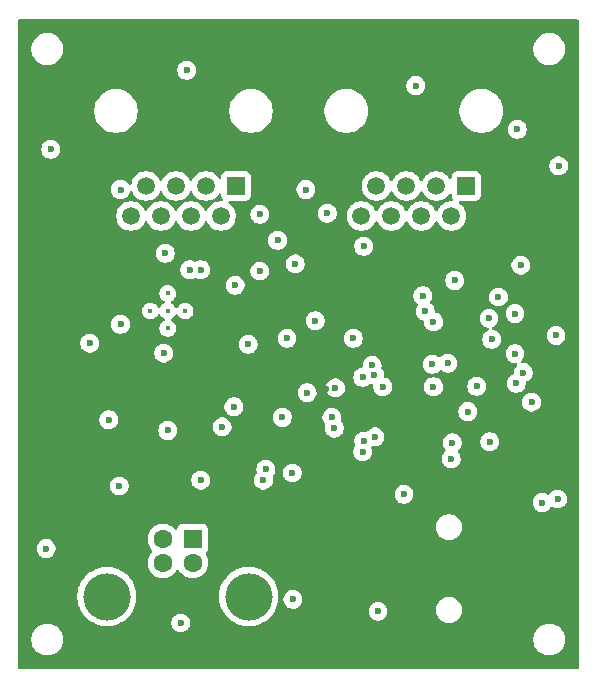
<source format=gbr>
%TF.GenerationSoftware,KiCad,Pcbnew,9.0.7*%
%TF.CreationDate,2026-01-18T11:35:39-05:00*%
%TF.ProjectId,digirig_icom,64696769-7269-4675-9f69-636f6d2e6b69,rev?*%
%TF.SameCoordinates,Original*%
%TF.FileFunction,Copper,L3,Inr*%
%TF.FilePolarity,Positive*%
%FSLAX46Y46*%
G04 Gerber Fmt 4.6, Leading zero omitted, Abs format (unit mm)*
G04 Created by KiCad (PCBNEW 9.0.7) date 2026-01-18 11:35:39*
%MOMM*%
%LPD*%
G01*
G04 APERTURE LIST*
%TA.AperFunction,ComponentPad*%
%ADD10R,1.500000X1.500000*%
%TD*%
%TA.AperFunction,ComponentPad*%
%ADD11C,1.500000*%
%TD*%
%TA.AperFunction,ComponentPad*%
%ADD12C,0.400000*%
%TD*%
%TA.AperFunction,ComponentPad*%
%ADD13R,1.600000X1.600000*%
%TD*%
%TA.AperFunction,ComponentPad*%
%ADD14C,1.600000*%
%TD*%
%TA.AperFunction,ComponentPad*%
%ADD15C,4.000000*%
%TD*%
%TA.AperFunction,ViaPad*%
%ADD16C,0.600000*%
%TD*%
G04 APERTURE END LIST*
D10*
%TO.N,/DATA_H*%
%TO.C,J2*%
X50480000Y-26600000D03*
D11*
%TO.N,/H_GND*%
X49210000Y-29140000D03*
%TO.N,/MIC_H*%
X47940000Y-26600000D03*
%TO.N,/H_GND*%
X46670000Y-29140000D03*
%TO.N,/PTT_H*%
X45400000Y-26600000D03*
%TO.N,/M8V_SW_H*%
X44130000Y-29140000D03*
%TO.N,/MIC_UD_H*%
X42860000Y-26600000D03*
%TO.N,+8V*%
X41590000Y-29140000D03*
%TD*%
D10*
%TO.N,/DATA_RADIO*%
%TO.C,J1*%
X30980000Y-26600000D03*
D11*
%TO.N,GND*%
X29710000Y-29140000D03*
%TO.N,/MIC_RADIO*%
X28440000Y-26600000D03*
%TO.N,GND*%
X27170000Y-29140000D03*
%TO.N,/PTT_RADIO*%
X25900000Y-26600000D03*
%TO.N,GND*%
X24630000Y-29140000D03*
%TO.N,/MIC_UD_RADIO*%
X23360000Y-26600000D03*
%TO.N,+8V*%
X22090000Y-29140000D03*
%TD*%
D12*
%TO.N,N/C*%
%TO.C,U1*%
X25200000Y-37175000D03*
X26675000Y-37175000D03*
X25200000Y-38650000D03*
X23725000Y-37175000D03*
X25200000Y-35700000D03*
%TD*%
D13*
%TO.N,+5V*%
%TO.C,J3*%
X27300000Y-56500000D03*
D14*
%TO.N,Net-(J3-D-)*%
X24800000Y-56500000D03*
%TO.N,Net-(J3-D+)*%
X24800000Y-58500000D03*
%TO.N,GND*%
X27300000Y-58500000D03*
D15*
X32050000Y-61360000D03*
X20050000Y-61360000D03*
%TD*%
D16*
%TO.N,+3V3*%
X38100000Y-48700000D03*
X23300000Y-41100000D03*
X24400000Y-46200000D03*
X57500000Y-36500000D03*
X25950000Y-42200000D03*
X34600000Y-48600000D03*
X31800000Y-49000000D03*
X41100000Y-50700000D03*
X29120000Y-35100000D03*
X35000000Y-41300000D03*
X37500000Y-36500000D03*
X38587500Y-43812500D03*
X31900000Y-46400000D03*
%TO.N,GND*%
X53200000Y-36000000D03*
X21100000Y-52000000D03*
X34500000Y-31200000D03*
X33500000Y-50600000D03*
X25200000Y-47300000D03*
X55100000Y-33300000D03*
X52450000Y-48250000D03*
X26300000Y-63600000D03*
X47700000Y-38100000D03*
X50600000Y-45700000D03*
X25000000Y-32300000D03*
X48900000Y-41600000D03*
X14900000Y-57300000D03*
X46200000Y-18100000D03*
X43400000Y-43600000D03*
X20200000Y-46400000D03*
X33300000Y-51500000D03*
X45200000Y-52700000D03*
X32000000Y-40000000D03*
X24850000Y-40750000D03*
X26800000Y-16800000D03*
X38700000Y-28900000D03*
X58300000Y-24900000D03*
X58200000Y-53100000D03*
X35300000Y-39500000D03*
X35800000Y-61600000D03*
X36900000Y-26900000D03*
X34900000Y-46200000D03*
X49200000Y-49700000D03*
X21200000Y-26900000D03*
X28000000Y-51500000D03*
X37000000Y-44100000D03*
X47700000Y-43600000D03*
X15300000Y-23500000D03*
X39100000Y-46200000D03*
X29800000Y-47000000D03*
X47000000Y-37200000D03*
X33000000Y-29000000D03*
X51350327Y-43562108D03*
%TO.N,/DVDD*%
X42750000Y-47850000D03*
X35750000Y-50900000D03*
%TO.N,/LOL*%
X30900000Y-35000000D03*
X21200000Y-38300000D03*
%TO.N,Net-(C16-Pad2)*%
X33000000Y-33800000D03*
X36000000Y-33200000D03*
%TO.N,/SCL*%
X41800000Y-48200000D03*
X27990000Y-33700000D03*
%TO.N,/SDA*%
X27063514Y-33700000D03*
X41700000Y-49100000D03*
%TO.N,/S4*%
X40900000Y-39500000D03*
X42500000Y-41800000D03*
%TO.N,/S3*%
X42700000Y-42600000D03*
X55300000Y-42400000D03*
%TO.N,/S2*%
X39400000Y-43700000D03*
X54700000Y-43300000D03*
%TO.N,/S1*%
X54600000Y-40800000D03*
X41700000Y-42800000D03*
%TO.N,/PTT_RADIO*%
X52634857Y-39581158D03*
%TO.N,/MIC_RADIO*%
X54600000Y-37400000D03*
%TO.N,/DATA_RADIO*%
X47600000Y-41700000D03*
%TO.N,/PTT_H*%
X58071500Y-39256854D03*
X56000000Y-44900000D03*
%TO.N,/MIC_H*%
X54800000Y-21800000D03*
%TO.N,/DATA_H*%
X46800000Y-35900000D03*
X52400000Y-37800000D03*
%TO.N,/M8V_SW_H*%
X39300000Y-47100000D03*
%TO.N,/MIC_MCU*%
X41800000Y-31700000D03*
X49500000Y-34600000D03*
%TO.N,/MIC_UD_MCU*%
X37700000Y-38000000D03*
X49300000Y-48350000D03*
%TO.N,Net-(CON2-R)*%
X43000000Y-62600000D03*
X18600000Y-39900000D03*
%TO.N,/LED*%
X30800000Y-45300000D03*
X56900000Y-53400000D03*
%TD*%
%TA.AperFunction,Conductor*%
%TO.N,+3V3*%
G36*
X59942539Y-12520185D02*
G01*
X59988294Y-12572989D01*
X59999500Y-12624500D01*
X59999500Y-67375500D01*
X59979815Y-67442539D01*
X59927011Y-67488294D01*
X59875500Y-67499500D01*
X12624500Y-67499500D01*
X12557461Y-67479815D01*
X12511706Y-67427011D01*
X12500500Y-67375500D01*
X12500500Y-64893713D01*
X13649500Y-64893713D01*
X13649500Y-65106286D01*
X13682753Y-65316239D01*
X13748444Y-65518414D01*
X13844951Y-65707820D01*
X13969890Y-65879786D01*
X14120213Y-66030109D01*
X14292179Y-66155048D01*
X14292181Y-66155049D01*
X14292184Y-66155051D01*
X14481588Y-66251557D01*
X14683757Y-66317246D01*
X14893713Y-66350500D01*
X14893714Y-66350500D01*
X15106286Y-66350500D01*
X15106287Y-66350500D01*
X15316243Y-66317246D01*
X15518412Y-66251557D01*
X15707816Y-66155051D01*
X15729789Y-66139086D01*
X15879786Y-66030109D01*
X15879788Y-66030106D01*
X15879792Y-66030104D01*
X16030104Y-65879792D01*
X16030106Y-65879788D01*
X16030109Y-65879786D01*
X16155048Y-65707820D01*
X16155047Y-65707820D01*
X16155051Y-65707816D01*
X16251557Y-65518412D01*
X16317246Y-65316243D01*
X16350500Y-65106287D01*
X16350500Y-64893713D01*
X56149500Y-64893713D01*
X56149500Y-65106286D01*
X56182753Y-65316239D01*
X56248444Y-65518414D01*
X56344951Y-65707820D01*
X56469890Y-65879786D01*
X56620213Y-66030109D01*
X56792179Y-66155048D01*
X56792181Y-66155049D01*
X56792184Y-66155051D01*
X56981588Y-66251557D01*
X57183757Y-66317246D01*
X57393713Y-66350500D01*
X57393714Y-66350500D01*
X57606286Y-66350500D01*
X57606287Y-66350500D01*
X57816243Y-66317246D01*
X58018412Y-66251557D01*
X58207816Y-66155051D01*
X58229789Y-66139086D01*
X58379786Y-66030109D01*
X58379788Y-66030106D01*
X58379792Y-66030104D01*
X58530104Y-65879792D01*
X58530106Y-65879788D01*
X58530109Y-65879786D01*
X58655048Y-65707820D01*
X58655047Y-65707820D01*
X58655051Y-65707816D01*
X58751557Y-65518412D01*
X58817246Y-65316243D01*
X58850500Y-65106287D01*
X58850500Y-64893713D01*
X58817246Y-64683757D01*
X58751557Y-64481588D01*
X58655051Y-64292184D01*
X58655049Y-64292181D01*
X58655048Y-64292179D01*
X58530109Y-64120213D01*
X58379786Y-63969890D01*
X58207820Y-63844951D01*
X58018414Y-63748444D01*
X58018413Y-63748443D01*
X58018412Y-63748443D01*
X57816243Y-63682754D01*
X57816241Y-63682753D01*
X57816240Y-63682753D01*
X57654957Y-63657208D01*
X57606287Y-63649500D01*
X57393713Y-63649500D01*
X57345042Y-63657208D01*
X57183760Y-63682753D01*
X56981585Y-63748444D01*
X56792179Y-63844951D01*
X56620213Y-63969890D01*
X56469890Y-64120213D01*
X56344951Y-64292179D01*
X56248444Y-64481585D01*
X56182753Y-64683760D01*
X56149500Y-64893713D01*
X16350500Y-64893713D01*
X16317246Y-64683757D01*
X16251557Y-64481588D01*
X16155051Y-64292184D01*
X16155049Y-64292181D01*
X16155048Y-64292179D01*
X16030109Y-64120213D01*
X15879786Y-63969890D01*
X15707820Y-63844951D01*
X15518414Y-63748444D01*
X15518413Y-63748443D01*
X15518412Y-63748443D01*
X15316243Y-63682754D01*
X15316241Y-63682753D01*
X15316240Y-63682753D01*
X15154957Y-63657208D01*
X15106287Y-63649500D01*
X14893713Y-63649500D01*
X14845042Y-63657208D01*
X14683760Y-63682753D01*
X14481585Y-63748444D01*
X14292179Y-63844951D01*
X14120213Y-63969890D01*
X13969890Y-64120213D01*
X13844951Y-64292179D01*
X13748444Y-64481585D01*
X13682753Y-64683760D01*
X13649500Y-64893713D01*
X12500500Y-64893713D01*
X12500500Y-61219568D01*
X17549500Y-61219568D01*
X17549500Y-61500431D01*
X17580942Y-61779494D01*
X17580945Y-61779512D01*
X17643439Y-62053317D01*
X17643443Y-62053329D01*
X17736200Y-62318411D01*
X17858053Y-62571442D01*
X17858055Y-62571445D01*
X18007477Y-62809248D01*
X18182584Y-63028825D01*
X18381175Y-63227416D01*
X18600752Y-63402523D01*
X18838555Y-63551945D01*
X19091592Y-63673801D01*
X19290680Y-63743465D01*
X19356670Y-63766556D01*
X19356682Y-63766560D01*
X19630491Y-63829055D01*
X19630497Y-63829055D01*
X19630505Y-63829057D01*
X19816547Y-63850018D01*
X19909569Y-63860499D01*
X19909572Y-63860500D01*
X19909575Y-63860500D01*
X20190428Y-63860500D01*
X20190429Y-63860499D01*
X20333055Y-63844429D01*
X20469494Y-63829057D01*
X20469499Y-63829056D01*
X20469509Y-63829055D01*
X20743318Y-63766560D01*
X21008408Y-63673801D01*
X21261445Y-63551945D01*
X21310450Y-63521153D01*
X25499500Y-63521153D01*
X25499500Y-63678846D01*
X25530261Y-63833489D01*
X25530264Y-63833501D01*
X25590602Y-63979172D01*
X25590609Y-63979185D01*
X25678210Y-64110288D01*
X25678213Y-64110292D01*
X25789707Y-64221786D01*
X25789711Y-64221789D01*
X25920814Y-64309390D01*
X25920827Y-64309397D01*
X26066498Y-64369735D01*
X26066503Y-64369737D01*
X26221153Y-64400499D01*
X26221156Y-64400500D01*
X26221158Y-64400500D01*
X26378844Y-64400500D01*
X26378845Y-64400499D01*
X26533497Y-64369737D01*
X26679179Y-64309394D01*
X26810289Y-64221789D01*
X26921789Y-64110289D01*
X27009394Y-63979179D01*
X27069737Y-63833497D01*
X27100500Y-63678842D01*
X27100500Y-63521158D01*
X27100500Y-63521155D01*
X27100499Y-63521153D01*
X27100244Y-63519871D01*
X27069737Y-63366503D01*
X27069735Y-63366498D01*
X27009397Y-63220827D01*
X27009390Y-63220814D01*
X26921789Y-63089711D01*
X26921786Y-63089707D01*
X26810292Y-62978213D01*
X26810288Y-62978210D01*
X26679185Y-62890609D01*
X26679172Y-62890602D01*
X26533501Y-62830264D01*
X26533489Y-62830261D01*
X26378845Y-62799500D01*
X26378842Y-62799500D01*
X26221158Y-62799500D01*
X26221155Y-62799500D01*
X26066510Y-62830261D01*
X26066498Y-62830264D01*
X25920827Y-62890602D01*
X25920814Y-62890609D01*
X25789711Y-62978210D01*
X25789707Y-62978213D01*
X25678213Y-63089707D01*
X25678210Y-63089711D01*
X25590609Y-63220814D01*
X25590602Y-63220827D01*
X25530264Y-63366498D01*
X25530261Y-63366510D01*
X25499500Y-63521153D01*
X21310450Y-63521153D01*
X21499248Y-63402523D01*
X21718825Y-63227416D01*
X21917416Y-63028825D01*
X22092523Y-62809248D01*
X22241945Y-62571445D01*
X22363801Y-62318408D01*
X22456560Y-62053318D01*
X22519055Y-61779509D01*
X22550500Y-61500425D01*
X22550500Y-61219575D01*
X22550499Y-61219568D01*
X29549500Y-61219568D01*
X29549500Y-61500431D01*
X29580942Y-61779494D01*
X29580945Y-61779512D01*
X29643439Y-62053317D01*
X29643443Y-62053329D01*
X29736200Y-62318411D01*
X29858053Y-62571442D01*
X29858055Y-62571445D01*
X30007477Y-62809248D01*
X30182584Y-63028825D01*
X30381175Y-63227416D01*
X30600752Y-63402523D01*
X30838555Y-63551945D01*
X31091592Y-63673801D01*
X31290680Y-63743465D01*
X31356670Y-63766556D01*
X31356682Y-63766560D01*
X31630491Y-63829055D01*
X31630497Y-63829055D01*
X31630505Y-63829057D01*
X31816547Y-63850018D01*
X31909569Y-63860499D01*
X31909572Y-63860500D01*
X31909575Y-63860500D01*
X32190428Y-63860500D01*
X32190429Y-63860499D01*
X32333055Y-63844429D01*
X32469494Y-63829057D01*
X32469499Y-63829056D01*
X32469509Y-63829055D01*
X32743318Y-63766560D01*
X33008408Y-63673801D01*
X33261445Y-63551945D01*
X33499248Y-63402523D01*
X33718825Y-63227416D01*
X33917416Y-63028825D01*
X34092523Y-62809248D01*
X34241945Y-62571445D01*
X34266164Y-62521153D01*
X42199500Y-62521153D01*
X42199500Y-62678846D01*
X42230261Y-62833489D01*
X42230264Y-62833501D01*
X42290602Y-62979172D01*
X42290609Y-62979185D01*
X42378210Y-63110288D01*
X42378213Y-63110292D01*
X42489707Y-63221786D01*
X42489711Y-63221789D01*
X42620814Y-63309390D01*
X42620827Y-63309397D01*
X42693296Y-63339414D01*
X42766503Y-63369737D01*
X42921153Y-63400499D01*
X42921156Y-63400500D01*
X42921158Y-63400500D01*
X43078844Y-63400500D01*
X43078845Y-63400499D01*
X43233497Y-63369737D01*
X43379179Y-63309394D01*
X43510289Y-63221789D01*
X43621789Y-63110289D01*
X43709394Y-62979179D01*
X43769737Y-62833497D01*
X43800500Y-62678842D01*
X43800500Y-62521158D01*
X43800500Y-62521155D01*
X43800499Y-62521153D01*
X43782907Y-62432708D01*
X43779064Y-62413389D01*
X47899500Y-62413389D01*
X47899500Y-62586610D01*
X47914108Y-62678846D01*
X47926598Y-62757701D01*
X47980127Y-62922445D01*
X48058768Y-63076788D01*
X48160586Y-63216928D01*
X48283072Y-63339414D01*
X48423212Y-63441232D01*
X48577555Y-63519873D01*
X48742299Y-63573402D01*
X48913389Y-63600500D01*
X48913390Y-63600500D01*
X49086610Y-63600500D01*
X49086611Y-63600500D01*
X49257701Y-63573402D01*
X49422445Y-63519873D01*
X49576788Y-63441232D01*
X49716928Y-63339414D01*
X49839414Y-63216928D01*
X49941232Y-63076788D01*
X50019873Y-62922445D01*
X50073402Y-62757701D01*
X50100500Y-62586611D01*
X50100500Y-62413389D01*
X50073402Y-62242299D01*
X50019873Y-62077555D01*
X49941232Y-61923212D01*
X49839414Y-61783072D01*
X49716928Y-61660586D01*
X49576788Y-61558768D01*
X49422445Y-61480127D01*
X49257701Y-61426598D01*
X49257699Y-61426597D01*
X49257698Y-61426597D01*
X49126271Y-61405781D01*
X49086611Y-61399500D01*
X48913389Y-61399500D01*
X48873728Y-61405781D01*
X48742302Y-61426597D01*
X48577552Y-61480128D01*
X48423211Y-61558768D01*
X48343256Y-61616859D01*
X48283072Y-61660586D01*
X48283070Y-61660588D01*
X48283069Y-61660588D01*
X48160588Y-61783069D01*
X48160588Y-61783070D01*
X48160586Y-61783072D01*
X48126301Y-61830261D01*
X48058768Y-61923211D01*
X47980128Y-62077552D01*
X47926597Y-62242302D01*
X47899500Y-62413389D01*
X43779064Y-62413389D01*
X43769738Y-62366508D01*
X43769737Y-62366507D01*
X43769737Y-62366503D01*
X43718292Y-62242302D01*
X43709397Y-62220827D01*
X43709390Y-62220814D01*
X43621789Y-62089711D01*
X43621786Y-62089707D01*
X43510292Y-61978213D01*
X43510288Y-61978210D01*
X43379185Y-61890609D01*
X43379172Y-61890602D01*
X43233501Y-61830264D01*
X43233489Y-61830261D01*
X43078845Y-61799500D01*
X43078842Y-61799500D01*
X42921158Y-61799500D01*
X42921155Y-61799500D01*
X42766510Y-61830261D01*
X42766498Y-61830264D01*
X42620827Y-61890602D01*
X42620814Y-61890609D01*
X42489711Y-61978210D01*
X42489707Y-61978213D01*
X42378213Y-62089707D01*
X42378210Y-62089711D01*
X42290609Y-62220814D01*
X42290602Y-62220827D01*
X42230264Y-62366498D01*
X42230261Y-62366510D01*
X42199500Y-62521153D01*
X34266164Y-62521153D01*
X34363801Y-62318408D01*
X34456560Y-62053318D01*
X34519055Y-61779509D01*
X34530397Y-61678844D01*
X34548165Y-61521153D01*
X34999500Y-61521153D01*
X34999500Y-61678846D01*
X35030261Y-61833489D01*
X35030264Y-61833501D01*
X35090602Y-61979172D01*
X35090609Y-61979185D01*
X35178210Y-62110288D01*
X35178213Y-62110292D01*
X35289707Y-62221786D01*
X35289711Y-62221789D01*
X35420814Y-62309390D01*
X35420827Y-62309397D01*
X35558683Y-62366498D01*
X35566503Y-62369737D01*
X35721153Y-62400499D01*
X35721156Y-62400500D01*
X35721158Y-62400500D01*
X35878844Y-62400500D01*
X35878845Y-62400499D01*
X35889179Y-62398443D01*
X35914287Y-62393450D01*
X35914292Y-62393449D01*
X35999800Y-62376439D01*
X36033497Y-62369737D01*
X36179179Y-62309394D01*
X36310289Y-62221789D01*
X36421789Y-62110289D01*
X36509394Y-61979179D01*
X36569737Y-61833497D01*
X36600500Y-61678842D01*
X36600500Y-61521158D01*
X36600500Y-61521155D01*
X36600499Y-61521153D01*
X36596376Y-61500425D01*
X36569737Y-61366503D01*
X36569735Y-61366498D01*
X36509397Y-61220827D01*
X36509390Y-61220814D01*
X36421789Y-61089711D01*
X36421786Y-61089707D01*
X36310292Y-60978213D01*
X36310288Y-60978210D01*
X36179185Y-60890609D01*
X36179172Y-60890602D01*
X36033501Y-60830264D01*
X36033489Y-60830261D01*
X35878845Y-60799500D01*
X35878842Y-60799500D01*
X35721158Y-60799500D01*
X35721155Y-60799500D01*
X35566510Y-60830261D01*
X35566498Y-60830264D01*
X35420827Y-60890602D01*
X35420814Y-60890609D01*
X35289711Y-60978210D01*
X35289707Y-60978213D01*
X35178213Y-61089707D01*
X35178210Y-61089711D01*
X35090609Y-61220814D01*
X35090602Y-61220827D01*
X35030264Y-61366498D01*
X35030261Y-61366510D01*
X34999500Y-61521153D01*
X34548165Y-61521153D01*
X34550415Y-61501183D01*
X34550415Y-61501180D01*
X34550500Y-61500425D01*
X34550500Y-61219572D01*
X34550499Y-61219568D01*
X34519057Y-60940505D01*
X34519054Y-60940487D01*
X34456560Y-60666682D01*
X34456556Y-60666670D01*
X34433465Y-60600680D01*
X34363801Y-60401592D01*
X34241945Y-60148555D01*
X34092523Y-59910752D01*
X33917416Y-59691175D01*
X33718825Y-59492584D01*
X33718056Y-59491971D01*
X33536543Y-59347219D01*
X33499248Y-59317477D01*
X33261445Y-59168055D01*
X33261442Y-59168053D01*
X33008411Y-59046200D01*
X32743329Y-58953443D01*
X32743317Y-58953439D01*
X32469512Y-58890945D01*
X32469494Y-58890942D01*
X32190431Y-58859500D01*
X32190425Y-58859500D01*
X31909575Y-58859500D01*
X31909568Y-58859500D01*
X31630505Y-58890942D01*
X31630487Y-58890945D01*
X31356682Y-58953439D01*
X31356670Y-58953443D01*
X31091588Y-59046200D01*
X30838557Y-59168053D01*
X30600753Y-59317476D01*
X30381175Y-59492583D01*
X30182583Y-59691175D01*
X30007476Y-59910753D01*
X29858053Y-60148557D01*
X29736200Y-60401588D01*
X29643443Y-60666670D01*
X29643439Y-60666682D01*
X29580945Y-60940487D01*
X29580942Y-60940505D01*
X29549500Y-61219568D01*
X22550499Y-61219568D01*
X22535868Y-61089711D01*
X22519057Y-60940505D01*
X22519054Y-60940487D01*
X22456560Y-60666682D01*
X22456556Y-60666670D01*
X22433465Y-60600680D01*
X22363801Y-60401592D01*
X22241945Y-60148555D01*
X22092523Y-59910752D01*
X21917416Y-59691175D01*
X21718825Y-59492584D01*
X21718056Y-59491971D01*
X21536543Y-59347219D01*
X21499248Y-59317477D01*
X21261445Y-59168055D01*
X21261442Y-59168053D01*
X21008411Y-59046200D01*
X20743329Y-58953443D01*
X20743317Y-58953439D01*
X20469512Y-58890945D01*
X20469494Y-58890942D01*
X20190431Y-58859500D01*
X20190425Y-58859500D01*
X19909575Y-58859500D01*
X19909568Y-58859500D01*
X19630505Y-58890942D01*
X19630487Y-58890945D01*
X19356682Y-58953439D01*
X19356670Y-58953443D01*
X19091588Y-59046200D01*
X18838557Y-59168053D01*
X18600753Y-59317476D01*
X18381175Y-59492583D01*
X18182583Y-59691175D01*
X18007476Y-59910753D01*
X17858053Y-60148557D01*
X17736200Y-60401588D01*
X17643443Y-60666670D01*
X17643439Y-60666682D01*
X17580945Y-60940487D01*
X17580942Y-60940505D01*
X17549500Y-61219568D01*
X12500500Y-61219568D01*
X12500500Y-57221153D01*
X14099500Y-57221153D01*
X14099500Y-57378846D01*
X14130261Y-57533489D01*
X14130264Y-57533501D01*
X14190602Y-57679172D01*
X14190609Y-57679185D01*
X14278210Y-57810288D01*
X14278213Y-57810292D01*
X14389707Y-57921786D01*
X14389711Y-57921789D01*
X14520814Y-58009390D01*
X14520827Y-58009397D01*
X14666498Y-58069735D01*
X14666503Y-58069737D01*
X14821153Y-58100499D01*
X14821156Y-58100500D01*
X14821158Y-58100500D01*
X14978844Y-58100500D01*
X14978845Y-58100499D01*
X15133497Y-58069737D01*
X15279179Y-58009394D01*
X15410289Y-57921789D01*
X15521789Y-57810289D01*
X15609394Y-57679179D01*
X15669737Y-57533497D01*
X15700500Y-57378842D01*
X15700500Y-57221158D01*
X15700500Y-57221155D01*
X15700499Y-57221153D01*
X15669738Y-57066510D01*
X15669737Y-57066503D01*
X15669735Y-57066498D01*
X15609397Y-56920827D01*
X15609390Y-56920814D01*
X15521789Y-56789711D01*
X15521786Y-56789707D01*
X15410292Y-56678213D01*
X15410288Y-56678210D01*
X15279185Y-56590609D01*
X15279172Y-56590602D01*
X15133501Y-56530264D01*
X15133491Y-56530261D01*
X15053716Y-56514393D01*
X15053715Y-56514392D01*
X14978845Y-56499500D01*
X14978842Y-56499500D01*
X14821158Y-56499500D01*
X14821155Y-56499500D01*
X14666510Y-56530261D01*
X14666498Y-56530264D01*
X14520827Y-56590602D01*
X14520814Y-56590609D01*
X14389711Y-56678210D01*
X14389707Y-56678213D01*
X14278213Y-56789707D01*
X14278210Y-56789711D01*
X14190609Y-56920814D01*
X14190602Y-56920827D01*
X14130264Y-57066498D01*
X14130261Y-57066510D01*
X14099500Y-57221153D01*
X12500500Y-57221153D01*
X12500500Y-56397648D01*
X23499500Y-56397648D01*
X23499500Y-56602351D01*
X23531522Y-56804534D01*
X23594781Y-56999223D01*
X23687715Y-57181613D01*
X23808028Y-57347213D01*
X23873134Y-57412319D01*
X23906619Y-57473642D01*
X23901635Y-57543334D01*
X23873134Y-57587681D01*
X23808032Y-57652782D01*
X23808028Y-57652786D01*
X23687715Y-57818386D01*
X23594781Y-58000776D01*
X23531522Y-58195465D01*
X23499500Y-58397648D01*
X23499500Y-58602351D01*
X23531522Y-58804534D01*
X23594781Y-58999223D01*
X23658691Y-59124653D01*
X23680806Y-59168055D01*
X23687715Y-59181613D01*
X23808028Y-59347213D01*
X23952786Y-59491971D01*
X24107749Y-59604556D01*
X24118390Y-59612287D01*
X24234607Y-59671503D01*
X24300776Y-59705218D01*
X24300778Y-59705218D01*
X24300781Y-59705220D01*
X24405137Y-59739127D01*
X24495465Y-59768477D01*
X24596557Y-59784488D01*
X24697648Y-59800500D01*
X24697649Y-59800500D01*
X24902351Y-59800500D01*
X24902352Y-59800500D01*
X25104534Y-59768477D01*
X25299219Y-59705220D01*
X25481610Y-59612287D01*
X25574590Y-59544732D01*
X25647213Y-59491971D01*
X25647215Y-59491968D01*
X25647219Y-59491966D01*
X25791966Y-59347219D01*
X25791968Y-59347215D01*
X25791971Y-59347213D01*
X25844732Y-59274590D01*
X25912287Y-59181610D01*
X25939515Y-59128171D01*
X25987490Y-59077376D01*
X26055311Y-59060581D01*
X26121446Y-59083118D01*
X26160484Y-59128171D01*
X26180806Y-59168055D01*
X26187715Y-59181613D01*
X26308028Y-59347213D01*
X26452786Y-59491971D01*
X26607749Y-59604556D01*
X26618390Y-59612287D01*
X26734607Y-59671503D01*
X26800776Y-59705218D01*
X26800778Y-59705218D01*
X26800781Y-59705220D01*
X26905137Y-59739127D01*
X26995465Y-59768477D01*
X27096557Y-59784488D01*
X27197648Y-59800500D01*
X27197649Y-59800500D01*
X27402351Y-59800500D01*
X27402352Y-59800500D01*
X27604534Y-59768477D01*
X27799219Y-59705220D01*
X27981610Y-59612287D01*
X28074590Y-59544732D01*
X28147213Y-59491971D01*
X28147215Y-59491968D01*
X28147219Y-59491966D01*
X28291966Y-59347219D01*
X28291968Y-59347215D01*
X28291971Y-59347213D01*
X28344732Y-59274590D01*
X28412287Y-59181610D01*
X28505220Y-58999219D01*
X28568477Y-58804534D01*
X28600500Y-58602352D01*
X28600500Y-58397648D01*
X28568477Y-58195466D01*
X28505220Y-58000781D01*
X28505218Y-58000778D01*
X28505218Y-58000776D01*
X28412847Y-57819489D01*
X28399951Y-57750820D01*
X28426227Y-57686079D01*
X28449026Y-57663924D01*
X28457545Y-57657547D01*
X28461113Y-57652781D01*
X28543796Y-57542331D01*
X28594091Y-57407483D01*
X28600500Y-57347873D01*
X28600499Y-55652128D01*
X28594091Y-55592517D01*
X28591888Y-55586611D01*
X28543797Y-55457671D01*
X28543793Y-55457664D01*
X28510649Y-55413389D01*
X47899500Y-55413389D01*
X47899500Y-55586611D01*
X47926598Y-55757701D01*
X47980127Y-55922445D01*
X48058768Y-56076788D01*
X48160586Y-56216928D01*
X48283072Y-56339414D01*
X48423212Y-56441232D01*
X48577555Y-56519873D01*
X48742299Y-56573402D01*
X48913389Y-56600500D01*
X48913390Y-56600500D01*
X49086610Y-56600500D01*
X49086611Y-56600500D01*
X49257701Y-56573402D01*
X49422445Y-56519873D01*
X49576788Y-56441232D01*
X49716928Y-56339414D01*
X49839414Y-56216928D01*
X49941232Y-56076788D01*
X50019873Y-55922445D01*
X50073402Y-55757701D01*
X50100500Y-55586611D01*
X50100500Y-55413389D01*
X50073402Y-55242299D01*
X50019873Y-55077555D01*
X49941232Y-54923212D01*
X49839414Y-54783072D01*
X49716928Y-54660586D01*
X49576788Y-54558768D01*
X49422445Y-54480127D01*
X49257701Y-54426598D01*
X49257699Y-54426597D01*
X49257698Y-54426597D01*
X49126271Y-54405781D01*
X49086611Y-54399500D01*
X48913389Y-54399500D01*
X48873728Y-54405781D01*
X48742302Y-54426597D01*
X48577552Y-54480128D01*
X48423211Y-54558768D01*
X48343256Y-54616859D01*
X48283072Y-54660586D01*
X48283070Y-54660588D01*
X48283069Y-54660588D01*
X48160588Y-54783069D01*
X48160588Y-54783070D01*
X48160586Y-54783072D01*
X48116859Y-54843256D01*
X48058768Y-54923211D01*
X47980128Y-55077552D01*
X47926597Y-55242302D01*
X47910735Y-55342452D01*
X47899500Y-55413389D01*
X28510649Y-55413389D01*
X28457547Y-55342455D01*
X28457544Y-55342452D01*
X28342335Y-55256206D01*
X28342328Y-55256202D01*
X28207482Y-55205908D01*
X28207483Y-55205908D01*
X28147883Y-55199501D01*
X28147881Y-55199500D01*
X28147873Y-55199500D01*
X28147864Y-55199500D01*
X26452129Y-55199500D01*
X26452123Y-55199501D01*
X26392516Y-55205908D01*
X26257671Y-55256202D01*
X26257664Y-55256206D01*
X26142455Y-55342452D01*
X26142452Y-55342455D01*
X26056206Y-55457664D01*
X26056202Y-55457671D01*
X26005908Y-55592517D01*
X26004603Y-55598042D01*
X25970028Y-55658757D01*
X25908116Y-55691141D01*
X25838525Y-55684912D01*
X25796613Y-55655023D01*
X25795411Y-55656226D01*
X25647213Y-55508028D01*
X25481613Y-55387715D01*
X25481612Y-55387714D01*
X25481610Y-55387713D01*
X25424653Y-55358691D01*
X25299223Y-55294781D01*
X25104534Y-55231522D01*
X24929995Y-55203878D01*
X24902352Y-55199500D01*
X24697648Y-55199500D01*
X24673329Y-55203351D01*
X24495465Y-55231522D01*
X24300776Y-55294781D01*
X24118386Y-55387715D01*
X23952786Y-55508028D01*
X23808028Y-55652786D01*
X23687715Y-55818386D01*
X23594781Y-56000776D01*
X23531522Y-56195465D01*
X23499500Y-56397648D01*
X12500500Y-56397648D01*
X12500500Y-51921153D01*
X20299500Y-51921153D01*
X20299500Y-52078846D01*
X20330261Y-52233489D01*
X20330264Y-52233501D01*
X20390602Y-52379172D01*
X20390609Y-52379185D01*
X20478210Y-52510288D01*
X20478213Y-52510292D01*
X20589707Y-52621786D01*
X20589711Y-52621789D01*
X20720814Y-52709390D01*
X20720827Y-52709397D01*
X20793023Y-52739301D01*
X20866503Y-52769737D01*
X21021153Y-52800499D01*
X21021156Y-52800500D01*
X21021158Y-52800500D01*
X21178844Y-52800500D01*
X21178845Y-52800499D01*
X21333497Y-52769737D01*
X21451592Y-52720821D01*
X21479172Y-52709397D01*
X21479172Y-52709396D01*
X21479179Y-52709394D01*
X21610289Y-52621789D01*
X21610925Y-52621153D01*
X44399500Y-52621153D01*
X44399500Y-52778846D01*
X44430261Y-52933489D01*
X44430264Y-52933501D01*
X44490602Y-53079172D01*
X44490609Y-53079185D01*
X44578210Y-53210288D01*
X44578213Y-53210292D01*
X44689707Y-53321786D01*
X44689711Y-53321789D01*
X44820814Y-53409390D01*
X44820827Y-53409397D01*
X44966498Y-53469735D01*
X44966503Y-53469737D01*
X45121153Y-53500499D01*
X45121156Y-53500500D01*
X45121158Y-53500500D01*
X45278844Y-53500500D01*
X45278845Y-53500499D01*
X45433497Y-53469737D01*
X45579179Y-53409394D01*
X45710289Y-53321789D01*
X45710925Y-53321153D01*
X56099500Y-53321153D01*
X56099500Y-53478846D01*
X56130261Y-53633489D01*
X56130264Y-53633501D01*
X56190602Y-53779172D01*
X56190609Y-53779185D01*
X56278210Y-53910288D01*
X56278213Y-53910292D01*
X56389707Y-54021786D01*
X56389711Y-54021789D01*
X56520814Y-54109390D01*
X56520827Y-54109397D01*
X56666498Y-54169735D01*
X56666503Y-54169737D01*
X56821153Y-54200499D01*
X56821156Y-54200500D01*
X56821158Y-54200500D01*
X56978844Y-54200500D01*
X56978845Y-54200499D01*
X57133497Y-54169737D01*
X57279179Y-54109394D01*
X57410289Y-54021789D01*
X57521789Y-53910289D01*
X57591805Y-53805501D01*
X57645415Y-53760699D01*
X57714740Y-53751991D01*
X57763797Y-53771292D01*
X57775601Y-53779179D01*
X57820821Y-53809394D01*
X57820823Y-53809395D01*
X57820827Y-53809397D01*
X57966498Y-53869735D01*
X57966503Y-53869737D01*
X58121153Y-53900499D01*
X58121156Y-53900500D01*
X58121158Y-53900500D01*
X58278844Y-53900500D01*
X58278845Y-53900499D01*
X58433497Y-53869737D01*
X58579179Y-53809394D01*
X58710289Y-53721789D01*
X58821789Y-53610289D01*
X58909394Y-53479179D01*
X58969737Y-53333497D01*
X59000500Y-53178842D01*
X59000500Y-53021158D01*
X59000500Y-53021155D01*
X59000499Y-53021153D01*
X58974353Y-52889711D01*
X58969737Y-52866503D01*
X58942398Y-52800500D01*
X58909397Y-52720827D01*
X58909390Y-52720814D01*
X58821789Y-52589711D01*
X58821786Y-52589707D01*
X58710292Y-52478213D01*
X58710288Y-52478210D01*
X58579185Y-52390609D01*
X58579172Y-52390602D01*
X58433501Y-52330264D01*
X58433489Y-52330261D01*
X58278845Y-52299500D01*
X58278842Y-52299500D01*
X58121158Y-52299500D01*
X58121155Y-52299500D01*
X57966510Y-52330261D01*
X57966498Y-52330264D01*
X57820827Y-52390602D01*
X57820814Y-52390609D01*
X57689711Y-52478210D01*
X57689707Y-52478213D01*
X57578213Y-52589707D01*
X57578210Y-52589711D01*
X57508195Y-52694496D01*
X57454583Y-52739301D01*
X57385258Y-52748008D01*
X57336202Y-52728707D01*
X57279185Y-52690609D01*
X57279172Y-52690602D01*
X57133501Y-52630264D01*
X57133489Y-52630261D01*
X56978845Y-52599500D01*
X56978842Y-52599500D01*
X56821158Y-52599500D01*
X56821155Y-52599500D01*
X56666510Y-52630261D01*
X56666498Y-52630264D01*
X56520827Y-52690602D01*
X56520814Y-52690609D01*
X56389711Y-52778210D01*
X56389707Y-52778213D01*
X56278213Y-52889707D01*
X56278210Y-52889711D01*
X56190609Y-53020814D01*
X56190602Y-53020827D01*
X56130264Y-53166498D01*
X56130261Y-53166510D01*
X56099500Y-53321153D01*
X45710925Y-53321153D01*
X45804694Y-53227385D01*
X45821786Y-53210292D01*
X45821789Y-53210289D01*
X45909394Y-53079179D01*
X45969737Y-52933497D01*
X46000500Y-52778842D01*
X46000500Y-52621158D01*
X46000500Y-52621155D01*
X46000499Y-52621153D01*
X45978447Y-52510292D01*
X45969737Y-52466503D01*
X45933569Y-52379185D01*
X45909397Y-52320827D01*
X45909390Y-52320814D01*
X45821789Y-52189711D01*
X45821786Y-52189707D01*
X45710292Y-52078213D01*
X45710288Y-52078210D01*
X45579185Y-51990609D01*
X45579172Y-51990602D01*
X45433501Y-51930264D01*
X45433489Y-51930261D01*
X45278845Y-51899500D01*
X45278842Y-51899500D01*
X45121158Y-51899500D01*
X45121155Y-51899500D01*
X44966510Y-51930261D01*
X44966498Y-51930264D01*
X44820827Y-51990602D01*
X44820814Y-51990609D01*
X44689711Y-52078210D01*
X44689707Y-52078213D01*
X44578213Y-52189707D01*
X44578210Y-52189711D01*
X44490609Y-52320814D01*
X44490602Y-52320827D01*
X44430264Y-52466498D01*
X44430261Y-52466510D01*
X44399500Y-52621153D01*
X21610925Y-52621153D01*
X21642371Y-52589707D01*
X21704694Y-52527385D01*
X21721786Y-52510292D01*
X21721789Y-52510289D01*
X21809394Y-52379179D01*
X21869737Y-52233497D01*
X21900500Y-52078842D01*
X21900500Y-51921158D01*
X21900500Y-51921155D01*
X21900499Y-51921153D01*
X21869738Y-51766510D01*
X21869737Y-51766503D01*
X21842398Y-51700500D01*
X21809397Y-51620827D01*
X21809390Y-51620814D01*
X21721790Y-51489712D01*
X21721784Y-51489705D01*
X21653232Y-51421153D01*
X27199500Y-51421153D01*
X27199500Y-51578846D01*
X27230261Y-51733489D01*
X27230264Y-51733501D01*
X27290602Y-51879172D01*
X27290609Y-51879185D01*
X27378210Y-52010288D01*
X27378213Y-52010292D01*
X27489707Y-52121786D01*
X27489711Y-52121789D01*
X27620814Y-52209390D01*
X27620827Y-52209397D01*
X27766498Y-52269735D01*
X27766503Y-52269737D01*
X27916131Y-52299500D01*
X27921153Y-52300499D01*
X27921156Y-52300500D01*
X27921158Y-52300500D01*
X28078844Y-52300500D01*
X28078845Y-52300499D01*
X28233497Y-52269737D01*
X28379179Y-52209394D01*
X28510289Y-52121789D01*
X28621789Y-52010289D01*
X28709394Y-51879179D01*
X28769737Y-51733497D01*
X28800500Y-51578842D01*
X28800500Y-51421158D01*
X28800500Y-51421155D01*
X28800499Y-51421153D01*
X32499500Y-51421153D01*
X32499500Y-51578846D01*
X32530261Y-51733489D01*
X32530264Y-51733501D01*
X32590602Y-51879172D01*
X32590609Y-51879185D01*
X32678210Y-52010288D01*
X32678213Y-52010292D01*
X32789707Y-52121786D01*
X32789711Y-52121789D01*
X32920814Y-52209390D01*
X32920827Y-52209397D01*
X33066498Y-52269735D01*
X33066503Y-52269737D01*
X33216131Y-52299500D01*
X33221153Y-52300499D01*
X33221156Y-52300500D01*
X33221158Y-52300500D01*
X33378844Y-52300500D01*
X33378845Y-52300499D01*
X33533497Y-52269737D01*
X33679179Y-52209394D01*
X33810289Y-52121789D01*
X33921789Y-52010289D01*
X34009394Y-51879179D01*
X34069737Y-51733497D01*
X34100500Y-51578842D01*
X34100500Y-51421158D01*
X34100500Y-51421155D01*
X34100499Y-51421153D01*
X34074531Y-51290606D01*
X34069737Y-51266503D01*
X34069732Y-51266492D01*
X34067969Y-51260676D01*
X34069934Y-51260079D01*
X34063465Y-51199931D01*
X34094738Y-51137451D01*
X34097769Y-51134308D01*
X34121789Y-51110289D01*
X34209394Y-50979179D01*
X34214964Y-50965733D01*
X34239229Y-50907150D01*
X34269737Y-50833497D01*
X34272192Y-50821153D01*
X34949500Y-50821153D01*
X34949500Y-50978846D01*
X34980261Y-51133489D01*
X34980264Y-51133501D01*
X35040602Y-51279172D01*
X35040609Y-51279185D01*
X35128210Y-51410288D01*
X35128213Y-51410292D01*
X35239707Y-51521786D01*
X35239711Y-51521789D01*
X35370814Y-51609390D01*
X35370827Y-51609397D01*
X35516498Y-51669735D01*
X35516503Y-51669737D01*
X35671153Y-51700499D01*
X35671156Y-51700500D01*
X35671158Y-51700500D01*
X35828844Y-51700500D01*
X35828845Y-51700499D01*
X35983497Y-51669737D01*
X36101592Y-51620821D01*
X36129172Y-51609397D01*
X36129172Y-51609396D01*
X36129179Y-51609394D01*
X36260289Y-51521789D01*
X36371789Y-51410289D01*
X36459394Y-51279179D01*
X36519737Y-51133497D01*
X36550500Y-50978842D01*
X36550500Y-50821158D01*
X36550500Y-50821155D01*
X36550499Y-50821153D01*
X36532419Y-50730261D01*
X36519737Y-50666503D01*
X36459534Y-50521158D01*
X36459397Y-50520827D01*
X36459390Y-50520814D01*
X36371789Y-50389711D01*
X36371786Y-50389707D01*
X36260292Y-50278213D01*
X36260288Y-50278210D01*
X36129185Y-50190609D01*
X36129172Y-50190602D01*
X35983501Y-50130264D01*
X35983489Y-50130261D01*
X35828845Y-50099500D01*
X35828842Y-50099500D01*
X35671158Y-50099500D01*
X35671155Y-50099500D01*
X35516510Y-50130261D01*
X35516498Y-50130264D01*
X35370827Y-50190602D01*
X35370814Y-50190609D01*
X35239711Y-50278210D01*
X35239707Y-50278213D01*
X35128213Y-50389707D01*
X35128210Y-50389711D01*
X35040609Y-50520814D01*
X35040602Y-50520827D01*
X34980264Y-50666498D01*
X34980261Y-50666510D01*
X34949500Y-50821153D01*
X34272192Y-50821153D01*
X34278216Y-50790874D01*
X34278216Y-50790873D01*
X34300499Y-50678846D01*
X34300500Y-50678844D01*
X34300500Y-50521155D01*
X34300499Y-50521153D01*
X34278269Y-50409397D01*
X34269737Y-50366503D01*
X34251215Y-50321786D01*
X34209397Y-50220827D01*
X34209390Y-50220814D01*
X34121789Y-50089711D01*
X34121786Y-50089707D01*
X34010292Y-49978213D01*
X34010288Y-49978210D01*
X33879185Y-49890609D01*
X33879172Y-49890602D01*
X33733501Y-49830264D01*
X33733489Y-49830261D01*
X33578845Y-49799500D01*
X33578842Y-49799500D01*
X33421158Y-49799500D01*
X33421155Y-49799500D01*
X33266510Y-49830261D01*
X33266498Y-49830264D01*
X33120827Y-49890602D01*
X33120814Y-49890609D01*
X32989711Y-49978210D01*
X32989707Y-49978213D01*
X32878213Y-50089707D01*
X32878210Y-50089711D01*
X32790609Y-50220814D01*
X32790602Y-50220827D01*
X32730264Y-50366498D01*
X32730261Y-50366510D01*
X32699500Y-50521153D01*
X32699500Y-50678846D01*
X32730261Y-50833489D01*
X32732031Y-50839324D01*
X32730066Y-50839920D01*
X32736532Y-50900073D01*
X32705257Y-50962552D01*
X32702187Y-50965733D01*
X32678213Y-50989708D01*
X32678208Y-50989714D01*
X32590609Y-51120814D01*
X32590602Y-51120827D01*
X32530264Y-51266498D01*
X32530261Y-51266510D01*
X32499500Y-51421153D01*
X28800499Y-51421153D01*
X28774531Y-51290606D01*
X28769737Y-51266503D01*
X28767076Y-51260079D01*
X28709397Y-51120827D01*
X28709390Y-51120814D01*
X28621789Y-50989711D01*
X28621786Y-50989707D01*
X28510292Y-50878213D01*
X28510288Y-50878210D01*
X28379185Y-50790609D01*
X28379172Y-50790602D01*
X28233501Y-50730264D01*
X28233489Y-50730261D01*
X28078845Y-50699500D01*
X28078842Y-50699500D01*
X27921158Y-50699500D01*
X27921155Y-50699500D01*
X27766510Y-50730261D01*
X27766498Y-50730264D01*
X27620827Y-50790602D01*
X27620814Y-50790609D01*
X27489711Y-50878210D01*
X27489707Y-50878213D01*
X27378213Y-50989707D01*
X27378210Y-50989711D01*
X27290609Y-51120814D01*
X27290602Y-51120827D01*
X27230264Y-51266498D01*
X27230261Y-51266510D01*
X27199500Y-51421153D01*
X21653232Y-51421153D01*
X21610292Y-51378213D01*
X21610288Y-51378210D01*
X21479185Y-51290609D01*
X21479172Y-51290602D01*
X21333501Y-51230264D01*
X21333489Y-51230261D01*
X21178845Y-51199500D01*
X21178842Y-51199500D01*
X21021158Y-51199500D01*
X21021155Y-51199500D01*
X20866510Y-51230261D01*
X20866498Y-51230264D01*
X20720827Y-51290602D01*
X20720814Y-51290609D01*
X20589711Y-51378210D01*
X20589707Y-51378213D01*
X20478213Y-51489707D01*
X20478210Y-51489711D01*
X20390609Y-51620814D01*
X20390602Y-51620827D01*
X20330264Y-51766498D01*
X20330261Y-51766510D01*
X20299500Y-51921153D01*
X12500500Y-51921153D01*
X12500500Y-49021153D01*
X40899500Y-49021153D01*
X40899500Y-49178846D01*
X40930261Y-49333489D01*
X40930264Y-49333501D01*
X40990602Y-49479172D01*
X40990609Y-49479185D01*
X41078210Y-49610288D01*
X41078213Y-49610292D01*
X41189707Y-49721786D01*
X41189711Y-49721789D01*
X41320814Y-49809390D01*
X41320827Y-49809397D01*
X41466498Y-49869735D01*
X41466503Y-49869737D01*
X41621153Y-49900499D01*
X41621156Y-49900500D01*
X41621158Y-49900500D01*
X41778844Y-49900500D01*
X41778845Y-49900499D01*
X41933497Y-49869737D01*
X42079179Y-49809394D01*
X42210289Y-49721789D01*
X42310925Y-49621153D01*
X48399500Y-49621153D01*
X48399500Y-49778846D01*
X48430261Y-49933489D01*
X48430264Y-49933501D01*
X48490602Y-50079172D01*
X48490609Y-50079185D01*
X48578210Y-50210288D01*
X48578213Y-50210292D01*
X48689707Y-50321786D01*
X48689711Y-50321789D01*
X48820814Y-50409390D01*
X48820827Y-50409397D01*
X48966498Y-50469735D01*
X48966503Y-50469737D01*
X49121153Y-50500499D01*
X49121156Y-50500500D01*
X49121158Y-50500500D01*
X49278844Y-50500500D01*
X49278845Y-50500499D01*
X49433497Y-50469737D01*
X49579179Y-50409394D01*
X49710289Y-50321789D01*
X49821789Y-50210289D01*
X49909394Y-50079179D01*
X49969737Y-49933497D01*
X50000500Y-49778842D01*
X50000500Y-49621158D01*
X50000500Y-49621155D01*
X50000499Y-49621153D01*
X49985585Y-49546175D01*
X49969737Y-49466503D01*
X49969735Y-49466498D01*
X49909397Y-49320827D01*
X49909390Y-49320814D01*
X49821789Y-49189711D01*
X49821786Y-49189707D01*
X49793388Y-49161309D01*
X49759903Y-49099986D01*
X49764887Y-49030294D01*
X49805694Y-48975782D01*
X49805585Y-48975649D01*
X49806128Y-48975202D01*
X49806759Y-48974361D01*
X49809631Y-48972328D01*
X49810283Y-48971792D01*
X49810289Y-48971789D01*
X49921789Y-48860289D01*
X50009394Y-48729179D01*
X50012311Y-48722138D01*
X50050750Y-48629336D01*
X50069737Y-48583497D01*
X50100500Y-48428842D01*
X50100500Y-48271158D01*
X50100500Y-48271155D01*
X50084209Y-48189258D01*
X50084209Y-48189257D01*
X50080608Y-48171153D01*
X51649500Y-48171153D01*
X51649500Y-48328846D01*
X51680261Y-48483489D01*
X51680264Y-48483501D01*
X51740602Y-48629172D01*
X51740609Y-48629185D01*
X51828210Y-48760288D01*
X51828213Y-48760292D01*
X51939707Y-48871786D01*
X51939711Y-48871789D01*
X52070814Y-48959390D01*
X52070827Y-48959397D01*
X52216426Y-49019705D01*
X52216503Y-49019737D01*
X52371153Y-49050499D01*
X52371156Y-49050500D01*
X52371158Y-49050500D01*
X52528844Y-49050500D01*
X52528845Y-49050499D01*
X52683497Y-49019737D01*
X52829179Y-48959394D01*
X52960289Y-48871789D01*
X53071789Y-48760289D01*
X53159394Y-48629179D01*
X53219737Y-48483497D01*
X53250500Y-48328842D01*
X53250500Y-48171158D01*
X53250500Y-48171155D01*
X53250499Y-48171153D01*
X53230326Y-48069737D01*
X53219737Y-48016503D01*
X53200812Y-47970814D01*
X53159397Y-47870827D01*
X53159390Y-47870814D01*
X53071789Y-47739711D01*
X53071786Y-47739707D01*
X52960292Y-47628213D01*
X52960288Y-47628210D01*
X52829185Y-47540609D01*
X52829172Y-47540602D01*
X52683501Y-47480264D01*
X52683489Y-47480261D01*
X52528845Y-47449500D01*
X52528842Y-47449500D01*
X52371158Y-47449500D01*
X52371155Y-47449500D01*
X52216510Y-47480261D01*
X52216498Y-47480264D01*
X52070827Y-47540602D01*
X52070814Y-47540609D01*
X51939711Y-47628210D01*
X51939707Y-47628213D01*
X51828213Y-47739707D01*
X51828210Y-47739711D01*
X51740609Y-47870814D01*
X51740602Y-47870827D01*
X51680264Y-48016498D01*
X51680261Y-48016510D01*
X51649500Y-48171153D01*
X50080608Y-48171153D01*
X50069738Y-48116510D01*
X50069737Y-48116503D01*
X50069735Y-48116498D01*
X50009397Y-47970827D01*
X50009390Y-47970814D01*
X49921789Y-47839711D01*
X49921786Y-47839707D01*
X49810292Y-47728213D01*
X49810288Y-47728210D01*
X49679185Y-47640609D01*
X49679172Y-47640602D01*
X49533501Y-47580264D01*
X49533489Y-47580261D01*
X49378845Y-47549500D01*
X49378842Y-47549500D01*
X49221158Y-47549500D01*
X49221155Y-47549500D01*
X49066510Y-47580261D01*
X49066498Y-47580264D01*
X48920827Y-47640602D01*
X48920814Y-47640609D01*
X48789711Y-47728210D01*
X48789707Y-47728213D01*
X48678213Y-47839707D01*
X48678210Y-47839711D01*
X48590609Y-47970814D01*
X48590602Y-47970827D01*
X48530264Y-48116498D01*
X48530261Y-48116510D01*
X48499500Y-48271153D01*
X48499500Y-48428846D01*
X48530261Y-48583489D01*
X48530264Y-48583501D01*
X48590602Y-48729172D01*
X48590609Y-48729185D01*
X48678210Y-48860288D01*
X48678213Y-48860292D01*
X48706611Y-48888690D01*
X48740096Y-48950013D01*
X48735112Y-49019705D01*
X48694307Y-49074211D01*
X48694419Y-49074347D01*
X48693867Y-49074799D01*
X48693240Y-49075638D01*
X48690374Y-49077666D01*
X48689707Y-49078213D01*
X48578213Y-49189707D01*
X48578210Y-49189711D01*
X48490609Y-49320814D01*
X48490602Y-49320827D01*
X48430264Y-49466498D01*
X48430261Y-49466510D01*
X48399500Y-49621153D01*
X42310925Y-49621153D01*
X42321789Y-49610289D01*
X42409394Y-49479179D01*
X42469737Y-49333497D01*
X42500500Y-49178842D01*
X42500500Y-49021158D01*
X42500500Y-49021155D01*
X42500499Y-49021153D01*
X42470788Y-48871789D01*
X42469737Y-48866503D01*
X42442923Y-48801770D01*
X42435455Y-48732301D01*
X42466730Y-48669822D01*
X42526819Y-48634170D01*
X42581677Y-48632701D01*
X42671155Y-48650500D01*
X42671158Y-48650500D01*
X42828844Y-48650500D01*
X42828845Y-48650499D01*
X42983497Y-48619737D01*
X43129179Y-48559394D01*
X43260289Y-48471789D01*
X43371789Y-48360289D01*
X43459394Y-48229179D01*
X43519737Y-48083497D01*
X43550500Y-47928842D01*
X43550500Y-47771158D01*
X43550500Y-47771155D01*
X43550499Y-47771153D01*
X43532204Y-47679179D01*
X43519737Y-47616503D01*
X43517163Y-47610288D01*
X43459397Y-47470827D01*
X43459390Y-47470814D01*
X43371789Y-47339711D01*
X43371786Y-47339707D01*
X43260292Y-47228213D01*
X43260288Y-47228210D01*
X43129185Y-47140609D01*
X43129172Y-47140602D01*
X42983501Y-47080264D01*
X42983489Y-47080261D01*
X42828845Y-47049500D01*
X42828842Y-47049500D01*
X42671158Y-47049500D01*
X42671155Y-47049500D01*
X42516510Y-47080261D01*
X42516498Y-47080264D01*
X42370827Y-47140602D01*
X42370814Y-47140609D01*
X42239711Y-47228210D01*
X42239707Y-47228213D01*
X42128213Y-47339707D01*
X42128211Y-47339710D01*
X42109722Y-47367380D01*
X42056108Y-47412184D01*
X41986783Y-47420890D01*
X41982430Y-47420104D01*
X41878846Y-47399500D01*
X41878842Y-47399500D01*
X41721158Y-47399500D01*
X41721155Y-47399500D01*
X41566510Y-47430261D01*
X41566498Y-47430264D01*
X41420827Y-47490602D01*
X41420814Y-47490609D01*
X41289711Y-47578210D01*
X41289707Y-47578213D01*
X41178213Y-47689707D01*
X41178210Y-47689711D01*
X41090609Y-47820814D01*
X41090602Y-47820827D01*
X41030264Y-47966498D01*
X41030261Y-47966510D01*
X40999500Y-48121153D01*
X40999500Y-48278846D01*
X41030260Y-48433488D01*
X41030261Y-48433489D01*
X41030263Y-48433497D01*
X41063192Y-48512995D01*
X41070660Y-48582464D01*
X41051733Y-48629336D01*
X40990608Y-48720816D01*
X40990602Y-48720827D01*
X40930264Y-48866498D01*
X40930261Y-48866510D01*
X40899500Y-49021153D01*
X12500500Y-49021153D01*
X12500500Y-47221153D01*
X24399500Y-47221153D01*
X24399500Y-47378846D01*
X24430261Y-47533489D01*
X24430264Y-47533501D01*
X24490602Y-47679172D01*
X24490609Y-47679185D01*
X24578210Y-47810288D01*
X24578213Y-47810292D01*
X24689707Y-47921786D01*
X24689711Y-47921789D01*
X24820814Y-48009390D01*
X24820827Y-48009397D01*
X24966498Y-48069735D01*
X24966503Y-48069737D01*
X25121153Y-48100499D01*
X25121156Y-48100500D01*
X25121158Y-48100500D01*
X25278844Y-48100500D01*
X25278845Y-48100499D01*
X25433497Y-48069737D01*
X25579179Y-48009394D01*
X25710289Y-47921789D01*
X25821789Y-47810289D01*
X25909394Y-47679179D01*
X25969737Y-47533497D01*
X26000500Y-47378842D01*
X26000500Y-47221158D01*
X26000500Y-47221155D01*
X26000499Y-47221153D01*
X25996391Y-47200499D01*
X25969737Y-47066503D01*
X25950955Y-47021158D01*
X25926666Y-46962518D01*
X25909532Y-46921153D01*
X28999500Y-46921153D01*
X28999500Y-47078846D01*
X29030261Y-47233489D01*
X29030264Y-47233501D01*
X29090602Y-47379172D01*
X29090609Y-47379185D01*
X29178210Y-47510288D01*
X29178213Y-47510292D01*
X29289707Y-47621786D01*
X29289711Y-47621789D01*
X29420814Y-47709390D01*
X29420827Y-47709397D01*
X29494013Y-47739711D01*
X29566503Y-47769737D01*
X29721153Y-47800499D01*
X29721156Y-47800500D01*
X29721158Y-47800500D01*
X29878844Y-47800500D01*
X29878845Y-47800499D01*
X30033497Y-47769737D01*
X30179179Y-47709394D01*
X30310289Y-47621789D01*
X30421789Y-47510289D01*
X30509394Y-47379179D01*
X30569737Y-47233497D01*
X30600500Y-47078842D01*
X30600500Y-46921158D01*
X30600500Y-46921155D01*
X30600499Y-46921153D01*
X30580734Y-46821789D01*
X30569737Y-46766503D01*
X30546452Y-46710288D01*
X30509397Y-46620827D01*
X30509390Y-46620814D01*
X30421789Y-46489711D01*
X30421786Y-46489707D01*
X30310292Y-46378213D01*
X30310288Y-46378210D01*
X30179185Y-46290609D01*
X30179172Y-46290602D01*
X30033501Y-46230264D01*
X30033489Y-46230261D01*
X29878845Y-46199500D01*
X29878842Y-46199500D01*
X29721158Y-46199500D01*
X29721155Y-46199500D01*
X29566510Y-46230261D01*
X29566498Y-46230264D01*
X29420827Y-46290602D01*
X29420814Y-46290609D01*
X29289711Y-46378210D01*
X29289707Y-46378213D01*
X29178213Y-46489707D01*
X29178210Y-46489711D01*
X29090609Y-46620814D01*
X29090602Y-46620827D01*
X29030264Y-46766498D01*
X29030261Y-46766510D01*
X28999500Y-46921153D01*
X25909532Y-46921153D01*
X25909395Y-46920823D01*
X25909390Y-46920814D01*
X25821789Y-46789711D01*
X25821786Y-46789707D01*
X25710292Y-46678213D01*
X25710288Y-46678210D01*
X25579185Y-46590609D01*
X25579172Y-46590602D01*
X25433501Y-46530264D01*
X25433489Y-46530261D01*
X25278845Y-46499500D01*
X25278842Y-46499500D01*
X25121158Y-46499500D01*
X25121155Y-46499500D01*
X24966510Y-46530261D01*
X24966498Y-46530264D01*
X24820827Y-46590602D01*
X24820814Y-46590609D01*
X24689711Y-46678210D01*
X24689707Y-46678213D01*
X24578213Y-46789707D01*
X24578210Y-46789711D01*
X24490609Y-46920814D01*
X24490602Y-46920827D01*
X24430264Y-47066498D01*
X24430261Y-47066510D01*
X24399500Y-47221153D01*
X12500500Y-47221153D01*
X12500500Y-46321153D01*
X19399500Y-46321153D01*
X19399500Y-46478846D01*
X19430261Y-46633489D01*
X19430264Y-46633501D01*
X19490602Y-46779172D01*
X19490609Y-46779185D01*
X19578210Y-46910288D01*
X19578213Y-46910292D01*
X19689707Y-47021786D01*
X19689711Y-47021789D01*
X19820814Y-47109390D01*
X19820827Y-47109397D01*
X19896181Y-47140609D01*
X19966503Y-47169737D01*
X20121153Y-47200499D01*
X20121156Y-47200500D01*
X20121158Y-47200500D01*
X20278844Y-47200500D01*
X20278845Y-47200499D01*
X20433497Y-47169737D01*
X20579179Y-47109394D01*
X20710289Y-47021789D01*
X20821789Y-46910289D01*
X20909394Y-46779179D01*
X20969737Y-46633497D01*
X21000500Y-46478842D01*
X21000500Y-46321158D01*
X21000500Y-46321155D01*
X21000499Y-46321153D01*
X20994422Y-46290602D01*
X20969737Y-46166503D01*
X20950955Y-46121158D01*
X20950953Y-46121153D01*
X34099500Y-46121153D01*
X34099500Y-46278846D01*
X34130261Y-46433489D01*
X34130264Y-46433501D01*
X34190602Y-46579172D01*
X34190609Y-46579185D01*
X34278210Y-46710288D01*
X34278213Y-46710292D01*
X34389707Y-46821786D01*
X34389711Y-46821789D01*
X34520814Y-46909390D01*
X34520827Y-46909397D01*
X34666498Y-46969735D01*
X34666503Y-46969737D01*
X34821153Y-47000499D01*
X34821156Y-47000500D01*
X34821158Y-47000500D01*
X34978844Y-47000500D01*
X34978845Y-47000499D01*
X35133497Y-46969737D01*
X35251592Y-46920821D01*
X35279172Y-46909397D01*
X35279172Y-46909396D01*
X35279179Y-46909394D01*
X35410289Y-46821789D01*
X35521789Y-46710289D01*
X35609394Y-46579179D01*
X35669737Y-46433497D01*
X35700500Y-46278842D01*
X35700500Y-46121158D01*
X35700500Y-46121155D01*
X35700499Y-46121153D01*
X38299500Y-46121153D01*
X38299500Y-46278846D01*
X38330261Y-46433489D01*
X38330264Y-46433501D01*
X38390602Y-46579172D01*
X38390609Y-46579185D01*
X38478210Y-46710288D01*
X38478213Y-46710292D01*
X38502184Y-46734263D01*
X38535669Y-46795586D01*
X38531035Y-46860378D01*
X38532030Y-46860680D01*
X38530700Y-46865062D01*
X38530685Y-46865278D01*
X38530466Y-46865833D01*
X38530260Y-46866511D01*
X38499500Y-47021153D01*
X38499500Y-47178846D01*
X38530261Y-47333489D01*
X38530264Y-47333501D01*
X38590602Y-47479172D01*
X38590609Y-47479185D01*
X38678210Y-47610288D01*
X38678213Y-47610292D01*
X38789707Y-47721786D01*
X38789711Y-47721789D01*
X38920814Y-47809390D01*
X38920827Y-47809397D01*
X38994013Y-47839711D01*
X39066503Y-47869737D01*
X39221153Y-47900499D01*
X39221156Y-47900500D01*
X39221158Y-47900500D01*
X39378844Y-47900500D01*
X39378845Y-47900499D01*
X39533497Y-47869737D01*
X39651592Y-47820821D01*
X39679172Y-47809397D01*
X39679172Y-47809396D01*
X39679179Y-47809394D01*
X39810289Y-47721789D01*
X39921789Y-47610289D01*
X40009394Y-47479179D01*
X40012854Y-47470827D01*
X40029655Y-47430264D01*
X40069737Y-47333497D01*
X40100500Y-47178842D01*
X40100500Y-47021158D01*
X40100500Y-47021155D01*
X40100499Y-47021153D01*
X40088836Y-46962518D01*
X40069737Y-46866503D01*
X40069735Y-46866498D01*
X40009397Y-46720827D01*
X40009390Y-46720814D01*
X39921790Y-46589712D01*
X39911250Y-46579172D01*
X39897814Y-46565736D01*
X39864330Y-46504416D01*
X39868962Y-46439629D01*
X39867968Y-46439328D01*
X39869297Y-46434946D01*
X39869313Y-46434724D01*
X39869537Y-46434153D01*
X39869735Y-46433501D01*
X39869737Y-46433497D01*
X39900500Y-46278842D01*
X39900500Y-46121158D01*
X39900500Y-46121155D01*
X39900499Y-46121153D01*
X39880543Y-46020827D01*
X39869737Y-45966503D01*
X39837929Y-45889711D01*
X39809397Y-45820827D01*
X39809390Y-45820814D01*
X39721790Y-45689712D01*
X39721784Y-45689705D01*
X39653232Y-45621153D01*
X49799500Y-45621153D01*
X49799500Y-45778846D01*
X49830261Y-45933489D01*
X49830264Y-45933501D01*
X49890602Y-46079172D01*
X49890609Y-46079185D01*
X49978210Y-46210288D01*
X49978213Y-46210292D01*
X50089707Y-46321786D01*
X50089711Y-46321789D01*
X50220814Y-46409390D01*
X50220827Y-46409397D01*
X50293815Y-46439629D01*
X50366503Y-46469737D01*
X50516131Y-46499500D01*
X50521153Y-46500499D01*
X50521156Y-46500500D01*
X50521158Y-46500500D01*
X50678844Y-46500500D01*
X50678845Y-46500499D01*
X50833497Y-46469737D01*
X50979179Y-46409394D01*
X51110289Y-46321789D01*
X51221789Y-46210289D01*
X51309394Y-46079179D01*
X51369737Y-45933497D01*
X51400500Y-45778842D01*
X51400500Y-45621158D01*
X51400500Y-45621155D01*
X51400499Y-45621153D01*
X51380734Y-45521789D01*
X51369737Y-45466503D01*
X51369735Y-45466498D01*
X51309397Y-45320827D01*
X51309390Y-45320814D01*
X51221789Y-45189711D01*
X51221786Y-45189707D01*
X51110292Y-45078213D01*
X51110288Y-45078210D01*
X50979185Y-44990609D01*
X50979172Y-44990602D01*
X50833501Y-44930264D01*
X50833489Y-44930261D01*
X50678845Y-44899500D01*
X50678842Y-44899500D01*
X50521158Y-44899500D01*
X50521155Y-44899500D01*
X50366510Y-44930261D01*
X50366498Y-44930264D01*
X50220827Y-44990602D01*
X50220814Y-44990609D01*
X50089711Y-45078210D01*
X50089707Y-45078213D01*
X49978213Y-45189707D01*
X49978210Y-45189711D01*
X49890609Y-45320814D01*
X49890602Y-45320827D01*
X49830264Y-45466498D01*
X49830261Y-45466510D01*
X49799500Y-45621153D01*
X39653232Y-45621153D01*
X39610292Y-45578213D01*
X39610288Y-45578210D01*
X39479185Y-45490609D01*
X39479172Y-45490602D01*
X39333501Y-45430264D01*
X39333489Y-45430261D01*
X39178845Y-45399500D01*
X39178842Y-45399500D01*
X39021158Y-45399500D01*
X39021155Y-45399500D01*
X38866510Y-45430261D01*
X38866498Y-45430264D01*
X38720827Y-45490602D01*
X38720814Y-45490609D01*
X38589711Y-45578210D01*
X38589707Y-45578213D01*
X38478213Y-45689707D01*
X38478210Y-45689711D01*
X38390609Y-45820814D01*
X38390602Y-45820827D01*
X38330264Y-45966498D01*
X38330261Y-45966510D01*
X38299500Y-46121153D01*
X35700499Y-46121153D01*
X35680543Y-46020827D01*
X35669737Y-45966503D01*
X35637929Y-45889711D01*
X35609397Y-45820827D01*
X35609390Y-45820814D01*
X35521789Y-45689711D01*
X35521786Y-45689707D01*
X35410292Y-45578213D01*
X35410288Y-45578210D01*
X35279185Y-45490609D01*
X35279172Y-45490602D01*
X35133501Y-45430264D01*
X35133489Y-45430261D01*
X34978845Y-45399500D01*
X34978842Y-45399500D01*
X34821158Y-45399500D01*
X34821155Y-45399500D01*
X34666510Y-45430261D01*
X34666498Y-45430264D01*
X34520827Y-45490602D01*
X34520814Y-45490609D01*
X34389711Y-45578210D01*
X34389707Y-45578213D01*
X34278213Y-45689707D01*
X34278210Y-45689711D01*
X34190609Y-45820814D01*
X34190602Y-45820827D01*
X34130264Y-45966498D01*
X34130261Y-45966510D01*
X34099500Y-46121153D01*
X20950953Y-46121153D01*
X20909397Y-46020827D01*
X20909390Y-46020814D01*
X20821789Y-45889711D01*
X20821786Y-45889707D01*
X20710292Y-45778213D01*
X20710288Y-45778210D01*
X20579185Y-45690609D01*
X20579172Y-45690602D01*
X20433501Y-45630264D01*
X20433489Y-45630261D01*
X20278845Y-45599500D01*
X20278842Y-45599500D01*
X20121158Y-45599500D01*
X20121155Y-45599500D01*
X19966510Y-45630261D01*
X19966498Y-45630264D01*
X19820827Y-45690602D01*
X19820814Y-45690609D01*
X19689711Y-45778210D01*
X19689707Y-45778213D01*
X19578213Y-45889707D01*
X19578210Y-45889711D01*
X19490609Y-46020814D01*
X19490602Y-46020827D01*
X19430264Y-46166498D01*
X19430261Y-46166510D01*
X19399500Y-46321153D01*
X12500500Y-46321153D01*
X12500500Y-45221153D01*
X29999500Y-45221153D01*
X29999500Y-45378846D01*
X30030261Y-45533489D01*
X30030264Y-45533501D01*
X30090602Y-45679172D01*
X30090609Y-45679185D01*
X30178210Y-45810288D01*
X30178213Y-45810292D01*
X30289707Y-45921786D01*
X30289711Y-45921789D01*
X30420814Y-46009390D01*
X30420827Y-46009397D01*
X30566498Y-46069735D01*
X30566503Y-46069737D01*
X30721153Y-46100499D01*
X30721156Y-46100500D01*
X30721158Y-46100500D01*
X30878844Y-46100500D01*
X30878845Y-46100499D01*
X31033497Y-46069737D01*
X31151592Y-46020821D01*
X31179172Y-46009397D01*
X31179172Y-46009396D01*
X31179179Y-46009394D01*
X31310289Y-45921789D01*
X31421789Y-45810289D01*
X31509394Y-45679179D01*
X31569737Y-45533497D01*
X31600500Y-45378842D01*
X31600500Y-45221158D01*
X31600500Y-45221155D01*
X31600499Y-45221153D01*
X31572066Y-45078211D01*
X31569737Y-45066503D01*
X31533427Y-44978842D01*
X31509397Y-44920827D01*
X31509390Y-44920814D01*
X31421789Y-44789711D01*
X31421786Y-44789707D01*
X31310292Y-44678213D01*
X31310288Y-44678210D01*
X31179185Y-44590609D01*
X31179172Y-44590602D01*
X31033501Y-44530264D01*
X31033489Y-44530261D01*
X30878845Y-44499500D01*
X30878842Y-44499500D01*
X30721158Y-44499500D01*
X30721155Y-44499500D01*
X30566510Y-44530261D01*
X30566498Y-44530264D01*
X30420827Y-44590602D01*
X30420814Y-44590609D01*
X30289711Y-44678210D01*
X30289707Y-44678213D01*
X30178213Y-44789707D01*
X30178210Y-44789711D01*
X30090609Y-44920814D01*
X30090602Y-44920827D01*
X30030264Y-45066498D01*
X30030261Y-45066510D01*
X29999500Y-45221153D01*
X12500500Y-45221153D01*
X12500500Y-44021153D01*
X36199500Y-44021153D01*
X36199500Y-44178846D01*
X36230261Y-44333489D01*
X36230264Y-44333501D01*
X36290602Y-44479172D01*
X36290609Y-44479185D01*
X36378210Y-44610288D01*
X36378213Y-44610292D01*
X36489707Y-44721786D01*
X36489711Y-44721789D01*
X36620814Y-44809390D01*
X36620827Y-44809397D01*
X36766498Y-44869735D01*
X36766503Y-44869737D01*
X36916131Y-44899500D01*
X36921153Y-44900499D01*
X36921156Y-44900500D01*
X36921158Y-44900500D01*
X37078844Y-44900500D01*
X37078845Y-44900499D01*
X37233497Y-44869737D01*
X37350790Y-44821153D01*
X55199500Y-44821153D01*
X55199500Y-44978846D01*
X55230261Y-45133489D01*
X55230264Y-45133501D01*
X55290602Y-45279172D01*
X55290609Y-45279185D01*
X55378210Y-45410288D01*
X55378213Y-45410292D01*
X55489707Y-45521786D01*
X55489711Y-45521789D01*
X55620814Y-45609390D01*
X55620827Y-45609397D01*
X55766498Y-45669735D01*
X55766503Y-45669737D01*
X55921153Y-45700499D01*
X55921156Y-45700500D01*
X55921158Y-45700500D01*
X56078844Y-45700500D01*
X56078845Y-45700499D01*
X56233497Y-45669737D01*
X56379179Y-45609394D01*
X56510289Y-45521789D01*
X56621789Y-45410289D01*
X56709394Y-45279179D01*
X56769737Y-45133497D01*
X56800500Y-44978842D01*
X56800500Y-44821158D01*
X56800500Y-44821155D01*
X56800499Y-44821153D01*
X56780734Y-44721789D01*
X56769737Y-44666503D01*
X56738298Y-44590602D01*
X56709397Y-44520827D01*
X56709390Y-44520814D01*
X56621789Y-44389711D01*
X56621786Y-44389707D01*
X56510292Y-44278213D01*
X56510288Y-44278210D01*
X56379185Y-44190609D01*
X56379172Y-44190602D01*
X56233501Y-44130264D01*
X56233489Y-44130261D01*
X56078845Y-44099500D01*
X56078842Y-44099500D01*
X55921158Y-44099500D01*
X55921155Y-44099500D01*
X55766510Y-44130261D01*
X55766498Y-44130264D01*
X55620827Y-44190602D01*
X55620814Y-44190609D01*
X55489711Y-44278210D01*
X55489707Y-44278213D01*
X55378213Y-44389707D01*
X55378210Y-44389711D01*
X55290609Y-44520814D01*
X55290602Y-44520827D01*
X55230264Y-44666498D01*
X55230261Y-44666510D01*
X55199500Y-44821153D01*
X37350790Y-44821153D01*
X37379179Y-44809394D01*
X37510289Y-44721789D01*
X37621789Y-44610289D01*
X37709394Y-44479179D01*
X37769737Y-44333497D01*
X37800500Y-44178842D01*
X37800500Y-44021158D01*
X37800500Y-44021155D01*
X37800499Y-44021153D01*
X37784614Y-43941293D01*
X37769737Y-43866503D01*
X37740372Y-43795609D01*
X37709397Y-43720827D01*
X37709390Y-43720814D01*
X37684763Y-43683957D01*
X37642798Y-43621153D01*
X38599500Y-43621153D01*
X38599500Y-43778846D01*
X38630261Y-43933489D01*
X38630264Y-43933501D01*
X38690602Y-44079172D01*
X38690609Y-44079185D01*
X38778210Y-44210288D01*
X38778213Y-44210292D01*
X38889707Y-44321786D01*
X38889711Y-44321789D01*
X39020814Y-44409390D01*
X39020827Y-44409397D01*
X39166498Y-44469735D01*
X39166503Y-44469737D01*
X39316131Y-44499500D01*
X39321153Y-44500499D01*
X39321156Y-44500500D01*
X39321158Y-44500500D01*
X39478844Y-44500500D01*
X39478845Y-44500499D01*
X39633497Y-44469737D01*
X39779179Y-44409394D01*
X39910289Y-44321789D01*
X40021789Y-44210289D01*
X40109394Y-44079179D01*
X40169737Y-43933497D01*
X40200500Y-43778842D01*
X40200500Y-43621158D01*
X40200500Y-43621155D01*
X40200499Y-43621153D01*
X40183061Y-43533489D01*
X40169737Y-43466503D01*
X40138298Y-43390602D01*
X40109397Y-43320827D01*
X40109390Y-43320814D01*
X40021789Y-43189711D01*
X40021786Y-43189707D01*
X39910292Y-43078213D01*
X39910288Y-43078210D01*
X39779185Y-42990609D01*
X39779172Y-42990602D01*
X39633501Y-42930264D01*
X39633489Y-42930261D01*
X39478845Y-42899500D01*
X39478842Y-42899500D01*
X39321158Y-42899500D01*
X39321155Y-42899500D01*
X39166510Y-42930261D01*
X39166498Y-42930264D01*
X39020827Y-42990602D01*
X39020814Y-42990609D01*
X38889711Y-43078210D01*
X38889707Y-43078213D01*
X38778213Y-43189707D01*
X38778210Y-43189711D01*
X38690609Y-43320814D01*
X38690602Y-43320827D01*
X38630264Y-43466498D01*
X38630261Y-43466510D01*
X38599500Y-43621153D01*
X37642798Y-43621153D01*
X37621789Y-43589711D01*
X37621786Y-43589707D01*
X37510292Y-43478213D01*
X37510288Y-43478210D01*
X37379185Y-43390609D01*
X37379172Y-43390602D01*
X37233501Y-43330264D01*
X37233489Y-43330261D01*
X37078845Y-43299500D01*
X37078842Y-43299500D01*
X36921158Y-43299500D01*
X36921155Y-43299500D01*
X36766510Y-43330261D01*
X36766498Y-43330264D01*
X36620827Y-43390602D01*
X36620814Y-43390609D01*
X36489711Y-43478210D01*
X36489707Y-43478213D01*
X36378213Y-43589707D01*
X36378210Y-43589711D01*
X36290609Y-43720814D01*
X36290602Y-43720827D01*
X36230264Y-43866498D01*
X36230261Y-43866510D01*
X36199500Y-44021153D01*
X12500500Y-44021153D01*
X12500500Y-42721153D01*
X40899500Y-42721153D01*
X40899500Y-42878846D01*
X40930261Y-43033489D01*
X40930264Y-43033501D01*
X40990602Y-43179172D01*
X40990609Y-43179185D01*
X41078210Y-43310288D01*
X41078213Y-43310292D01*
X41189707Y-43421786D01*
X41189711Y-43421789D01*
X41320814Y-43509390D01*
X41320827Y-43509397D01*
X41466498Y-43569735D01*
X41466503Y-43569737D01*
X41621153Y-43600499D01*
X41621156Y-43600500D01*
X41621158Y-43600500D01*
X41778844Y-43600500D01*
X41778845Y-43600499D01*
X41933497Y-43569737D01*
X42079179Y-43509394D01*
X42210289Y-43421789D01*
X42263551Y-43368527D01*
X42277332Y-43361001D01*
X42288041Y-43349517D01*
X42307370Y-43344599D01*
X42324874Y-43335041D01*
X42341425Y-43335934D01*
X42355754Y-43332289D01*
X42382705Y-43338163D01*
X42390482Y-43338583D01*
X42394637Y-43339969D01*
X42466503Y-43369737D01*
X42509444Y-43378278D01*
X42516851Y-43380750D01*
X42539380Y-43396418D01*
X42563704Y-43409141D01*
X42567656Y-43416082D01*
X42574213Y-43420642D01*
X42584697Y-43446008D01*
X42598278Y-43469857D01*
X42598446Y-43479272D01*
X42600902Y-43485213D01*
X42598764Y-43497008D01*
X42599086Y-43514993D01*
X42600097Y-43515093D01*
X42599500Y-43521155D01*
X42599500Y-43678846D01*
X42630261Y-43833489D01*
X42630264Y-43833501D01*
X42690602Y-43979172D01*
X42690609Y-43979185D01*
X42778210Y-44110288D01*
X42778213Y-44110292D01*
X42889707Y-44221786D01*
X42889711Y-44221789D01*
X43020814Y-44309390D01*
X43020827Y-44309397D01*
X43149292Y-44362608D01*
X43166503Y-44369737D01*
X43321153Y-44400499D01*
X43321156Y-44400500D01*
X43321158Y-44400500D01*
X43478844Y-44400500D01*
X43478845Y-44400499D01*
X43633497Y-44369737D01*
X43779179Y-44309394D01*
X43910289Y-44221789D01*
X44021789Y-44110289D01*
X44109394Y-43979179D01*
X44169737Y-43833497D01*
X44200500Y-43678842D01*
X44200500Y-43521158D01*
X44200500Y-43521157D01*
X44200500Y-43521155D01*
X44200499Y-43521153D01*
X46899500Y-43521153D01*
X46899500Y-43678846D01*
X46930261Y-43833489D01*
X46930264Y-43833501D01*
X46990602Y-43979172D01*
X46990609Y-43979185D01*
X47078210Y-44110288D01*
X47078213Y-44110292D01*
X47189707Y-44221786D01*
X47189711Y-44221789D01*
X47320814Y-44309390D01*
X47320827Y-44309397D01*
X47449292Y-44362608D01*
X47466503Y-44369737D01*
X47621153Y-44400499D01*
X47621156Y-44400500D01*
X47621158Y-44400500D01*
X47778844Y-44400500D01*
X47778845Y-44400499D01*
X47933497Y-44369737D01*
X48079179Y-44309394D01*
X48210289Y-44221789D01*
X48321789Y-44110289D01*
X48409394Y-43979179D01*
X48469737Y-43833497D01*
X48500500Y-43678842D01*
X48500500Y-43521158D01*
X48500500Y-43521157D01*
X48496563Y-43501363D01*
X48496563Y-43501361D01*
X48492963Y-43483261D01*
X50549827Y-43483261D01*
X50549827Y-43640954D01*
X50580588Y-43795597D01*
X50580591Y-43795609D01*
X50640929Y-43941280D01*
X50640936Y-43941293D01*
X50728537Y-44072396D01*
X50728540Y-44072400D01*
X50840034Y-44183894D01*
X50840038Y-44183897D01*
X50971141Y-44271498D01*
X50971154Y-44271505D01*
X51062618Y-44309390D01*
X51116830Y-44331845D01*
X51271480Y-44362607D01*
X51271483Y-44362608D01*
X51271485Y-44362608D01*
X51429171Y-44362608D01*
X51429172Y-44362607D01*
X51583824Y-44331845D01*
X51729506Y-44271502D01*
X51860616Y-44183897D01*
X51972116Y-44072397D01*
X52059721Y-43941287D01*
X52120064Y-43795605D01*
X52150827Y-43640950D01*
X52150827Y-43483266D01*
X52150827Y-43483263D01*
X52150826Y-43483261D01*
X52137463Y-43416082D01*
X52120064Y-43328611D01*
X52112475Y-43310289D01*
X52059724Y-43182935D01*
X52059717Y-43182922D01*
X51972116Y-43051819D01*
X51972113Y-43051815D01*
X51860619Y-42940321D01*
X51860615Y-42940318D01*
X51729512Y-42852717D01*
X51729499Y-42852710D01*
X51583828Y-42792372D01*
X51583816Y-42792369D01*
X51429172Y-42761608D01*
X51429169Y-42761608D01*
X51271485Y-42761608D01*
X51271482Y-42761608D01*
X51116837Y-42792369D01*
X51116825Y-42792372D01*
X50971154Y-42852710D01*
X50971141Y-42852717D01*
X50840038Y-42940318D01*
X50840034Y-42940321D01*
X50728540Y-43051815D01*
X50728537Y-43051819D01*
X50640936Y-43182922D01*
X50640929Y-43182935D01*
X50580591Y-43328606D01*
X50580588Y-43328618D01*
X50549827Y-43483261D01*
X48492963Y-43483261D01*
X48469738Y-43366508D01*
X48469737Y-43366507D01*
X48469737Y-43366503D01*
X48455565Y-43332289D01*
X48409397Y-43220827D01*
X48409390Y-43220814D01*
X48321789Y-43089711D01*
X48321786Y-43089707D01*
X48210292Y-42978213D01*
X48210288Y-42978210D01*
X48079185Y-42890609D01*
X48079172Y-42890602D01*
X47933501Y-42830264D01*
X47933489Y-42830261D01*
X47778845Y-42799500D01*
X47778842Y-42799500D01*
X47621158Y-42799500D01*
X47621155Y-42799500D01*
X47466510Y-42830261D01*
X47466498Y-42830264D01*
X47320827Y-42890602D01*
X47320814Y-42890609D01*
X47189711Y-42978210D01*
X47189707Y-42978213D01*
X47078213Y-43089707D01*
X47078210Y-43089711D01*
X46990609Y-43220814D01*
X46990602Y-43220827D01*
X46930264Y-43366498D01*
X46930261Y-43366510D01*
X46899500Y-43521153D01*
X44200499Y-43521153D01*
X44198159Y-43509390D01*
X44169737Y-43366503D01*
X44155565Y-43332289D01*
X44109397Y-43220827D01*
X44109390Y-43220814D01*
X44021789Y-43089711D01*
X44021786Y-43089707D01*
X43910292Y-42978213D01*
X43910288Y-42978210D01*
X43779185Y-42890609D01*
X43779172Y-42890602D01*
X43633501Y-42830264D01*
X43633492Y-42830261D01*
X43598204Y-42823242D01*
X43536293Y-42790856D01*
X43501720Y-42730140D01*
X43500918Y-42685007D01*
X43499903Y-42684907D01*
X43500500Y-42678844D01*
X43500500Y-42521155D01*
X43500499Y-42521153D01*
X43496391Y-42500499D01*
X43469737Y-42366503D01*
X43469735Y-42366498D01*
X43409397Y-42220827D01*
X43409390Y-42220814D01*
X43321789Y-42089711D01*
X43321786Y-42089707D01*
X43315913Y-42083834D01*
X43282428Y-42022511D01*
X43281977Y-41971961D01*
X43286507Y-41949191D01*
X43300500Y-41878842D01*
X43300500Y-41721158D01*
X43300500Y-41721155D01*
X43284209Y-41639258D01*
X43284209Y-41639257D01*
X43280608Y-41621153D01*
X46799500Y-41621153D01*
X46799500Y-41778846D01*
X46830261Y-41933489D01*
X46830264Y-41933501D01*
X46890602Y-42079172D01*
X46890609Y-42079185D01*
X46978210Y-42210288D01*
X46978213Y-42210292D01*
X47089707Y-42321786D01*
X47089711Y-42321789D01*
X47220814Y-42409390D01*
X47220827Y-42409397D01*
X47366498Y-42469735D01*
X47366503Y-42469737D01*
X47521153Y-42500499D01*
X47521156Y-42500500D01*
X47521158Y-42500500D01*
X47678844Y-42500500D01*
X47678845Y-42500499D01*
X47833497Y-42469737D01*
X47951592Y-42420821D01*
X47979172Y-42409397D01*
X47979172Y-42409396D01*
X47979179Y-42409394D01*
X48110289Y-42321789D01*
X48212320Y-42219757D01*
X48273641Y-42186274D01*
X48343333Y-42191258D01*
X48384939Y-42217999D01*
X48385001Y-42217924D01*
X48385647Y-42218454D01*
X48387688Y-42219766D01*
X48389711Y-42221789D01*
X48520814Y-42309390D01*
X48520827Y-42309397D01*
X48658683Y-42366498D01*
X48666503Y-42369737D01*
X48821153Y-42400499D01*
X48821156Y-42400500D01*
X48821158Y-42400500D01*
X48978844Y-42400500D01*
X48978845Y-42400499D01*
X49133497Y-42369737D01*
X49279179Y-42309394D01*
X49410289Y-42221789D01*
X49521789Y-42110289D01*
X49609394Y-41979179D01*
X49669737Y-41833497D01*
X49700500Y-41678842D01*
X49700500Y-41521158D01*
X49700500Y-41521155D01*
X49700499Y-41521153D01*
X49680734Y-41421789D01*
X49669737Y-41366503D01*
X49637929Y-41289711D01*
X49609397Y-41220827D01*
X49609390Y-41220814D01*
X49521789Y-41089711D01*
X49521786Y-41089707D01*
X49410292Y-40978213D01*
X49410288Y-40978210D01*
X49279185Y-40890609D01*
X49279172Y-40890602D01*
X49133501Y-40830264D01*
X49133489Y-40830261D01*
X48978845Y-40799500D01*
X48978842Y-40799500D01*
X48821158Y-40799500D01*
X48821155Y-40799500D01*
X48666510Y-40830261D01*
X48666498Y-40830264D01*
X48520827Y-40890602D01*
X48520814Y-40890609D01*
X48389711Y-40978210D01*
X48287680Y-41080241D01*
X48226357Y-41113725D01*
X48156665Y-41108741D01*
X48115060Y-41082000D01*
X48114999Y-41082076D01*
X48114350Y-41081544D01*
X48112311Y-41080233D01*
X48110288Y-41078210D01*
X47979185Y-40990609D01*
X47979172Y-40990602D01*
X47833501Y-40930264D01*
X47833489Y-40930261D01*
X47678845Y-40899500D01*
X47678842Y-40899500D01*
X47521158Y-40899500D01*
X47521155Y-40899500D01*
X47366510Y-40930261D01*
X47366498Y-40930264D01*
X47220827Y-40990602D01*
X47220814Y-40990609D01*
X47089711Y-41078210D01*
X47089707Y-41078213D01*
X46978213Y-41189707D01*
X46978210Y-41189711D01*
X46890609Y-41320814D01*
X46890602Y-41320827D01*
X46830264Y-41466498D01*
X46830261Y-41466510D01*
X46799500Y-41621153D01*
X43280608Y-41621153D01*
X43276499Y-41600499D01*
X43269737Y-41566503D01*
X43269735Y-41566498D01*
X43209397Y-41420827D01*
X43209390Y-41420814D01*
X43121789Y-41289711D01*
X43121786Y-41289707D01*
X43010292Y-41178213D01*
X43010288Y-41178210D01*
X42879185Y-41090609D01*
X42879172Y-41090602D01*
X42733501Y-41030264D01*
X42733489Y-41030261D01*
X42578845Y-40999500D01*
X42578842Y-40999500D01*
X42421158Y-40999500D01*
X42421155Y-40999500D01*
X42266510Y-41030261D01*
X42266498Y-41030264D01*
X42120827Y-41090602D01*
X42120814Y-41090609D01*
X41989711Y-41178210D01*
X41989707Y-41178213D01*
X41878213Y-41289707D01*
X41878210Y-41289711D01*
X41790609Y-41420814D01*
X41790602Y-41420827D01*
X41730264Y-41566498D01*
X41730261Y-41566510D01*
X41699500Y-41721153D01*
X41699500Y-41882152D01*
X41679815Y-41949191D01*
X41627011Y-41994946D01*
X41599692Y-42003769D01*
X41466508Y-42030261D01*
X41466498Y-42030264D01*
X41320827Y-42090602D01*
X41320814Y-42090609D01*
X41189711Y-42178210D01*
X41189707Y-42178213D01*
X41078213Y-42289707D01*
X41078210Y-42289711D01*
X40990609Y-42420814D01*
X40990602Y-42420827D01*
X40930264Y-42566498D01*
X40930261Y-42566510D01*
X40899500Y-42721153D01*
X12500500Y-42721153D01*
X12500500Y-39821153D01*
X17799500Y-39821153D01*
X17799500Y-39978846D01*
X17830261Y-40133489D01*
X17830264Y-40133501D01*
X17890602Y-40279172D01*
X17890609Y-40279185D01*
X17978210Y-40410288D01*
X17978213Y-40410292D01*
X18089707Y-40521786D01*
X18089711Y-40521789D01*
X18220814Y-40609390D01*
X18220827Y-40609397D01*
X18366498Y-40669735D01*
X18366503Y-40669737D01*
X18521153Y-40700499D01*
X18521156Y-40700500D01*
X18521158Y-40700500D01*
X18678844Y-40700500D01*
X18678845Y-40700499D01*
X18826378Y-40671153D01*
X24049500Y-40671153D01*
X24049500Y-40828846D01*
X24080261Y-40983489D01*
X24080264Y-40983501D01*
X24140602Y-41129172D01*
X24140609Y-41129185D01*
X24228210Y-41260288D01*
X24228213Y-41260292D01*
X24339707Y-41371786D01*
X24339711Y-41371789D01*
X24470814Y-41459390D01*
X24470827Y-41459397D01*
X24616498Y-41519735D01*
X24616503Y-41519737D01*
X24771153Y-41550499D01*
X24771156Y-41550500D01*
X24771158Y-41550500D01*
X24928844Y-41550500D01*
X24928845Y-41550499D01*
X25083497Y-41519737D01*
X25229179Y-41459394D01*
X25360289Y-41371789D01*
X25471789Y-41260289D01*
X25559394Y-41129179D01*
X25619737Y-40983497D01*
X25650500Y-40828842D01*
X25650500Y-40671158D01*
X25650500Y-40671155D01*
X25650499Y-40671153D01*
X25629684Y-40566510D01*
X25619737Y-40516503D01*
X25580102Y-40420814D01*
X25559397Y-40370827D01*
X25559390Y-40370814D01*
X25471789Y-40239711D01*
X25471786Y-40239707D01*
X25360292Y-40128213D01*
X25360288Y-40128210D01*
X25229185Y-40040609D01*
X25229173Y-40040602D01*
X25202674Y-40029627D01*
X25083501Y-39980264D01*
X25083489Y-39980261D01*
X24928845Y-39949500D01*
X24928842Y-39949500D01*
X24771158Y-39949500D01*
X24771155Y-39949500D01*
X24616510Y-39980261D01*
X24616498Y-39980264D01*
X24470827Y-40040602D01*
X24470814Y-40040609D01*
X24339711Y-40128210D01*
X24339707Y-40128213D01*
X24228213Y-40239707D01*
X24228210Y-40239711D01*
X24140609Y-40370814D01*
X24140602Y-40370827D01*
X24080264Y-40516498D01*
X24080261Y-40516510D01*
X24049500Y-40671153D01*
X18826378Y-40671153D01*
X18833497Y-40669737D01*
X18979179Y-40609394D01*
X18979185Y-40609390D01*
X19050164Y-40561964D01*
X19081224Y-40541209D01*
X19110289Y-40521789D01*
X19221789Y-40410289D01*
X19309394Y-40279179D01*
X19369737Y-40133497D01*
X19400500Y-39978842D01*
X19400500Y-39921153D01*
X31199500Y-39921153D01*
X31199500Y-40078846D01*
X31230261Y-40233489D01*
X31230264Y-40233501D01*
X31290602Y-40379172D01*
X31290609Y-40379185D01*
X31378210Y-40510288D01*
X31378213Y-40510292D01*
X31489707Y-40621786D01*
X31489711Y-40621789D01*
X31620814Y-40709390D01*
X31620827Y-40709397D01*
X31766498Y-40769735D01*
X31766503Y-40769737D01*
X31916131Y-40799500D01*
X31921153Y-40800499D01*
X31921156Y-40800500D01*
X31921158Y-40800500D01*
X32078844Y-40800500D01*
X32078845Y-40800499D01*
X32233497Y-40769737D01*
X32350790Y-40721153D01*
X53799500Y-40721153D01*
X53799500Y-40878846D01*
X53830261Y-41033489D01*
X53830264Y-41033501D01*
X53890602Y-41179172D01*
X53890609Y-41179185D01*
X53978210Y-41310288D01*
X53978213Y-41310292D01*
X54089707Y-41421786D01*
X54089711Y-41421789D01*
X54220814Y-41509390D01*
X54220827Y-41509397D01*
X54320060Y-41550500D01*
X54366503Y-41569737D01*
X54516131Y-41599500D01*
X54521153Y-41600499D01*
X54521156Y-41600500D01*
X54668059Y-41600500D01*
X54735098Y-41620185D01*
X54780853Y-41672989D01*
X54790797Y-41742147D01*
X54761772Y-41805703D01*
X54755740Y-41812181D01*
X54678213Y-41889707D01*
X54678210Y-41889711D01*
X54590609Y-42020814D01*
X54590602Y-42020827D01*
X54530264Y-42166498D01*
X54530261Y-42166510D01*
X54499500Y-42321153D01*
X54499500Y-42433740D01*
X54479815Y-42500779D01*
X54427011Y-42546534D01*
X54422953Y-42548301D01*
X54320824Y-42590604D01*
X54320814Y-42590609D01*
X54189711Y-42678210D01*
X54189707Y-42678213D01*
X54078213Y-42789707D01*
X54078210Y-42789711D01*
X53990609Y-42920814D01*
X53990602Y-42920827D01*
X53930264Y-43066498D01*
X53930261Y-43066510D01*
X53899500Y-43221153D01*
X53899500Y-43378846D01*
X53930261Y-43533489D01*
X53930264Y-43533501D01*
X53990602Y-43679172D01*
X53990609Y-43679185D01*
X54078210Y-43810288D01*
X54078213Y-43810292D01*
X54189707Y-43921786D01*
X54189711Y-43921789D01*
X54320814Y-44009390D01*
X54320827Y-44009397D01*
X54466498Y-44069735D01*
X54466503Y-44069737D01*
X54616131Y-44099500D01*
X54621153Y-44100499D01*
X54621156Y-44100500D01*
X54621158Y-44100500D01*
X54778844Y-44100500D01*
X54778845Y-44100499D01*
X54933497Y-44069737D01*
X55079179Y-44009394D01*
X55210289Y-43921789D01*
X55321789Y-43810289D01*
X55409394Y-43679179D01*
X55469737Y-43533497D01*
X55500500Y-43378842D01*
X55500500Y-43266259D01*
X55520185Y-43199220D01*
X55572989Y-43153465D01*
X55577048Y-43151698D01*
X55679172Y-43109397D01*
X55679172Y-43109396D01*
X55679179Y-43109394D01*
X55810289Y-43021789D01*
X55921789Y-42910289D01*
X56009394Y-42779179D01*
X56069737Y-42633497D01*
X56100500Y-42478842D01*
X56100500Y-42321158D01*
X56100500Y-42321155D01*
X56100499Y-42321153D01*
X56080734Y-42221789D01*
X56069737Y-42166503D01*
X56037929Y-42089711D01*
X56009397Y-42020827D01*
X56009390Y-42020814D01*
X55921789Y-41889711D01*
X55921786Y-41889707D01*
X55810292Y-41778213D01*
X55810288Y-41778210D01*
X55679185Y-41690609D01*
X55679172Y-41690602D01*
X55533501Y-41630264D01*
X55533489Y-41630261D01*
X55378845Y-41599500D01*
X55378842Y-41599500D01*
X55231941Y-41599500D01*
X55164902Y-41579815D01*
X55119147Y-41527011D01*
X55109203Y-41457853D01*
X55138228Y-41394297D01*
X55144260Y-41387819D01*
X55221786Y-41310292D01*
X55221789Y-41310289D01*
X55309394Y-41179179D01*
X55369737Y-41033497D01*
X55400500Y-40878842D01*
X55400500Y-40721158D01*
X55400500Y-40721155D01*
X55400499Y-40721153D01*
X55380734Y-40621789D01*
X55369737Y-40566503D01*
X55351215Y-40521786D01*
X55309397Y-40420827D01*
X55309390Y-40420814D01*
X55221789Y-40289711D01*
X55221786Y-40289707D01*
X55110292Y-40178213D01*
X55110288Y-40178210D01*
X54979185Y-40090609D01*
X54979172Y-40090602D01*
X54833501Y-40030264D01*
X54833489Y-40030261D01*
X54678845Y-39999500D01*
X54678842Y-39999500D01*
X54521158Y-39999500D01*
X54521155Y-39999500D01*
X54366510Y-40030261D01*
X54366498Y-40030264D01*
X54220827Y-40090602D01*
X54220814Y-40090609D01*
X54089711Y-40178210D01*
X54089707Y-40178213D01*
X53978213Y-40289707D01*
X53978210Y-40289711D01*
X53890609Y-40420814D01*
X53890602Y-40420827D01*
X53830264Y-40566498D01*
X53830261Y-40566510D01*
X53799500Y-40721153D01*
X32350790Y-40721153D01*
X32379179Y-40709394D01*
X32510289Y-40621789D01*
X32621789Y-40510289D01*
X32709394Y-40379179D01*
X32712854Y-40370827D01*
X32746106Y-40290548D01*
X32769737Y-40233497D01*
X32800500Y-40078842D01*
X32800500Y-39921158D01*
X32800500Y-39921155D01*
X32800499Y-39921153D01*
X32792043Y-39878643D01*
X32769737Y-39766503D01*
X32725624Y-39660004D01*
X32709397Y-39620827D01*
X32709390Y-39620814D01*
X32621790Y-39489712D01*
X32621784Y-39489705D01*
X32553232Y-39421153D01*
X34499500Y-39421153D01*
X34499500Y-39578846D01*
X34530261Y-39733489D01*
X34530264Y-39733501D01*
X34590602Y-39879172D01*
X34590609Y-39879185D01*
X34678210Y-40010288D01*
X34678213Y-40010292D01*
X34789707Y-40121786D01*
X34789711Y-40121789D01*
X34920814Y-40209390D01*
X34920827Y-40209397D01*
X34994013Y-40239711D01*
X35066503Y-40269737D01*
X35221153Y-40300499D01*
X35221156Y-40300500D01*
X35221158Y-40300500D01*
X35378844Y-40300500D01*
X35378845Y-40300499D01*
X35533497Y-40269737D01*
X35679179Y-40209394D01*
X35810289Y-40121789D01*
X35921789Y-40010289D01*
X36009394Y-39879179D01*
X36069737Y-39733497D01*
X36100500Y-39578842D01*
X36100500Y-39421158D01*
X36100500Y-39421155D01*
X36100499Y-39421153D01*
X40099500Y-39421153D01*
X40099500Y-39578846D01*
X40130261Y-39733489D01*
X40130264Y-39733501D01*
X40190602Y-39879172D01*
X40190609Y-39879185D01*
X40278210Y-40010288D01*
X40278213Y-40010292D01*
X40389707Y-40121786D01*
X40389711Y-40121789D01*
X40520814Y-40209390D01*
X40520827Y-40209397D01*
X40594013Y-40239711D01*
X40666503Y-40269737D01*
X40821153Y-40300499D01*
X40821156Y-40300500D01*
X40821158Y-40300500D01*
X40978844Y-40300500D01*
X40978845Y-40300499D01*
X41133497Y-40269737D01*
X41279179Y-40209394D01*
X41410289Y-40121789D01*
X41521789Y-40010289D01*
X41609394Y-39879179D01*
X41669737Y-39733497D01*
X41700500Y-39578842D01*
X41700500Y-39421158D01*
X41700500Y-39421155D01*
X41700499Y-39421153D01*
X41683500Y-39335696D01*
X41669737Y-39266503D01*
X41669735Y-39266498D01*
X41609397Y-39120827D01*
X41609390Y-39120814D01*
X41521789Y-38989711D01*
X41521786Y-38989707D01*
X41410292Y-38878213D01*
X41410288Y-38878210D01*
X41279185Y-38790609D01*
X41279172Y-38790602D01*
X41133501Y-38730264D01*
X41133489Y-38730261D01*
X40978845Y-38699500D01*
X40978842Y-38699500D01*
X40821158Y-38699500D01*
X40821155Y-38699500D01*
X40666510Y-38730261D01*
X40666498Y-38730264D01*
X40520827Y-38790602D01*
X40520814Y-38790609D01*
X40389711Y-38878210D01*
X40389707Y-38878213D01*
X40278213Y-38989707D01*
X40278210Y-38989711D01*
X40190609Y-39120814D01*
X40190602Y-39120827D01*
X40130264Y-39266498D01*
X40130261Y-39266510D01*
X40099500Y-39421153D01*
X36100499Y-39421153D01*
X36083500Y-39335696D01*
X36069737Y-39266503D01*
X36069735Y-39266498D01*
X36009397Y-39120827D01*
X36009390Y-39120814D01*
X35921789Y-38989711D01*
X35921786Y-38989707D01*
X35810292Y-38878213D01*
X35810288Y-38878210D01*
X35679185Y-38790609D01*
X35679172Y-38790602D01*
X35533501Y-38730264D01*
X35533489Y-38730261D01*
X35378845Y-38699500D01*
X35378842Y-38699500D01*
X35221158Y-38699500D01*
X35221155Y-38699500D01*
X35066510Y-38730261D01*
X35066498Y-38730264D01*
X34920827Y-38790602D01*
X34920814Y-38790609D01*
X34789711Y-38878210D01*
X34789707Y-38878213D01*
X34678213Y-38989707D01*
X34678210Y-38989711D01*
X34590609Y-39120814D01*
X34590602Y-39120827D01*
X34530264Y-39266498D01*
X34530261Y-39266510D01*
X34499500Y-39421153D01*
X32553232Y-39421153D01*
X32510292Y-39378213D01*
X32510288Y-39378210D01*
X32379185Y-39290609D01*
X32379172Y-39290602D01*
X32233501Y-39230264D01*
X32233489Y-39230261D01*
X32078845Y-39199500D01*
X32078842Y-39199500D01*
X31921158Y-39199500D01*
X31921155Y-39199500D01*
X31766510Y-39230261D01*
X31766498Y-39230264D01*
X31620827Y-39290602D01*
X31620814Y-39290609D01*
X31489711Y-39378210D01*
X31489707Y-39378213D01*
X31378213Y-39489707D01*
X31378210Y-39489711D01*
X31290609Y-39620814D01*
X31290602Y-39620827D01*
X31230264Y-39766498D01*
X31230261Y-39766510D01*
X31199500Y-39921153D01*
X19400500Y-39921153D01*
X19400500Y-39821158D01*
X19400500Y-39821155D01*
X19400499Y-39821153D01*
X19369738Y-39666510D01*
X19369737Y-39666503D01*
X19367043Y-39660000D01*
X19309397Y-39520827D01*
X19309390Y-39520814D01*
X19221789Y-39389711D01*
X19221786Y-39389707D01*
X19110292Y-39278213D01*
X19110288Y-39278210D01*
X18979185Y-39190609D01*
X18979172Y-39190602D01*
X18833501Y-39130264D01*
X18833489Y-39130261D01*
X18678845Y-39099500D01*
X18678842Y-39099500D01*
X18521158Y-39099500D01*
X18521155Y-39099500D01*
X18366510Y-39130261D01*
X18366498Y-39130264D01*
X18220827Y-39190602D01*
X18220814Y-39190609D01*
X18089711Y-39278210D01*
X18089707Y-39278213D01*
X17978213Y-39389707D01*
X17978210Y-39389711D01*
X17890609Y-39520814D01*
X17890602Y-39520827D01*
X17830264Y-39666498D01*
X17830261Y-39666510D01*
X17799500Y-39821153D01*
X12500500Y-39821153D01*
X12500500Y-38221153D01*
X20399500Y-38221153D01*
X20399500Y-38378846D01*
X20430261Y-38533489D01*
X20430264Y-38533501D01*
X20490602Y-38679172D01*
X20490609Y-38679185D01*
X20578210Y-38810288D01*
X20578213Y-38810292D01*
X20689707Y-38921786D01*
X20689711Y-38921789D01*
X20820814Y-39009390D01*
X20820827Y-39009397D01*
X20966498Y-39069735D01*
X20966503Y-39069737D01*
X21101255Y-39096541D01*
X21121153Y-39100499D01*
X21121156Y-39100500D01*
X21121158Y-39100500D01*
X21278844Y-39100500D01*
X21278845Y-39100499D01*
X21433497Y-39069737D01*
X21579179Y-39009394D01*
X21710289Y-38921789D01*
X21821789Y-38810289D01*
X21909394Y-38679179D01*
X21969737Y-38533497D01*
X22000500Y-38378842D01*
X22000500Y-38221158D01*
X22000500Y-38221155D01*
X22000499Y-38221153D01*
X21992148Y-38179172D01*
X21969737Y-38066503D01*
X21954295Y-38029223D01*
X21909397Y-37920827D01*
X21909390Y-37920814D01*
X21821789Y-37789711D01*
X21821786Y-37789707D01*
X21710292Y-37678213D01*
X21710288Y-37678210D01*
X21579185Y-37590609D01*
X21579172Y-37590602D01*
X21433501Y-37530264D01*
X21433489Y-37530261D01*
X21278845Y-37499500D01*
X21278842Y-37499500D01*
X21121158Y-37499500D01*
X21121155Y-37499500D01*
X20966510Y-37530261D01*
X20966498Y-37530264D01*
X20820827Y-37590602D01*
X20820814Y-37590609D01*
X20689711Y-37678210D01*
X20689707Y-37678213D01*
X20578213Y-37789707D01*
X20578210Y-37789711D01*
X20490609Y-37920814D01*
X20490602Y-37920827D01*
X20430264Y-38066498D01*
X20430261Y-38066510D01*
X20399500Y-38221153D01*
X12500500Y-38221153D01*
X12500500Y-37243995D01*
X23024499Y-37243995D01*
X23051418Y-37379322D01*
X23051421Y-37379332D01*
X23104221Y-37506804D01*
X23104228Y-37506817D01*
X23180885Y-37621541D01*
X23180888Y-37621545D01*
X23278454Y-37719111D01*
X23278458Y-37719114D01*
X23393182Y-37795771D01*
X23393195Y-37795778D01*
X23520667Y-37848578D01*
X23520672Y-37848580D01*
X23520676Y-37848580D01*
X23520677Y-37848581D01*
X23656004Y-37875500D01*
X23656007Y-37875500D01*
X23793995Y-37875500D01*
X23885041Y-37857389D01*
X23929328Y-37848580D01*
X24056811Y-37795775D01*
X24171542Y-37719114D01*
X24269114Y-37621542D01*
X24345775Y-37506811D01*
X24345778Y-37506804D01*
X24347939Y-37501588D01*
X24391780Y-37447184D01*
X24458074Y-37425119D01*
X24525773Y-37442398D01*
X24573384Y-37493535D01*
X24577061Y-37501588D01*
X24579221Y-37506804D01*
X24579228Y-37506817D01*
X24655885Y-37621541D01*
X24655888Y-37621545D01*
X24753454Y-37719111D01*
X24753458Y-37719114D01*
X24868182Y-37795771D01*
X24868191Y-37795776D01*
X24873415Y-37797940D01*
X24927817Y-37841783D01*
X24949880Y-37908078D01*
X24932599Y-37975777D01*
X24881460Y-38023386D01*
X24873415Y-38027060D01*
X24868191Y-38029223D01*
X24868182Y-38029228D01*
X24753458Y-38105885D01*
X24753454Y-38105888D01*
X24655888Y-38203454D01*
X24655885Y-38203458D01*
X24579228Y-38318182D01*
X24579221Y-38318195D01*
X24526421Y-38445667D01*
X24526418Y-38445677D01*
X24499500Y-38581004D01*
X24499500Y-38581007D01*
X24499500Y-38718993D01*
X24499500Y-38718995D01*
X24499499Y-38718995D01*
X24526418Y-38854322D01*
X24526421Y-38854332D01*
X24579221Y-38981804D01*
X24579228Y-38981817D01*
X24655885Y-39096541D01*
X24655888Y-39096545D01*
X24753454Y-39194111D01*
X24753458Y-39194114D01*
X24868182Y-39270771D01*
X24868195Y-39270778D01*
X24995667Y-39323578D01*
X24995672Y-39323580D01*
X24995676Y-39323580D01*
X24995677Y-39323581D01*
X25131004Y-39350500D01*
X25131007Y-39350500D01*
X25268995Y-39350500D01*
X25360041Y-39332389D01*
X25404328Y-39323580D01*
X25531811Y-39270775D01*
X25646542Y-39194114D01*
X25744114Y-39096542D01*
X25820775Y-38981811D01*
X25873580Y-38854328D01*
X25895016Y-38746565D01*
X25900500Y-38718995D01*
X25900500Y-38581004D01*
X25873581Y-38445677D01*
X25873580Y-38445676D01*
X25873580Y-38445672D01*
X25873578Y-38445667D01*
X25820778Y-38318195D01*
X25820771Y-38318182D01*
X25744114Y-38203458D01*
X25744111Y-38203454D01*
X25646545Y-38105888D01*
X25646541Y-38105885D01*
X25531817Y-38029228D01*
X25531804Y-38029221D01*
X25526588Y-38027061D01*
X25472184Y-37983220D01*
X25451526Y-37921153D01*
X36899500Y-37921153D01*
X36899500Y-38078846D01*
X36930261Y-38233489D01*
X36930264Y-38233501D01*
X36990602Y-38379172D01*
X36990609Y-38379185D01*
X37078210Y-38510288D01*
X37078213Y-38510292D01*
X37189707Y-38621786D01*
X37189711Y-38621789D01*
X37320814Y-38709390D01*
X37320827Y-38709397D01*
X37449823Y-38762828D01*
X37466503Y-38769737D01*
X37621153Y-38800499D01*
X37621156Y-38800500D01*
X37621158Y-38800500D01*
X37778844Y-38800500D01*
X37778845Y-38800499D01*
X37933497Y-38769737D01*
X38079179Y-38709394D01*
X38210289Y-38621789D01*
X38321789Y-38510289D01*
X38409394Y-38379179D01*
X38469737Y-38233497D01*
X38500500Y-38078842D01*
X38500500Y-37921158D01*
X38500500Y-37921155D01*
X38500499Y-37921153D01*
X38497898Y-37908078D01*
X38469737Y-37766503D01*
X38450955Y-37721158D01*
X38409397Y-37620827D01*
X38409390Y-37620814D01*
X38321789Y-37489711D01*
X38321786Y-37489707D01*
X38210292Y-37378213D01*
X38210288Y-37378210D01*
X38079185Y-37290609D01*
X38079172Y-37290602D01*
X37933501Y-37230264D01*
X37933489Y-37230261D01*
X37778845Y-37199500D01*
X37778842Y-37199500D01*
X37621158Y-37199500D01*
X37621155Y-37199500D01*
X37466510Y-37230261D01*
X37466498Y-37230264D01*
X37320827Y-37290602D01*
X37320814Y-37290609D01*
X37189711Y-37378210D01*
X37189707Y-37378213D01*
X37078213Y-37489707D01*
X37078210Y-37489711D01*
X36990609Y-37620814D01*
X36990602Y-37620827D01*
X36930264Y-37766498D01*
X36930261Y-37766510D01*
X36899500Y-37921153D01*
X25451526Y-37921153D01*
X25450119Y-37916926D01*
X25467398Y-37849227D01*
X25518535Y-37801616D01*
X25526588Y-37797939D01*
X25531804Y-37795778D01*
X25531804Y-37795777D01*
X25531811Y-37795775D01*
X25646542Y-37719114D01*
X25744114Y-37621542D01*
X25820775Y-37506811D01*
X25820778Y-37506804D01*
X25822939Y-37501588D01*
X25866780Y-37447184D01*
X25933074Y-37425119D01*
X26000773Y-37442398D01*
X26048384Y-37493535D01*
X26052061Y-37501588D01*
X26054221Y-37506804D01*
X26054228Y-37506817D01*
X26130885Y-37621541D01*
X26130888Y-37621545D01*
X26228454Y-37719111D01*
X26228458Y-37719114D01*
X26343182Y-37795771D01*
X26343195Y-37795778D01*
X26470667Y-37848578D01*
X26470672Y-37848580D01*
X26470676Y-37848580D01*
X26470677Y-37848581D01*
X26606004Y-37875500D01*
X26606007Y-37875500D01*
X26743995Y-37875500D01*
X26835041Y-37857389D01*
X26879328Y-37848580D01*
X26925136Y-37829605D01*
X26995393Y-37800505D01*
X27006804Y-37795778D01*
X27006804Y-37795777D01*
X27006811Y-37795775D01*
X27121542Y-37719114D01*
X27219114Y-37621542D01*
X27295775Y-37506811D01*
X27297939Y-37501588D01*
X27326141Y-37433501D01*
X27348580Y-37379328D01*
X27363791Y-37302857D01*
X27375500Y-37243995D01*
X27375500Y-37106004D01*
X27348581Y-36970677D01*
X27348580Y-36970676D01*
X27348580Y-36970672D01*
X27346851Y-36966498D01*
X27295778Y-36843195D01*
X27295771Y-36843182D01*
X27219114Y-36728458D01*
X27219111Y-36728454D01*
X27121545Y-36630888D01*
X27121541Y-36630885D01*
X27006817Y-36554228D01*
X27006804Y-36554221D01*
X26879332Y-36501421D01*
X26879322Y-36501418D01*
X26743995Y-36474500D01*
X26743993Y-36474500D01*
X26606007Y-36474500D01*
X26606005Y-36474500D01*
X26470677Y-36501418D01*
X26470667Y-36501421D01*
X26343195Y-36554221D01*
X26343182Y-36554228D01*
X26228458Y-36630885D01*
X26228454Y-36630888D01*
X26130888Y-36728454D01*
X26130885Y-36728458D01*
X26054228Y-36843182D01*
X26054223Y-36843191D01*
X26052060Y-36848415D01*
X26008217Y-36902817D01*
X25941922Y-36924880D01*
X25874223Y-36907599D01*
X25826614Y-36856460D01*
X25822940Y-36848415D01*
X25820776Y-36843191D01*
X25820771Y-36843182D01*
X25744114Y-36728458D01*
X25744111Y-36728454D01*
X25646545Y-36630888D01*
X25646541Y-36630885D01*
X25531817Y-36554228D01*
X25531804Y-36554221D01*
X25526588Y-36552061D01*
X25472184Y-36508220D01*
X25450119Y-36441926D01*
X25467398Y-36374227D01*
X25518535Y-36326616D01*
X25526588Y-36322939D01*
X25531804Y-36320778D01*
X25531804Y-36320777D01*
X25531811Y-36320775D01*
X25646542Y-36244114D01*
X25744114Y-36146542D01*
X25820775Y-36031811D01*
X25873580Y-35904328D01*
X25890125Y-35821153D01*
X45999500Y-35821153D01*
X45999500Y-35978846D01*
X46030261Y-36133489D01*
X46030264Y-36133501D01*
X46090602Y-36279172D01*
X46090609Y-36279185D01*
X46178210Y-36410288D01*
X46178213Y-36410292D01*
X46289708Y-36521787D01*
X46289711Y-36521789D01*
X46325362Y-36545610D01*
X46370166Y-36599221D01*
X46378875Y-36668546D01*
X46359573Y-36717602D01*
X46290612Y-36820809D01*
X46290602Y-36820827D01*
X46230264Y-36966498D01*
X46230261Y-36966510D01*
X46199500Y-37121153D01*
X46199500Y-37278846D01*
X46230261Y-37433489D01*
X46230264Y-37433501D01*
X46290602Y-37579172D01*
X46290609Y-37579185D01*
X46378210Y-37710288D01*
X46378213Y-37710292D01*
X46489707Y-37821786D01*
X46489711Y-37821789D01*
X46620814Y-37909390D01*
X46620827Y-37909397D01*
X46717646Y-37949500D01*
X46766503Y-37969737D01*
X46799690Y-37976338D01*
X46861600Y-38008721D01*
X46896176Y-38069435D01*
X46899500Y-38097955D01*
X46899500Y-38178846D01*
X46930261Y-38333489D01*
X46930264Y-38333501D01*
X46990602Y-38479172D01*
X46990609Y-38479185D01*
X47078210Y-38610288D01*
X47078213Y-38610292D01*
X47189707Y-38721786D01*
X47189711Y-38721789D01*
X47320814Y-38809390D01*
X47320827Y-38809397D01*
X47466498Y-38869735D01*
X47466503Y-38869737D01*
X47621153Y-38900499D01*
X47621156Y-38900500D01*
X47621158Y-38900500D01*
X47778844Y-38900500D01*
X47778845Y-38900499D01*
X47933497Y-38869737D01*
X48074283Y-38811422D01*
X48079172Y-38809397D01*
X48079172Y-38809396D01*
X48079179Y-38809394D01*
X48210289Y-38721789D01*
X48321789Y-38610289D01*
X48409394Y-38479179D01*
X48469737Y-38333497D01*
X48500500Y-38178842D01*
X48500500Y-38021158D01*
X48500500Y-38021155D01*
X48500499Y-38021153D01*
X48486246Y-37949500D01*
X48469737Y-37866503D01*
X48451215Y-37821786D01*
X48426666Y-37762518D01*
X48409532Y-37721153D01*
X51599500Y-37721153D01*
X51599500Y-37878846D01*
X51630261Y-38033489D01*
X51630264Y-38033501D01*
X51690602Y-38179172D01*
X51690609Y-38179185D01*
X51778210Y-38310288D01*
X51778213Y-38310292D01*
X51889707Y-38421786D01*
X51889711Y-38421789D01*
X52020814Y-38509390D01*
X52020827Y-38509397D01*
X52106830Y-38545020D01*
X52166503Y-38569737D01*
X52223146Y-38581004D01*
X52318430Y-38599958D01*
X52380341Y-38632343D01*
X52414916Y-38693059D01*
X52411176Y-38762828D01*
X52370309Y-38819500D01*
X52341691Y-38836136D01*
X52255684Y-38871760D01*
X52255671Y-38871767D01*
X52124568Y-38959368D01*
X52124564Y-38959371D01*
X52013070Y-39070865D01*
X52013067Y-39070869D01*
X51925466Y-39201972D01*
X51925459Y-39201985D01*
X51865121Y-39347656D01*
X51865118Y-39347668D01*
X51834357Y-39502311D01*
X51834357Y-39660004D01*
X51865118Y-39814647D01*
X51865121Y-39814659D01*
X51925459Y-39960330D01*
X51925466Y-39960343D01*
X52013067Y-40091446D01*
X52013070Y-40091450D01*
X52124564Y-40202944D01*
X52124568Y-40202947D01*
X52255671Y-40290548D01*
X52255684Y-40290555D01*
X52401355Y-40350893D01*
X52401360Y-40350895D01*
X52556010Y-40381657D01*
X52556013Y-40381658D01*
X52556015Y-40381658D01*
X52713701Y-40381658D01*
X52713702Y-40381657D01*
X52868354Y-40350895D01*
X53014036Y-40290552D01*
X53145146Y-40202947D01*
X53256646Y-40091447D01*
X53344251Y-39960337D01*
X53404594Y-39814655D01*
X53435357Y-39660000D01*
X53435357Y-39502316D01*
X53435357Y-39502313D01*
X53435356Y-39502311D01*
X53432848Y-39489705D01*
X53404594Y-39347661D01*
X53394620Y-39323581D01*
X53351456Y-39219372D01*
X53344252Y-39201981D01*
X53344247Y-39201972D01*
X53328234Y-39178007D01*
X57271000Y-39178007D01*
X57271000Y-39335700D01*
X57301761Y-39490343D01*
X57301764Y-39490355D01*
X57362102Y-39636026D01*
X57362109Y-39636039D01*
X57449710Y-39767142D01*
X57449713Y-39767146D01*
X57561207Y-39878640D01*
X57561211Y-39878643D01*
X57692314Y-39966244D01*
X57692327Y-39966251D01*
X57798646Y-40010289D01*
X57838003Y-40026591D01*
X57992653Y-40057353D01*
X57992656Y-40057354D01*
X57992658Y-40057354D01*
X58150344Y-40057354D01*
X58150345Y-40057353D01*
X58304997Y-40026591D01*
X58450679Y-39966248D01*
X58581789Y-39878643D01*
X58693289Y-39767143D01*
X58780894Y-39636033D01*
X58787193Y-39620827D01*
X58804583Y-39578842D01*
X58841237Y-39490351D01*
X58872000Y-39335696D01*
X58872000Y-39178012D01*
X58872000Y-39178009D01*
X58871999Y-39178007D01*
X58860624Y-39120821D01*
X58841237Y-39023357D01*
X58835452Y-39009390D01*
X58780897Y-38877681D01*
X58780890Y-38877668D01*
X58693289Y-38746565D01*
X58693286Y-38746561D01*
X58581792Y-38635067D01*
X58581788Y-38635064D01*
X58450685Y-38547463D01*
X58450672Y-38547456D01*
X58305001Y-38487118D01*
X58304989Y-38487115D01*
X58150345Y-38456354D01*
X58150342Y-38456354D01*
X57992658Y-38456354D01*
X57992655Y-38456354D01*
X57838010Y-38487115D01*
X57837998Y-38487118D01*
X57692327Y-38547456D01*
X57692314Y-38547463D01*
X57561211Y-38635064D01*
X57561207Y-38635067D01*
X57449713Y-38746561D01*
X57449710Y-38746565D01*
X57362109Y-38877668D01*
X57362102Y-38877681D01*
X57301764Y-39023352D01*
X57301761Y-39023364D01*
X57271000Y-39178007D01*
X53328234Y-39178007D01*
X53256646Y-39070869D01*
X53256643Y-39070865D01*
X53145149Y-38959371D01*
X53145145Y-38959368D01*
X53014042Y-38871767D01*
X53014029Y-38871760D01*
X52868358Y-38811422D01*
X52868348Y-38811419D01*
X52716425Y-38781199D01*
X52654514Y-38748814D01*
X52619940Y-38688098D01*
X52623681Y-38618328D01*
X52664547Y-38561657D01*
X52693157Y-38545025D01*
X52779179Y-38509394D01*
X52910289Y-38421789D01*
X53021789Y-38310289D01*
X53109394Y-38179179D01*
X53169737Y-38033497D01*
X53200500Y-37878842D01*
X53200500Y-37721158D01*
X53200500Y-37721155D01*
X53200499Y-37721153D01*
X53183061Y-37633489D01*
X53169737Y-37566503D01*
X53169735Y-37566498D01*
X53109397Y-37420827D01*
X53109390Y-37420814D01*
X53084763Y-37383957D01*
X53042798Y-37321153D01*
X53799500Y-37321153D01*
X53799500Y-37478846D01*
X53830261Y-37633489D01*
X53830264Y-37633501D01*
X53890602Y-37779172D01*
X53890609Y-37779185D01*
X53978210Y-37910288D01*
X53978213Y-37910292D01*
X54089707Y-38021786D01*
X54089711Y-38021789D01*
X54220814Y-38109390D01*
X54220827Y-38109397D01*
X54366498Y-38169735D01*
X54366503Y-38169737D01*
X54521153Y-38200499D01*
X54521156Y-38200500D01*
X54521158Y-38200500D01*
X54678844Y-38200500D01*
X54678845Y-38200499D01*
X54833497Y-38169737D01*
X54979179Y-38109394D01*
X55110289Y-38021789D01*
X55221789Y-37910289D01*
X55309394Y-37779179D01*
X55369737Y-37633497D01*
X55400500Y-37478842D01*
X55400500Y-37321158D01*
X55400500Y-37321155D01*
X55400499Y-37321153D01*
X55394244Y-37289707D01*
X55369737Y-37166503D01*
X55350955Y-37121158D01*
X55309397Y-37020827D01*
X55309390Y-37020814D01*
X55221789Y-36889711D01*
X55221786Y-36889707D01*
X55110292Y-36778213D01*
X55110288Y-36778210D01*
X54979185Y-36690609D01*
X54979172Y-36690602D01*
X54833501Y-36630264D01*
X54833489Y-36630261D01*
X54678845Y-36599500D01*
X54678842Y-36599500D01*
X54521158Y-36599500D01*
X54521155Y-36599500D01*
X54366510Y-36630261D01*
X54366498Y-36630264D01*
X54220827Y-36690602D01*
X54220814Y-36690609D01*
X54089711Y-36778210D01*
X54089707Y-36778213D01*
X53978213Y-36889707D01*
X53978210Y-36889711D01*
X53890609Y-37020814D01*
X53890602Y-37020827D01*
X53830264Y-37166498D01*
X53830261Y-37166510D01*
X53799500Y-37321153D01*
X53042798Y-37321153D01*
X53021789Y-37289711D01*
X53021786Y-37289707D01*
X52910292Y-37178213D01*
X52910288Y-37178210D01*
X52779185Y-37090609D01*
X52779172Y-37090602D01*
X52633501Y-37030264D01*
X52633489Y-37030261D01*
X52478845Y-36999500D01*
X52478842Y-36999500D01*
X52321158Y-36999500D01*
X52321155Y-36999500D01*
X52166510Y-37030261D01*
X52166498Y-37030264D01*
X52020827Y-37090602D01*
X52020814Y-37090609D01*
X51889711Y-37178210D01*
X51889707Y-37178213D01*
X51778213Y-37289707D01*
X51778210Y-37289711D01*
X51690609Y-37420814D01*
X51690602Y-37420827D01*
X51630264Y-37566498D01*
X51630261Y-37566510D01*
X51599500Y-37721153D01*
X48409532Y-37721153D01*
X48409395Y-37720823D01*
X48409390Y-37720814D01*
X48321789Y-37589711D01*
X48321786Y-37589707D01*
X48210292Y-37478213D01*
X48210288Y-37478210D01*
X48079185Y-37390609D01*
X48079172Y-37390602D01*
X47933501Y-37330264D01*
X47933493Y-37330262D01*
X47900306Y-37323660D01*
X47838396Y-37291273D01*
X47803823Y-37230557D01*
X47800500Y-37202043D01*
X47800500Y-37121155D01*
X47800499Y-37121153D01*
X47780543Y-37020827D01*
X47769737Y-36966503D01*
X47769735Y-36966498D01*
X47709397Y-36820827D01*
X47709390Y-36820814D01*
X47621789Y-36689711D01*
X47621786Y-36689707D01*
X47510291Y-36578212D01*
X47474638Y-36554390D01*
X47429832Y-36500777D01*
X47421125Y-36431452D01*
X47440424Y-36382399D01*
X47509394Y-36279179D01*
X47569737Y-36133497D01*
X47600500Y-35978842D01*
X47600500Y-35921153D01*
X52399500Y-35921153D01*
X52399500Y-36078846D01*
X52430261Y-36233489D01*
X52430264Y-36233501D01*
X52490602Y-36379172D01*
X52490609Y-36379185D01*
X52578210Y-36510288D01*
X52578213Y-36510292D01*
X52689707Y-36621786D01*
X52689711Y-36621789D01*
X52820814Y-36709390D01*
X52820827Y-36709397D01*
X52966498Y-36769735D01*
X52966503Y-36769737D01*
X53121153Y-36800499D01*
X53121156Y-36800500D01*
X53121158Y-36800500D01*
X53278844Y-36800500D01*
X53278845Y-36800499D01*
X53433497Y-36769737D01*
X53579179Y-36709394D01*
X53710289Y-36621789D01*
X53821789Y-36510289D01*
X53909394Y-36379179D01*
X53969737Y-36233497D01*
X54000500Y-36078842D01*
X54000500Y-35921158D01*
X54000500Y-35921155D01*
X54000499Y-35921153D01*
X53997151Y-35904322D01*
X53969737Y-35766503D01*
X53928314Y-35666498D01*
X53909397Y-35620827D01*
X53909390Y-35620814D01*
X53821789Y-35489711D01*
X53821786Y-35489707D01*
X53710292Y-35378213D01*
X53710288Y-35378210D01*
X53579185Y-35290609D01*
X53579172Y-35290602D01*
X53433501Y-35230264D01*
X53433489Y-35230261D01*
X53278845Y-35199500D01*
X53278842Y-35199500D01*
X53121158Y-35199500D01*
X53121155Y-35199500D01*
X52966510Y-35230261D01*
X52966498Y-35230264D01*
X52820827Y-35290602D01*
X52820814Y-35290609D01*
X52689711Y-35378210D01*
X52689707Y-35378213D01*
X52578213Y-35489707D01*
X52578210Y-35489711D01*
X52490609Y-35620814D01*
X52490602Y-35620827D01*
X52430264Y-35766498D01*
X52430261Y-35766510D01*
X52399500Y-35921153D01*
X47600500Y-35921153D01*
X47600500Y-35821158D01*
X47600500Y-35821155D01*
X47600499Y-35821153D01*
X47578269Y-35709397D01*
X47569737Y-35666503D01*
X47550812Y-35620814D01*
X47509397Y-35520827D01*
X47509390Y-35520814D01*
X47421789Y-35389711D01*
X47421786Y-35389707D01*
X47310292Y-35278213D01*
X47310288Y-35278210D01*
X47179185Y-35190609D01*
X47179172Y-35190602D01*
X47033501Y-35130264D01*
X47033489Y-35130261D01*
X46878845Y-35099500D01*
X46878842Y-35099500D01*
X46721158Y-35099500D01*
X46721155Y-35099500D01*
X46566510Y-35130261D01*
X46566498Y-35130264D01*
X46420827Y-35190602D01*
X46420814Y-35190609D01*
X46289711Y-35278210D01*
X46289707Y-35278213D01*
X46178213Y-35389707D01*
X46178210Y-35389711D01*
X46090609Y-35520814D01*
X46090602Y-35520827D01*
X46030264Y-35666498D01*
X46030261Y-35666510D01*
X45999500Y-35821153D01*
X25890125Y-35821153D01*
X25900352Y-35769737D01*
X25900500Y-35768995D01*
X25900500Y-35631004D01*
X25873581Y-35495677D01*
X25873580Y-35495676D01*
X25873580Y-35495672D01*
X25834159Y-35400500D01*
X25820778Y-35368195D01*
X25820771Y-35368182D01*
X25744114Y-35253458D01*
X25744111Y-35253454D01*
X25646545Y-35155888D01*
X25646541Y-35155885D01*
X25531817Y-35079228D01*
X25531804Y-35079221D01*
X25412071Y-35029627D01*
X25404332Y-35026421D01*
X25404322Y-35026418D01*
X25268995Y-34999500D01*
X25268993Y-34999500D01*
X25131007Y-34999500D01*
X25131005Y-34999500D01*
X24995677Y-35026418D01*
X24995667Y-35026421D01*
X24868195Y-35079221D01*
X24868182Y-35079228D01*
X24753458Y-35155885D01*
X24753454Y-35155888D01*
X24655888Y-35253454D01*
X24655885Y-35253458D01*
X24579228Y-35368182D01*
X24579221Y-35368195D01*
X24526421Y-35495667D01*
X24526418Y-35495677D01*
X24499500Y-35631004D01*
X24499500Y-35631007D01*
X24499500Y-35768993D01*
X24499500Y-35768995D01*
X24499499Y-35768995D01*
X24526418Y-35904322D01*
X24526421Y-35904332D01*
X24579221Y-36031804D01*
X24579228Y-36031817D01*
X24655885Y-36146541D01*
X24655888Y-36146545D01*
X24753454Y-36244111D01*
X24753458Y-36244114D01*
X24868182Y-36320771D01*
X24868191Y-36320776D01*
X24873415Y-36322940D01*
X24927817Y-36366783D01*
X24949880Y-36433078D01*
X24932599Y-36500777D01*
X24881460Y-36548386D01*
X24873415Y-36552060D01*
X24868191Y-36554223D01*
X24868182Y-36554228D01*
X24753458Y-36630885D01*
X24753454Y-36630888D01*
X24655888Y-36728454D01*
X24655885Y-36728458D01*
X24579228Y-36843182D01*
X24579223Y-36843191D01*
X24577060Y-36848415D01*
X24533217Y-36902817D01*
X24466922Y-36924880D01*
X24399223Y-36907599D01*
X24351614Y-36856460D01*
X24347940Y-36848415D01*
X24345776Y-36843191D01*
X24345771Y-36843182D01*
X24269114Y-36728458D01*
X24269111Y-36728454D01*
X24171545Y-36630888D01*
X24171541Y-36630885D01*
X24056817Y-36554228D01*
X24056804Y-36554221D01*
X23929332Y-36501421D01*
X23929322Y-36501418D01*
X23793995Y-36474500D01*
X23793993Y-36474500D01*
X23656007Y-36474500D01*
X23656005Y-36474500D01*
X23520677Y-36501418D01*
X23520667Y-36501421D01*
X23393195Y-36554221D01*
X23393182Y-36554228D01*
X23278458Y-36630885D01*
X23278454Y-36630888D01*
X23180888Y-36728454D01*
X23180885Y-36728458D01*
X23104228Y-36843182D01*
X23104221Y-36843195D01*
X23051421Y-36970667D01*
X23051418Y-36970677D01*
X23024500Y-37106004D01*
X23024500Y-37106007D01*
X23024500Y-37243993D01*
X23024500Y-37243995D01*
X23024499Y-37243995D01*
X12500500Y-37243995D01*
X12500500Y-34921153D01*
X30099500Y-34921153D01*
X30099500Y-35078846D01*
X30130261Y-35233489D01*
X30130264Y-35233501D01*
X30190602Y-35379172D01*
X30190609Y-35379185D01*
X30278210Y-35510288D01*
X30278213Y-35510292D01*
X30389707Y-35621786D01*
X30389711Y-35621789D01*
X30520814Y-35709390D01*
X30520827Y-35709397D01*
X30666498Y-35769735D01*
X30666503Y-35769737D01*
X30821153Y-35800499D01*
X30821156Y-35800500D01*
X30821158Y-35800500D01*
X30978844Y-35800500D01*
X30978845Y-35800499D01*
X31133497Y-35769737D01*
X31279179Y-35709394D01*
X31410289Y-35621789D01*
X31521789Y-35510289D01*
X31609394Y-35379179D01*
X31669737Y-35233497D01*
X31700500Y-35078842D01*
X31700500Y-34921158D01*
X31700500Y-34921155D01*
X31700499Y-34921153D01*
X31669738Y-34766510D01*
X31669737Y-34766503D01*
X31633427Y-34678842D01*
X31609397Y-34620827D01*
X31609390Y-34620814D01*
X31521789Y-34489711D01*
X31521786Y-34489707D01*
X31410292Y-34378213D01*
X31410288Y-34378210D01*
X31279185Y-34290609D01*
X31279172Y-34290602D01*
X31133501Y-34230264D01*
X31133489Y-34230261D01*
X30978845Y-34199500D01*
X30978842Y-34199500D01*
X30821158Y-34199500D01*
X30821155Y-34199500D01*
X30666510Y-34230261D01*
X30666498Y-34230264D01*
X30520827Y-34290602D01*
X30520814Y-34290609D01*
X30389711Y-34378210D01*
X30389707Y-34378213D01*
X30278213Y-34489707D01*
X30278210Y-34489711D01*
X30190609Y-34620814D01*
X30190602Y-34620827D01*
X30130264Y-34766498D01*
X30130261Y-34766510D01*
X30099500Y-34921153D01*
X12500500Y-34921153D01*
X12500500Y-33621153D01*
X26263014Y-33621153D01*
X26263014Y-33778846D01*
X26293775Y-33933489D01*
X26293778Y-33933501D01*
X26354116Y-34079172D01*
X26354123Y-34079185D01*
X26441724Y-34210288D01*
X26441727Y-34210292D01*
X26553221Y-34321786D01*
X26553225Y-34321789D01*
X26684328Y-34409390D01*
X26684341Y-34409397D01*
X26830012Y-34469735D01*
X26830017Y-34469737D01*
X26984667Y-34500499D01*
X26984670Y-34500500D01*
X26984672Y-34500500D01*
X27142358Y-34500500D01*
X27142359Y-34500499D01*
X27297011Y-34469737D01*
X27442693Y-34409394D01*
X27442698Y-34409390D01*
X27442701Y-34409389D01*
X27457865Y-34399257D01*
X27524542Y-34378378D01*
X27591922Y-34396862D01*
X27595649Y-34399257D01*
X27610812Y-34409389D01*
X27610827Y-34409397D01*
X27756498Y-34469735D01*
X27756503Y-34469737D01*
X27911153Y-34500499D01*
X27911156Y-34500500D01*
X27911158Y-34500500D01*
X28068844Y-34500500D01*
X28068845Y-34500499D01*
X28223497Y-34469737D01*
X28369179Y-34409394D01*
X28500289Y-34321789D01*
X28611789Y-34210289D01*
X28699394Y-34079179D01*
X28759737Y-33933497D01*
X28790500Y-33778842D01*
X28790500Y-33721153D01*
X32199500Y-33721153D01*
X32199500Y-33878846D01*
X32230261Y-34033489D01*
X32230264Y-34033501D01*
X32290602Y-34179172D01*
X32290609Y-34179185D01*
X32378210Y-34310288D01*
X32378213Y-34310292D01*
X32489707Y-34421786D01*
X32489711Y-34421789D01*
X32620814Y-34509390D01*
X32620827Y-34509397D01*
X32766498Y-34569735D01*
X32766503Y-34569737D01*
X32921153Y-34600499D01*
X32921156Y-34600500D01*
X32921158Y-34600500D01*
X33078844Y-34600500D01*
X33078845Y-34600499D01*
X33233497Y-34569737D01*
X33350790Y-34521153D01*
X48699500Y-34521153D01*
X48699500Y-34678846D01*
X48730261Y-34833489D01*
X48730264Y-34833501D01*
X48790602Y-34979172D01*
X48790609Y-34979185D01*
X48878210Y-35110288D01*
X48878213Y-35110292D01*
X48989707Y-35221786D01*
X48989711Y-35221789D01*
X49120814Y-35309390D01*
X49120827Y-35309397D01*
X49262749Y-35368182D01*
X49266503Y-35369737D01*
X49421153Y-35400499D01*
X49421156Y-35400500D01*
X49421158Y-35400500D01*
X49578844Y-35400500D01*
X49578845Y-35400499D01*
X49733497Y-35369737D01*
X49879179Y-35309394D01*
X50010289Y-35221789D01*
X50121789Y-35110289D01*
X50209394Y-34979179D01*
X50269737Y-34833497D01*
X50300500Y-34678842D01*
X50300500Y-34521158D01*
X50300500Y-34521155D01*
X50300499Y-34521153D01*
X50280734Y-34421788D01*
X50269737Y-34366503D01*
X50238298Y-34290602D01*
X50209397Y-34220827D01*
X50209390Y-34220814D01*
X50121789Y-34089711D01*
X50121786Y-34089707D01*
X50010292Y-33978213D01*
X50010288Y-33978210D01*
X49879185Y-33890609D01*
X49879172Y-33890602D01*
X49733501Y-33830264D01*
X49733489Y-33830261D01*
X49578845Y-33799500D01*
X49578842Y-33799500D01*
X49421158Y-33799500D01*
X49421155Y-33799500D01*
X49266510Y-33830261D01*
X49266498Y-33830264D01*
X49120827Y-33890602D01*
X49120814Y-33890609D01*
X48989711Y-33978210D01*
X48989707Y-33978213D01*
X48878213Y-34089707D01*
X48878210Y-34089711D01*
X48790609Y-34220814D01*
X48790602Y-34220827D01*
X48730264Y-34366498D01*
X48730261Y-34366510D01*
X48699500Y-34521153D01*
X33350790Y-34521153D01*
X33379179Y-34509394D01*
X33510289Y-34421789D01*
X33621789Y-34310289D01*
X33709394Y-34179179D01*
X33769737Y-34033497D01*
X33800500Y-33878842D01*
X33800500Y-33721158D01*
X33800500Y-33721155D01*
X33800499Y-33721153D01*
X33792148Y-33679172D01*
X33769737Y-33566503D01*
X33728314Y-33466498D01*
X33709397Y-33420827D01*
X33709390Y-33420814D01*
X33621789Y-33289711D01*
X33621786Y-33289707D01*
X33510292Y-33178213D01*
X33510288Y-33178210D01*
X33424897Y-33121153D01*
X35199500Y-33121153D01*
X35199500Y-33278846D01*
X35230261Y-33433489D01*
X35230264Y-33433501D01*
X35290602Y-33579172D01*
X35290609Y-33579185D01*
X35378210Y-33710288D01*
X35378213Y-33710292D01*
X35489707Y-33821786D01*
X35489711Y-33821789D01*
X35620814Y-33909390D01*
X35620827Y-33909397D01*
X35766498Y-33969735D01*
X35766503Y-33969737D01*
X35921153Y-34000499D01*
X35921156Y-34000500D01*
X35921158Y-34000500D01*
X36078844Y-34000500D01*
X36078845Y-34000499D01*
X36233497Y-33969737D01*
X36379179Y-33909394D01*
X36510289Y-33821789D01*
X36621789Y-33710289D01*
X36709394Y-33579179D01*
X36769737Y-33433497D01*
X36800500Y-33278842D01*
X36800500Y-33221153D01*
X54299500Y-33221153D01*
X54299500Y-33378846D01*
X54330261Y-33533489D01*
X54330264Y-33533501D01*
X54390602Y-33679172D01*
X54390609Y-33679185D01*
X54478210Y-33810288D01*
X54478213Y-33810292D01*
X54589707Y-33921786D01*
X54589711Y-33921789D01*
X54720814Y-34009390D01*
X54720827Y-34009397D01*
X54866498Y-34069735D01*
X54866503Y-34069737D01*
X55021153Y-34100499D01*
X55021156Y-34100500D01*
X55021158Y-34100500D01*
X55178844Y-34100500D01*
X55178845Y-34100499D01*
X55333497Y-34069737D01*
X55479179Y-34009394D01*
X55610289Y-33921789D01*
X55721789Y-33810289D01*
X55809394Y-33679179D01*
X55869737Y-33533497D01*
X55900500Y-33378842D01*
X55900500Y-33221158D01*
X55900500Y-33221155D01*
X55900499Y-33221153D01*
X55891957Y-33178210D01*
X55869737Y-33066503D01*
X55869735Y-33066498D01*
X55809397Y-32920827D01*
X55809390Y-32920814D01*
X55721789Y-32789711D01*
X55721786Y-32789707D01*
X55610292Y-32678213D01*
X55610288Y-32678210D01*
X55479185Y-32590609D01*
X55479172Y-32590602D01*
X55333501Y-32530264D01*
X55333489Y-32530261D01*
X55178845Y-32499500D01*
X55178842Y-32499500D01*
X55021158Y-32499500D01*
X55021155Y-32499500D01*
X54866510Y-32530261D01*
X54866498Y-32530264D01*
X54720827Y-32590602D01*
X54720814Y-32590609D01*
X54589711Y-32678210D01*
X54589707Y-32678213D01*
X54478213Y-32789707D01*
X54478210Y-32789711D01*
X54390609Y-32920814D01*
X54390602Y-32920827D01*
X54330264Y-33066498D01*
X54330261Y-33066510D01*
X54299500Y-33221153D01*
X36800500Y-33221153D01*
X36800500Y-33121158D01*
X36800500Y-33121155D01*
X36800499Y-33121153D01*
X36778269Y-33009397D01*
X36769737Y-32966503D01*
X36769735Y-32966498D01*
X36709397Y-32820827D01*
X36709390Y-32820814D01*
X36621789Y-32689711D01*
X36621786Y-32689707D01*
X36510292Y-32578213D01*
X36510288Y-32578210D01*
X36379185Y-32490609D01*
X36379172Y-32490602D01*
X36233501Y-32430264D01*
X36233489Y-32430261D01*
X36078845Y-32399500D01*
X36078842Y-32399500D01*
X35921158Y-32399500D01*
X35921155Y-32399500D01*
X35766510Y-32430261D01*
X35766498Y-32430264D01*
X35620827Y-32490602D01*
X35620814Y-32490609D01*
X35489711Y-32578210D01*
X35489707Y-32578213D01*
X35378213Y-32689707D01*
X35378210Y-32689711D01*
X35290609Y-32820814D01*
X35290602Y-32820827D01*
X35230264Y-32966498D01*
X35230261Y-32966510D01*
X35199500Y-33121153D01*
X33424897Y-33121153D01*
X33379185Y-33090609D01*
X33379172Y-33090602D01*
X33233501Y-33030264D01*
X33233489Y-33030261D01*
X33078845Y-32999500D01*
X33078842Y-32999500D01*
X32921158Y-32999500D01*
X32921155Y-32999500D01*
X32766510Y-33030261D01*
X32766498Y-33030264D01*
X32620827Y-33090602D01*
X32620814Y-33090609D01*
X32489711Y-33178210D01*
X32489707Y-33178213D01*
X32378213Y-33289707D01*
X32378210Y-33289711D01*
X32290609Y-33420814D01*
X32290602Y-33420827D01*
X32230264Y-33566498D01*
X32230261Y-33566510D01*
X32199500Y-33721153D01*
X28790500Y-33721153D01*
X28790500Y-33621158D01*
X28790500Y-33621155D01*
X28790499Y-33621153D01*
X28759738Y-33466510D01*
X28759737Y-33466503D01*
X28723427Y-33378842D01*
X28699397Y-33320827D01*
X28699390Y-33320814D01*
X28611789Y-33189711D01*
X28611786Y-33189707D01*
X28500292Y-33078213D01*
X28500288Y-33078210D01*
X28369185Y-32990609D01*
X28369172Y-32990602D01*
X28223501Y-32930264D01*
X28223489Y-32930261D01*
X28068845Y-32899500D01*
X28068842Y-32899500D01*
X27911158Y-32899500D01*
X27911155Y-32899500D01*
X27756510Y-32930261D01*
X27756498Y-32930264D01*
X27610828Y-32990602D01*
X27610817Y-32990608D01*
X27595647Y-33000745D01*
X27528969Y-33021622D01*
X27461589Y-33003137D01*
X27457867Y-33000745D01*
X27442696Y-32990608D01*
X27442695Y-32990607D01*
X27442693Y-32990606D01*
X27442690Y-32990604D01*
X27442685Y-32990602D01*
X27297015Y-32930264D01*
X27297003Y-32930261D01*
X27142359Y-32899500D01*
X27142356Y-32899500D01*
X26984672Y-32899500D01*
X26984669Y-32899500D01*
X26830024Y-32930261D01*
X26830012Y-32930264D01*
X26684341Y-32990602D01*
X26684328Y-32990609D01*
X26553225Y-33078210D01*
X26553221Y-33078213D01*
X26441727Y-33189707D01*
X26441724Y-33189711D01*
X26354123Y-33320814D01*
X26354116Y-33320827D01*
X26293778Y-33466498D01*
X26293775Y-33466510D01*
X26263014Y-33621153D01*
X12500500Y-33621153D01*
X12500500Y-32221153D01*
X24199500Y-32221153D01*
X24199500Y-32378846D01*
X24230261Y-32533489D01*
X24230264Y-32533501D01*
X24290602Y-32679172D01*
X24290609Y-32679185D01*
X24378210Y-32810288D01*
X24378213Y-32810292D01*
X24489707Y-32921786D01*
X24489711Y-32921789D01*
X24620814Y-33009390D01*
X24620827Y-33009397D01*
X24711067Y-33046775D01*
X24766503Y-33069737D01*
X24921153Y-33100499D01*
X24921156Y-33100500D01*
X24921158Y-33100500D01*
X25078844Y-33100500D01*
X25078845Y-33100499D01*
X25233497Y-33069737D01*
X25379179Y-33009394D01*
X25510289Y-32921789D01*
X25621789Y-32810289D01*
X25709394Y-32679179D01*
X25769737Y-32533497D01*
X25800500Y-32378842D01*
X25800500Y-32221158D01*
X25800500Y-32221155D01*
X25800499Y-32221153D01*
X25798338Y-32210288D01*
X25769737Y-32066503D01*
X25742398Y-32000500D01*
X25709397Y-31920827D01*
X25709390Y-31920814D01*
X25621789Y-31789711D01*
X25621786Y-31789707D01*
X25510292Y-31678213D01*
X25510288Y-31678210D01*
X25379185Y-31590609D01*
X25379172Y-31590602D01*
X25233501Y-31530264D01*
X25233489Y-31530261D01*
X25078845Y-31499500D01*
X25078842Y-31499500D01*
X24921158Y-31499500D01*
X24921155Y-31499500D01*
X24766510Y-31530261D01*
X24766498Y-31530264D01*
X24620827Y-31590602D01*
X24620814Y-31590609D01*
X24489711Y-31678210D01*
X24489707Y-31678213D01*
X24378213Y-31789707D01*
X24378210Y-31789711D01*
X24290609Y-31920814D01*
X24290602Y-31920827D01*
X24230264Y-32066498D01*
X24230261Y-32066510D01*
X24199500Y-32221153D01*
X12500500Y-32221153D01*
X12500500Y-31121153D01*
X33699500Y-31121153D01*
X33699500Y-31278846D01*
X33730261Y-31433489D01*
X33730264Y-31433501D01*
X33790602Y-31579172D01*
X33790609Y-31579185D01*
X33878210Y-31710288D01*
X33878213Y-31710292D01*
X33989707Y-31821786D01*
X33989711Y-31821789D01*
X34120814Y-31909390D01*
X34120827Y-31909397D01*
X34266498Y-31969735D01*
X34266503Y-31969737D01*
X34421153Y-32000499D01*
X34421156Y-32000500D01*
X34421158Y-32000500D01*
X34578844Y-32000500D01*
X34578845Y-32000499D01*
X34733497Y-31969737D01*
X34851592Y-31920821D01*
X34879172Y-31909397D01*
X34879172Y-31909396D01*
X34879179Y-31909394D01*
X35010289Y-31821789D01*
X35121789Y-31710289D01*
X35181348Y-31621153D01*
X40999500Y-31621153D01*
X40999500Y-31778846D01*
X41030261Y-31933489D01*
X41030264Y-31933501D01*
X41090602Y-32079172D01*
X41090609Y-32079185D01*
X41178210Y-32210288D01*
X41178213Y-32210292D01*
X41289707Y-32321786D01*
X41289711Y-32321789D01*
X41420814Y-32409390D01*
X41420827Y-32409397D01*
X41566498Y-32469735D01*
X41566503Y-32469737D01*
X41716131Y-32499500D01*
X41721153Y-32500499D01*
X41721156Y-32500500D01*
X41721158Y-32500500D01*
X41878844Y-32500500D01*
X41878845Y-32500499D01*
X42033497Y-32469737D01*
X42179179Y-32409394D01*
X42310289Y-32321789D01*
X42421789Y-32210289D01*
X42509394Y-32079179D01*
X42569737Y-31933497D01*
X42600500Y-31778842D01*
X42600500Y-31621158D01*
X42600500Y-31621155D01*
X42600499Y-31621153D01*
X42582419Y-31530261D01*
X42569737Y-31466503D01*
X42556062Y-31433489D01*
X42509397Y-31320827D01*
X42509390Y-31320814D01*
X42421789Y-31189711D01*
X42421786Y-31189707D01*
X42310292Y-31078213D01*
X42310288Y-31078210D01*
X42179185Y-30990609D01*
X42179172Y-30990602D01*
X42033501Y-30930264D01*
X42033489Y-30930261D01*
X41878845Y-30899500D01*
X41878842Y-30899500D01*
X41721158Y-30899500D01*
X41721155Y-30899500D01*
X41566510Y-30930261D01*
X41566498Y-30930264D01*
X41420827Y-30990602D01*
X41420814Y-30990609D01*
X41289711Y-31078210D01*
X41289707Y-31078213D01*
X41178213Y-31189707D01*
X41178210Y-31189711D01*
X41090609Y-31320814D01*
X41090602Y-31320827D01*
X41030264Y-31466498D01*
X41030261Y-31466510D01*
X40999500Y-31621153D01*
X35181348Y-31621153D01*
X35209394Y-31579179D01*
X35269737Y-31433497D01*
X35300500Y-31278842D01*
X35300500Y-31121158D01*
X35300500Y-31121155D01*
X35300499Y-31121153D01*
X35274531Y-30990606D01*
X35269737Y-30966503D01*
X35269735Y-30966498D01*
X35209397Y-30820827D01*
X35209390Y-30820814D01*
X35121789Y-30689711D01*
X35121786Y-30689707D01*
X35010292Y-30578213D01*
X35010288Y-30578210D01*
X34879185Y-30490609D01*
X34879172Y-30490602D01*
X34733501Y-30430264D01*
X34733489Y-30430261D01*
X34578845Y-30399500D01*
X34578842Y-30399500D01*
X34421158Y-30399500D01*
X34421155Y-30399500D01*
X34266510Y-30430261D01*
X34266498Y-30430264D01*
X34120827Y-30490602D01*
X34120814Y-30490609D01*
X33989711Y-30578210D01*
X33989707Y-30578213D01*
X33878213Y-30689707D01*
X33878210Y-30689711D01*
X33790609Y-30820814D01*
X33790602Y-30820827D01*
X33730264Y-30966498D01*
X33730261Y-30966510D01*
X33699500Y-31121153D01*
X12500500Y-31121153D01*
X12500500Y-26821153D01*
X20399500Y-26821153D01*
X20399500Y-26978846D01*
X20430261Y-27133489D01*
X20430264Y-27133501D01*
X20490602Y-27279172D01*
X20490609Y-27279185D01*
X20578210Y-27410288D01*
X20578213Y-27410292D01*
X20689707Y-27521786D01*
X20689711Y-27521789D01*
X20820814Y-27609390D01*
X20820827Y-27609397D01*
X20965986Y-27669523D01*
X20966503Y-27669737D01*
X21074344Y-27691188D01*
X21121153Y-27700499D01*
X21121156Y-27700500D01*
X21121158Y-27700500D01*
X21278844Y-27700500D01*
X21278845Y-27700499D01*
X21433497Y-27669737D01*
X21579179Y-27609394D01*
X21710289Y-27521789D01*
X21821789Y-27410289D01*
X21909394Y-27279179D01*
X21969737Y-27133497D01*
X21972590Y-27119150D01*
X22004974Y-27057240D01*
X22065690Y-27022665D01*
X22135459Y-27026404D01*
X22192132Y-27067269D01*
X22204693Y-27087046D01*
X22228361Y-27133497D01*
X22290476Y-27255405D01*
X22406172Y-27414646D01*
X22545354Y-27553828D01*
X22704595Y-27669524D01*
X22765389Y-27700500D01*
X22879970Y-27758882D01*
X22879972Y-27758882D01*
X22879975Y-27758884D01*
X22980317Y-27791487D01*
X23067173Y-27819709D01*
X23261578Y-27850500D01*
X23261583Y-27850500D01*
X23458422Y-27850500D01*
X23652826Y-27819709D01*
X23732574Y-27793797D01*
X23840025Y-27758884D01*
X24015405Y-27669524D01*
X24174646Y-27553828D01*
X24313828Y-27414646D01*
X24429524Y-27255405D01*
X24518884Y-27080025D01*
X24519515Y-27078787D01*
X24567489Y-27027990D01*
X24635310Y-27011195D01*
X24701445Y-27033732D01*
X24740485Y-27078787D01*
X24830474Y-27255403D01*
X24834817Y-27261380D01*
X24946172Y-27414646D01*
X25085354Y-27553828D01*
X25244595Y-27669524D01*
X25305389Y-27700500D01*
X25419970Y-27758882D01*
X25419972Y-27758882D01*
X25419975Y-27758884D01*
X25520317Y-27791487D01*
X25607173Y-27819709D01*
X25801578Y-27850500D01*
X25801583Y-27850500D01*
X25998422Y-27850500D01*
X26192826Y-27819709D01*
X26272574Y-27793797D01*
X26380025Y-27758884D01*
X26555405Y-27669524D01*
X26714646Y-27553828D01*
X26853828Y-27414646D01*
X26969524Y-27255405D01*
X27058884Y-27080025D01*
X27059515Y-27078787D01*
X27107489Y-27027990D01*
X27175310Y-27011195D01*
X27241445Y-27033732D01*
X27280485Y-27078787D01*
X27370474Y-27255403D01*
X27374817Y-27261380D01*
X27486172Y-27414646D01*
X27625354Y-27553828D01*
X27784595Y-27669524D01*
X27845389Y-27700500D01*
X27959970Y-27758882D01*
X27959972Y-27758882D01*
X27959975Y-27758884D01*
X28060317Y-27791487D01*
X28147173Y-27819709D01*
X28341578Y-27850500D01*
X28341583Y-27850500D01*
X28538422Y-27850500D01*
X28732826Y-27819709D01*
X28812574Y-27793797D01*
X28920025Y-27758884D01*
X29095405Y-27669524D01*
X29254646Y-27553828D01*
X29393828Y-27414646D01*
X29505184Y-27261378D01*
X29560512Y-27218714D01*
X29630125Y-27212735D01*
X29691920Y-27245341D01*
X29726277Y-27306179D01*
X29729500Y-27334263D01*
X29729500Y-27397869D01*
X29729501Y-27397876D01*
X29735908Y-27457483D01*
X29786202Y-27592328D01*
X29786204Y-27592331D01*
X29860209Y-27691189D01*
X29884627Y-27756653D01*
X29869776Y-27824926D01*
X29820371Y-27874332D01*
X29760943Y-27889500D01*
X29611578Y-27889500D01*
X29417173Y-27920290D01*
X29229970Y-27981117D01*
X29054594Y-28070476D01*
X29014647Y-28099500D01*
X28895354Y-28186172D01*
X28895352Y-28186174D01*
X28895351Y-28186174D01*
X28756174Y-28325351D01*
X28756174Y-28325352D01*
X28756172Y-28325354D01*
X28709417Y-28389707D01*
X28640476Y-28484594D01*
X28550485Y-28661213D01*
X28502511Y-28712009D01*
X28434690Y-28728804D01*
X28368555Y-28706267D01*
X28329515Y-28661213D01*
X28257978Y-28520814D01*
X28239524Y-28484595D01*
X28123828Y-28325354D01*
X27984646Y-28186172D01*
X27825405Y-28070476D01*
X27650029Y-27981117D01*
X27462826Y-27920290D01*
X27268422Y-27889500D01*
X27268417Y-27889500D01*
X27071583Y-27889500D01*
X27071578Y-27889500D01*
X26877173Y-27920290D01*
X26689970Y-27981117D01*
X26514594Y-28070476D01*
X26474647Y-28099500D01*
X26355354Y-28186172D01*
X26355352Y-28186174D01*
X26355351Y-28186174D01*
X26216174Y-28325351D01*
X26216174Y-28325352D01*
X26216172Y-28325354D01*
X26169417Y-28389707D01*
X26100476Y-28484594D01*
X26010485Y-28661213D01*
X25962511Y-28712009D01*
X25894690Y-28728804D01*
X25828555Y-28706267D01*
X25789515Y-28661213D01*
X25717978Y-28520814D01*
X25699524Y-28484595D01*
X25583828Y-28325354D01*
X25444646Y-28186172D01*
X25285405Y-28070476D01*
X25110029Y-27981117D01*
X24922826Y-27920290D01*
X24728422Y-27889500D01*
X24728417Y-27889500D01*
X24531583Y-27889500D01*
X24531578Y-27889500D01*
X24337173Y-27920290D01*
X24149970Y-27981117D01*
X23974594Y-28070476D01*
X23934647Y-28099500D01*
X23815354Y-28186172D01*
X23815352Y-28186174D01*
X23815351Y-28186174D01*
X23676174Y-28325351D01*
X23676174Y-28325352D01*
X23676172Y-28325354D01*
X23629417Y-28389707D01*
X23560476Y-28484594D01*
X23470485Y-28661213D01*
X23422511Y-28712009D01*
X23354690Y-28728804D01*
X23288555Y-28706267D01*
X23249515Y-28661213D01*
X23177978Y-28520814D01*
X23159524Y-28484595D01*
X23043828Y-28325354D01*
X22904646Y-28186172D01*
X22745405Y-28070476D01*
X22570029Y-27981117D01*
X22382826Y-27920290D01*
X22188422Y-27889500D01*
X22188417Y-27889500D01*
X21991583Y-27889500D01*
X21991578Y-27889500D01*
X21797173Y-27920290D01*
X21609970Y-27981117D01*
X21434594Y-28070476D01*
X21394647Y-28099500D01*
X21275354Y-28186172D01*
X21275352Y-28186174D01*
X21275351Y-28186174D01*
X21136174Y-28325351D01*
X21136174Y-28325352D01*
X21136172Y-28325354D01*
X21089417Y-28389707D01*
X21020476Y-28484594D01*
X20931117Y-28659970D01*
X20870290Y-28847173D01*
X20839500Y-29041577D01*
X20839500Y-29238422D01*
X20870290Y-29432826D01*
X20931117Y-29620029D01*
X21007398Y-29769738D01*
X21020476Y-29795405D01*
X21136172Y-29954646D01*
X21275354Y-30093828D01*
X21434595Y-30209524D01*
X21517455Y-30251743D01*
X21609970Y-30298882D01*
X21609972Y-30298882D01*
X21609975Y-30298884D01*
X21710317Y-30331487D01*
X21797173Y-30359709D01*
X21991578Y-30390500D01*
X21991583Y-30390500D01*
X22188422Y-30390500D01*
X22382826Y-30359709D01*
X22570025Y-30298884D01*
X22745405Y-30209524D01*
X22904646Y-30093828D01*
X23043828Y-29954646D01*
X23159524Y-29795405D01*
X23248884Y-29620025D01*
X23249515Y-29618787D01*
X23297489Y-29567990D01*
X23365310Y-29551195D01*
X23431445Y-29573732D01*
X23470485Y-29618787D01*
X23560474Y-29795403D01*
X23595234Y-29843246D01*
X23676172Y-29954646D01*
X23815354Y-30093828D01*
X23974595Y-30209524D01*
X24057455Y-30251743D01*
X24149970Y-30298882D01*
X24149972Y-30298882D01*
X24149975Y-30298884D01*
X24250317Y-30331487D01*
X24337173Y-30359709D01*
X24531578Y-30390500D01*
X24531583Y-30390500D01*
X24728422Y-30390500D01*
X24922826Y-30359709D01*
X25110025Y-30298884D01*
X25285405Y-30209524D01*
X25444646Y-30093828D01*
X25583828Y-29954646D01*
X25699524Y-29795405D01*
X25788884Y-29620025D01*
X25789515Y-29618787D01*
X25837489Y-29567990D01*
X25905310Y-29551195D01*
X25971445Y-29573732D01*
X26010485Y-29618787D01*
X26100474Y-29795403D01*
X26135234Y-29843246D01*
X26216172Y-29954646D01*
X26355354Y-30093828D01*
X26514595Y-30209524D01*
X26597455Y-30251743D01*
X26689970Y-30298882D01*
X26689972Y-30298882D01*
X26689975Y-30298884D01*
X26790317Y-30331487D01*
X26877173Y-30359709D01*
X27071578Y-30390500D01*
X27071583Y-30390500D01*
X27268422Y-30390500D01*
X27462826Y-30359709D01*
X27650025Y-30298884D01*
X27825405Y-30209524D01*
X27984646Y-30093828D01*
X28123828Y-29954646D01*
X28239524Y-29795405D01*
X28328884Y-29620025D01*
X28329515Y-29618787D01*
X28377489Y-29567990D01*
X28445310Y-29551195D01*
X28511445Y-29573732D01*
X28550485Y-29618787D01*
X28640474Y-29795403D01*
X28675234Y-29843246D01*
X28756172Y-29954646D01*
X28895354Y-30093828D01*
X29054595Y-30209524D01*
X29137455Y-30251743D01*
X29229970Y-30298882D01*
X29229972Y-30298882D01*
X29229975Y-30298884D01*
X29330317Y-30331487D01*
X29417173Y-30359709D01*
X29611578Y-30390500D01*
X29611583Y-30390500D01*
X29808422Y-30390500D01*
X30002826Y-30359709D01*
X30190025Y-30298884D01*
X30365405Y-30209524D01*
X30524646Y-30093828D01*
X30663828Y-29954646D01*
X30779524Y-29795405D01*
X30868884Y-29620025D01*
X30929709Y-29432826D01*
X30933278Y-29410292D01*
X30960500Y-29238422D01*
X30960500Y-29041577D01*
X30943535Y-28934464D01*
X30941427Y-28921153D01*
X32199500Y-28921153D01*
X32199500Y-29078846D01*
X32230261Y-29233489D01*
X32230264Y-29233501D01*
X32290602Y-29379172D01*
X32290609Y-29379185D01*
X32378210Y-29510288D01*
X32378213Y-29510292D01*
X32489707Y-29621786D01*
X32489711Y-29621789D01*
X32620814Y-29709390D01*
X32620827Y-29709397D01*
X32766498Y-29769735D01*
X32766503Y-29769737D01*
X32895534Y-29795403D01*
X32921153Y-29800499D01*
X32921156Y-29800500D01*
X32921158Y-29800500D01*
X33078844Y-29800500D01*
X33078845Y-29800499D01*
X33233497Y-29769737D01*
X33379179Y-29709394D01*
X33510289Y-29621789D01*
X33621789Y-29510289D01*
X33709394Y-29379179D01*
X33769737Y-29233497D01*
X33800500Y-29078842D01*
X33800500Y-28921158D01*
X33800500Y-28921155D01*
X33784209Y-28839258D01*
X33784209Y-28839257D01*
X33780608Y-28821153D01*
X37899500Y-28821153D01*
X37899500Y-28978846D01*
X37930261Y-29133489D01*
X37930264Y-29133501D01*
X37990602Y-29279172D01*
X37990609Y-29279185D01*
X38078210Y-29410288D01*
X38078213Y-29410292D01*
X38189707Y-29521786D01*
X38189711Y-29521789D01*
X38320814Y-29609390D01*
X38320827Y-29609397D01*
X38466498Y-29669735D01*
X38466503Y-29669737D01*
X38621153Y-29700499D01*
X38621156Y-29700500D01*
X38621158Y-29700500D01*
X38778844Y-29700500D01*
X38778845Y-29700499D01*
X38933497Y-29669737D01*
X39079179Y-29609394D01*
X39210289Y-29521789D01*
X39321789Y-29410289D01*
X39409394Y-29279179D01*
X39469737Y-29133497D01*
X39488021Y-29041577D01*
X40339500Y-29041577D01*
X40339500Y-29238422D01*
X40370290Y-29432826D01*
X40431117Y-29620029D01*
X40507398Y-29769738D01*
X40520476Y-29795405D01*
X40636172Y-29954646D01*
X40775354Y-30093828D01*
X40934595Y-30209524D01*
X41017455Y-30251743D01*
X41109970Y-30298882D01*
X41109972Y-30298882D01*
X41109975Y-30298884D01*
X41210317Y-30331487D01*
X41297173Y-30359709D01*
X41491578Y-30390500D01*
X41491583Y-30390500D01*
X41688422Y-30390500D01*
X41882826Y-30359709D01*
X42070025Y-30298884D01*
X42245405Y-30209524D01*
X42404646Y-30093828D01*
X42543828Y-29954646D01*
X42659524Y-29795405D01*
X42748884Y-29620025D01*
X42749515Y-29618787D01*
X42797489Y-29567990D01*
X42865310Y-29551195D01*
X42931445Y-29573732D01*
X42970485Y-29618787D01*
X43060474Y-29795403D01*
X43095234Y-29843246D01*
X43176172Y-29954646D01*
X43315354Y-30093828D01*
X43474595Y-30209524D01*
X43557455Y-30251743D01*
X43649970Y-30298882D01*
X43649972Y-30298882D01*
X43649975Y-30298884D01*
X43750317Y-30331487D01*
X43837173Y-30359709D01*
X44031578Y-30390500D01*
X44031583Y-30390500D01*
X44228422Y-30390500D01*
X44422826Y-30359709D01*
X44610025Y-30298884D01*
X44785405Y-30209524D01*
X44944646Y-30093828D01*
X45083828Y-29954646D01*
X45199524Y-29795405D01*
X45288884Y-29620025D01*
X45289515Y-29618787D01*
X45337489Y-29567990D01*
X45405310Y-29551195D01*
X45471445Y-29573732D01*
X45510485Y-29618787D01*
X45600474Y-29795403D01*
X45635234Y-29843246D01*
X45716172Y-29954646D01*
X45855354Y-30093828D01*
X46014595Y-30209524D01*
X46097455Y-30251743D01*
X46189970Y-30298882D01*
X46189972Y-30298882D01*
X46189975Y-30298884D01*
X46290317Y-30331487D01*
X46377173Y-30359709D01*
X46571578Y-30390500D01*
X46571583Y-30390500D01*
X46768422Y-30390500D01*
X46962826Y-30359709D01*
X47150025Y-30298884D01*
X47325405Y-30209524D01*
X47484646Y-30093828D01*
X47623828Y-29954646D01*
X47739524Y-29795405D01*
X47828884Y-29620025D01*
X47829515Y-29618787D01*
X47877489Y-29567990D01*
X47945310Y-29551195D01*
X48011445Y-29573732D01*
X48050485Y-29618787D01*
X48140474Y-29795403D01*
X48175234Y-29843246D01*
X48256172Y-29954646D01*
X48395354Y-30093828D01*
X48554595Y-30209524D01*
X48637455Y-30251743D01*
X48729970Y-30298882D01*
X48729972Y-30298882D01*
X48729975Y-30298884D01*
X48830317Y-30331487D01*
X48917173Y-30359709D01*
X49111578Y-30390500D01*
X49111583Y-30390500D01*
X49308422Y-30390500D01*
X49502826Y-30359709D01*
X49690025Y-30298884D01*
X49865405Y-30209524D01*
X50024646Y-30093828D01*
X50163828Y-29954646D01*
X50279524Y-29795405D01*
X50368884Y-29620025D01*
X50429709Y-29432826D01*
X50433278Y-29410292D01*
X50460500Y-29238422D01*
X50460500Y-29041577D01*
X50429709Y-28847173D01*
X50368882Y-28659970D01*
X50297978Y-28520814D01*
X50279524Y-28484595D01*
X50163828Y-28325354D01*
X50024646Y-28186172D01*
X49871380Y-28074817D01*
X49828715Y-28019486D01*
X49822736Y-27949873D01*
X49855342Y-27888078D01*
X49916181Y-27853721D01*
X49944258Y-27850499D01*
X51277872Y-27850499D01*
X51337483Y-27844091D01*
X51472331Y-27793796D01*
X51587546Y-27707546D01*
X51673796Y-27592331D01*
X51724091Y-27457483D01*
X51730500Y-27397873D01*
X51730499Y-25802128D01*
X51724091Y-25742517D01*
X51708419Y-25700499D01*
X51673797Y-25607671D01*
X51673793Y-25607664D01*
X51587547Y-25492455D01*
X51587544Y-25492452D01*
X51472335Y-25406206D01*
X51472328Y-25406202D01*
X51337482Y-25355908D01*
X51337483Y-25355908D01*
X51277883Y-25349501D01*
X51277881Y-25349500D01*
X51277873Y-25349500D01*
X51277864Y-25349500D01*
X49682129Y-25349500D01*
X49682123Y-25349501D01*
X49622516Y-25355908D01*
X49487671Y-25406202D01*
X49487664Y-25406206D01*
X49372455Y-25492452D01*
X49372452Y-25492455D01*
X49286206Y-25607664D01*
X49286202Y-25607671D01*
X49235908Y-25742517D01*
X49231303Y-25785354D01*
X49229501Y-25802123D01*
X49229500Y-25802135D01*
X49229500Y-25865732D01*
X49209815Y-25932771D01*
X49157011Y-25978526D01*
X49087853Y-25988470D01*
X49024297Y-25959445D01*
X49005182Y-25938618D01*
X48906020Y-25802135D01*
X48893828Y-25785354D01*
X48754646Y-25646172D01*
X48595405Y-25530476D01*
X48578350Y-25521786D01*
X48420029Y-25441117D01*
X48232826Y-25380290D01*
X48038422Y-25349500D01*
X48038417Y-25349500D01*
X47841583Y-25349500D01*
X47841578Y-25349500D01*
X47647173Y-25380290D01*
X47459970Y-25441117D01*
X47284594Y-25530476D01*
X47193741Y-25596485D01*
X47125354Y-25646172D01*
X47125352Y-25646174D01*
X47125351Y-25646174D01*
X46986174Y-25785351D01*
X46986174Y-25785352D01*
X46986172Y-25785354D01*
X46973980Y-25802135D01*
X46870476Y-25944594D01*
X46780485Y-26121213D01*
X46732511Y-26172009D01*
X46664690Y-26188804D01*
X46598555Y-26166267D01*
X46559515Y-26121213D01*
X46491879Y-25988470D01*
X46469524Y-25944595D01*
X46353828Y-25785354D01*
X46214646Y-25646172D01*
X46055405Y-25530476D01*
X46038350Y-25521786D01*
X45880029Y-25441117D01*
X45692826Y-25380290D01*
X45498422Y-25349500D01*
X45498417Y-25349500D01*
X45301583Y-25349500D01*
X45301578Y-25349500D01*
X45107173Y-25380290D01*
X44919970Y-25441117D01*
X44744594Y-25530476D01*
X44653741Y-25596485D01*
X44585354Y-25646172D01*
X44585352Y-25646174D01*
X44585351Y-25646174D01*
X44446174Y-25785351D01*
X44446174Y-25785352D01*
X44446172Y-25785354D01*
X44433980Y-25802135D01*
X44330476Y-25944594D01*
X44240485Y-26121213D01*
X44192511Y-26172009D01*
X44124690Y-26188804D01*
X44058555Y-26166267D01*
X44019515Y-26121213D01*
X43951879Y-25988470D01*
X43929524Y-25944595D01*
X43813828Y-25785354D01*
X43674646Y-25646172D01*
X43515405Y-25530476D01*
X43498350Y-25521786D01*
X43340029Y-25441117D01*
X43152826Y-25380290D01*
X42958422Y-25349500D01*
X42958417Y-25349500D01*
X42761583Y-25349500D01*
X42761578Y-25349500D01*
X42567173Y-25380290D01*
X42379970Y-25441117D01*
X42204594Y-25530476D01*
X42113741Y-25596485D01*
X42045354Y-25646172D01*
X42045352Y-25646174D01*
X42045351Y-25646174D01*
X41906174Y-25785351D01*
X41906174Y-25785352D01*
X41906172Y-25785354D01*
X41893980Y-25802135D01*
X41790476Y-25944594D01*
X41701117Y-26119970D01*
X41640290Y-26307173D01*
X41609500Y-26501577D01*
X41609500Y-26698422D01*
X41640290Y-26892826D01*
X41701117Y-27080029D01*
X41771781Y-27218714D01*
X41790476Y-27255405D01*
X41906172Y-27414646D01*
X42045354Y-27553828D01*
X42204595Y-27669524D01*
X42265389Y-27700500D01*
X42379970Y-27758882D01*
X42379972Y-27758882D01*
X42379975Y-27758884D01*
X42480317Y-27791487D01*
X42567173Y-27819709D01*
X42761578Y-27850500D01*
X42761583Y-27850500D01*
X42958422Y-27850500D01*
X43152826Y-27819709D01*
X43232574Y-27793797D01*
X43340025Y-27758884D01*
X43515405Y-27669524D01*
X43674646Y-27553828D01*
X43813828Y-27414646D01*
X43929524Y-27255405D01*
X44018884Y-27080025D01*
X44019515Y-27078787D01*
X44067489Y-27027990D01*
X44135310Y-27011195D01*
X44201445Y-27033732D01*
X44240485Y-27078787D01*
X44330474Y-27255403D01*
X44334817Y-27261380D01*
X44446172Y-27414646D01*
X44585354Y-27553828D01*
X44744595Y-27669524D01*
X44805389Y-27700500D01*
X44919970Y-27758882D01*
X44919972Y-27758882D01*
X44919975Y-27758884D01*
X45020317Y-27791487D01*
X45107173Y-27819709D01*
X45301578Y-27850500D01*
X45301583Y-27850500D01*
X45498422Y-27850500D01*
X45692826Y-27819709D01*
X45772574Y-27793797D01*
X45880025Y-27758884D01*
X46055405Y-27669524D01*
X46214646Y-27553828D01*
X46353828Y-27414646D01*
X46469524Y-27255405D01*
X46558884Y-27080025D01*
X46559515Y-27078787D01*
X46607489Y-27027990D01*
X46675310Y-27011195D01*
X46741445Y-27033732D01*
X46780485Y-27078787D01*
X46870474Y-27255403D01*
X46874817Y-27261380D01*
X46986172Y-27414646D01*
X47125354Y-27553828D01*
X47284595Y-27669524D01*
X47345389Y-27700500D01*
X47459970Y-27758882D01*
X47459972Y-27758882D01*
X47459975Y-27758884D01*
X47560317Y-27791487D01*
X47647173Y-27819709D01*
X47841578Y-27850500D01*
X47841583Y-27850500D01*
X48038422Y-27850500D01*
X48232826Y-27819709D01*
X48312574Y-27793797D01*
X48420025Y-27758884D01*
X48595405Y-27669524D01*
X48754646Y-27553828D01*
X48893828Y-27414646D01*
X49005184Y-27261378D01*
X49060512Y-27218714D01*
X49130125Y-27212735D01*
X49191920Y-27245341D01*
X49226277Y-27306179D01*
X49229500Y-27334263D01*
X49229500Y-27397869D01*
X49229501Y-27397876D01*
X49235908Y-27457483D01*
X49286202Y-27592328D01*
X49286204Y-27592331D01*
X49360209Y-27691189D01*
X49384627Y-27756653D01*
X49369776Y-27824926D01*
X49320371Y-27874332D01*
X49260943Y-27889500D01*
X49111578Y-27889500D01*
X48917173Y-27920290D01*
X48729970Y-27981117D01*
X48554594Y-28070476D01*
X48514647Y-28099500D01*
X48395354Y-28186172D01*
X48395352Y-28186174D01*
X48395351Y-28186174D01*
X48256174Y-28325351D01*
X48256174Y-28325352D01*
X48256172Y-28325354D01*
X48209417Y-28389707D01*
X48140476Y-28484594D01*
X48050485Y-28661213D01*
X48002511Y-28712009D01*
X47934690Y-28728804D01*
X47868555Y-28706267D01*
X47829515Y-28661213D01*
X47757978Y-28520814D01*
X47739524Y-28484595D01*
X47623828Y-28325354D01*
X47484646Y-28186172D01*
X47325405Y-28070476D01*
X47150029Y-27981117D01*
X46962826Y-27920290D01*
X46768422Y-27889500D01*
X46768417Y-27889500D01*
X46571583Y-27889500D01*
X46571578Y-27889500D01*
X46377173Y-27920290D01*
X46189970Y-27981117D01*
X46014594Y-28070476D01*
X45974647Y-28099500D01*
X45855354Y-28186172D01*
X45855352Y-28186174D01*
X45855351Y-28186174D01*
X45716174Y-28325351D01*
X45716174Y-28325352D01*
X45716172Y-28325354D01*
X45669417Y-28389707D01*
X45600476Y-28484594D01*
X45510485Y-28661213D01*
X45462511Y-28712009D01*
X45394690Y-28728804D01*
X45328555Y-28706267D01*
X45289515Y-28661213D01*
X45217978Y-28520814D01*
X45199524Y-28484595D01*
X45083828Y-28325354D01*
X44944646Y-28186172D01*
X44785405Y-28070476D01*
X44610029Y-27981117D01*
X44422826Y-27920290D01*
X44228422Y-27889500D01*
X44228417Y-27889500D01*
X44031583Y-27889500D01*
X44031578Y-27889500D01*
X43837173Y-27920290D01*
X43649970Y-27981117D01*
X43474594Y-28070476D01*
X43434647Y-28099500D01*
X43315354Y-28186172D01*
X43315352Y-28186174D01*
X43315351Y-28186174D01*
X43176174Y-28325351D01*
X43176174Y-28325352D01*
X43176172Y-28325354D01*
X43129417Y-28389707D01*
X43060476Y-28484594D01*
X42970485Y-28661213D01*
X42922511Y-28712009D01*
X42854690Y-28728804D01*
X42788555Y-28706267D01*
X42749515Y-28661213D01*
X42677978Y-28520814D01*
X42659524Y-28484595D01*
X42543828Y-28325354D01*
X42404646Y-28186172D01*
X42245405Y-28070476D01*
X42070029Y-27981117D01*
X41882826Y-27920290D01*
X41688422Y-27889500D01*
X41688417Y-27889500D01*
X41491583Y-27889500D01*
X41491578Y-27889500D01*
X41297173Y-27920290D01*
X41109970Y-27981117D01*
X40934594Y-28070476D01*
X40894647Y-28099500D01*
X40775354Y-28186172D01*
X40775352Y-28186174D01*
X40775351Y-28186174D01*
X40636174Y-28325351D01*
X40636174Y-28325352D01*
X40636172Y-28325354D01*
X40589417Y-28389707D01*
X40520476Y-28484594D01*
X40431117Y-28659970D01*
X40370290Y-28847173D01*
X40339500Y-29041577D01*
X39488021Y-29041577D01*
X39500500Y-28978842D01*
X39500500Y-28821158D01*
X39500500Y-28821155D01*
X39500499Y-28821153D01*
X39489627Y-28766498D01*
X39469737Y-28666503D01*
X39450812Y-28620814D01*
X39409397Y-28520827D01*
X39409390Y-28520814D01*
X39321789Y-28389711D01*
X39321786Y-28389707D01*
X39210292Y-28278213D01*
X39210288Y-28278210D01*
X39079185Y-28190609D01*
X39079172Y-28190602D01*
X38933501Y-28130264D01*
X38933489Y-28130261D01*
X38778845Y-28099500D01*
X38778842Y-28099500D01*
X38621158Y-28099500D01*
X38621155Y-28099500D01*
X38466510Y-28130261D01*
X38466498Y-28130264D01*
X38320827Y-28190602D01*
X38320814Y-28190609D01*
X38189711Y-28278210D01*
X38189707Y-28278213D01*
X38078213Y-28389707D01*
X38078210Y-28389711D01*
X37990609Y-28520814D01*
X37990602Y-28520827D01*
X37930264Y-28666498D01*
X37930261Y-28666510D01*
X37899500Y-28821153D01*
X33780608Y-28821153D01*
X33769738Y-28766510D01*
X33769737Y-28766503D01*
X33725610Y-28659970D01*
X33709397Y-28620827D01*
X33709390Y-28620814D01*
X33621789Y-28489711D01*
X33621786Y-28489707D01*
X33510292Y-28378213D01*
X33510288Y-28378210D01*
X33379185Y-28290609D01*
X33379172Y-28290602D01*
X33233501Y-28230264D01*
X33233489Y-28230261D01*
X33078845Y-28199500D01*
X33078842Y-28199500D01*
X32921158Y-28199500D01*
X32921155Y-28199500D01*
X32766510Y-28230261D01*
X32766498Y-28230264D01*
X32620827Y-28290602D01*
X32620814Y-28290609D01*
X32489711Y-28378210D01*
X32489707Y-28378213D01*
X32378213Y-28489707D01*
X32378210Y-28489711D01*
X32290609Y-28620814D01*
X32290602Y-28620827D01*
X32230264Y-28766498D01*
X32230261Y-28766510D01*
X32199500Y-28921153D01*
X30941427Y-28921153D01*
X30929709Y-28847173D01*
X30868882Y-28659970D01*
X30797978Y-28520814D01*
X30779524Y-28484595D01*
X30663828Y-28325354D01*
X30524646Y-28186172D01*
X30371380Y-28074817D01*
X30328715Y-28019486D01*
X30322736Y-27949873D01*
X30355342Y-27888078D01*
X30416181Y-27853721D01*
X30444258Y-27850499D01*
X31777872Y-27850499D01*
X31837483Y-27844091D01*
X31972331Y-27793796D01*
X32087546Y-27707546D01*
X32173796Y-27592331D01*
X32224091Y-27457483D01*
X32230500Y-27397873D01*
X32230499Y-26821153D01*
X36099500Y-26821153D01*
X36099500Y-26978846D01*
X36130261Y-27133489D01*
X36130264Y-27133501D01*
X36190602Y-27279172D01*
X36190609Y-27279185D01*
X36278210Y-27410288D01*
X36278213Y-27410292D01*
X36389707Y-27521786D01*
X36389711Y-27521789D01*
X36520814Y-27609390D01*
X36520827Y-27609397D01*
X36665986Y-27669523D01*
X36666503Y-27669737D01*
X36774344Y-27691188D01*
X36821153Y-27700499D01*
X36821156Y-27700500D01*
X36821158Y-27700500D01*
X36978844Y-27700500D01*
X36978845Y-27700499D01*
X37133497Y-27669737D01*
X37279179Y-27609394D01*
X37410289Y-27521789D01*
X37521789Y-27410289D01*
X37609394Y-27279179D01*
X37669737Y-27133497D01*
X37700500Y-26978842D01*
X37700500Y-26821158D01*
X37700500Y-26821155D01*
X37700499Y-26821153D01*
X37669738Y-26666510D01*
X37669737Y-26666503D01*
X37669735Y-26666498D01*
X37609397Y-26520827D01*
X37609390Y-26520814D01*
X37521789Y-26389711D01*
X37521786Y-26389707D01*
X37410292Y-26278213D01*
X37410288Y-26278210D01*
X37279185Y-26190609D01*
X37279172Y-26190602D01*
X37133501Y-26130264D01*
X37133489Y-26130261D01*
X36978845Y-26099500D01*
X36978842Y-26099500D01*
X36821158Y-26099500D01*
X36821155Y-26099500D01*
X36666510Y-26130261D01*
X36666498Y-26130264D01*
X36520827Y-26190602D01*
X36520814Y-26190609D01*
X36389711Y-26278210D01*
X36389707Y-26278213D01*
X36278213Y-26389707D01*
X36278210Y-26389711D01*
X36190609Y-26520814D01*
X36190602Y-26520827D01*
X36130264Y-26666498D01*
X36130261Y-26666510D01*
X36099500Y-26821153D01*
X32230499Y-26821153D01*
X32230499Y-26546376D01*
X32230499Y-25802129D01*
X32230498Y-25802123D01*
X32230497Y-25802116D01*
X32224091Y-25742517D01*
X32208419Y-25700499D01*
X32173797Y-25607671D01*
X32173793Y-25607664D01*
X32087547Y-25492455D01*
X32087544Y-25492452D01*
X31972335Y-25406206D01*
X31972328Y-25406202D01*
X31837482Y-25355908D01*
X31837483Y-25355908D01*
X31777883Y-25349501D01*
X31777881Y-25349500D01*
X31777873Y-25349500D01*
X31777864Y-25349500D01*
X30182129Y-25349500D01*
X30182123Y-25349501D01*
X30122516Y-25355908D01*
X29987671Y-25406202D01*
X29987664Y-25406206D01*
X29872455Y-25492452D01*
X29872452Y-25492455D01*
X29786206Y-25607664D01*
X29786202Y-25607671D01*
X29735908Y-25742517D01*
X29731303Y-25785354D01*
X29729501Y-25802123D01*
X29729500Y-25802135D01*
X29729500Y-25865732D01*
X29709815Y-25932771D01*
X29657011Y-25978526D01*
X29587853Y-25988470D01*
X29524297Y-25959445D01*
X29505182Y-25938618D01*
X29406020Y-25802135D01*
X29393828Y-25785354D01*
X29254646Y-25646172D01*
X29095405Y-25530476D01*
X29078350Y-25521786D01*
X28920029Y-25441117D01*
X28732826Y-25380290D01*
X28538422Y-25349500D01*
X28538417Y-25349500D01*
X28341583Y-25349500D01*
X28341578Y-25349500D01*
X28147173Y-25380290D01*
X27959970Y-25441117D01*
X27784594Y-25530476D01*
X27693741Y-25596485D01*
X27625354Y-25646172D01*
X27625352Y-25646174D01*
X27625351Y-25646174D01*
X27486174Y-25785351D01*
X27486174Y-25785352D01*
X27486172Y-25785354D01*
X27473980Y-25802135D01*
X27370476Y-25944594D01*
X27280485Y-26121213D01*
X27232511Y-26172009D01*
X27164690Y-26188804D01*
X27098555Y-26166267D01*
X27059515Y-26121213D01*
X26991879Y-25988470D01*
X26969524Y-25944595D01*
X26853828Y-25785354D01*
X26714646Y-25646172D01*
X26555405Y-25530476D01*
X26538350Y-25521786D01*
X26380029Y-25441117D01*
X26192826Y-25380290D01*
X25998422Y-25349500D01*
X25998417Y-25349500D01*
X25801583Y-25349500D01*
X25801578Y-25349500D01*
X25607173Y-25380290D01*
X25419970Y-25441117D01*
X25244594Y-25530476D01*
X25153741Y-25596485D01*
X25085354Y-25646172D01*
X25085352Y-25646174D01*
X25085351Y-25646174D01*
X24946174Y-25785351D01*
X24946174Y-25785352D01*
X24946172Y-25785354D01*
X24933980Y-25802135D01*
X24830476Y-25944594D01*
X24740485Y-26121213D01*
X24692511Y-26172009D01*
X24624690Y-26188804D01*
X24558555Y-26166267D01*
X24519515Y-26121213D01*
X24451879Y-25988470D01*
X24429524Y-25944595D01*
X24313828Y-25785354D01*
X24174646Y-25646172D01*
X24015405Y-25530476D01*
X23998350Y-25521786D01*
X23840029Y-25441117D01*
X23652826Y-25380290D01*
X23458422Y-25349500D01*
X23458417Y-25349500D01*
X23261583Y-25349500D01*
X23261578Y-25349500D01*
X23067173Y-25380290D01*
X22879970Y-25441117D01*
X22704594Y-25530476D01*
X22613741Y-25596485D01*
X22545354Y-25646172D01*
X22545352Y-25646174D01*
X22545351Y-25646174D01*
X22406174Y-25785351D01*
X22406174Y-25785352D01*
X22406172Y-25785354D01*
X22393980Y-25802135D01*
X22290476Y-25944594D01*
X22201117Y-26119970D01*
X22140291Y-26307172D01*
X22118253Y-26446311D01*
X22088323Y-26509445D01*
X22029012Y-26546376D01*
X21959149Y-26545378D01*
X21900917Y-26506768D01*
X21892678Y-26495803D01*
X21821789Y-26389711D01*
X21821786Y-26389707D01*
X21710292Y-26278213D01*
X21710288Y-26278210D01*
X21579185Y-26190609D01*
X21579172Y-26190602D01*
X21433501Y-26130264D01*
X21433489Y-26130261D01*
X21278845Y-26099500D01*
X21278842Y-26099500D01*
X21121158Y-26099500D01*
X21121155Y-26099500D01*
X20966510Y-26130261D01*
X20966498Y-26130264D01*
X20820827Y-26190602D01*
X20820814Y-26190609D01*
X20689711Y-26278210D01*
X20689707Y-26278213D01*
X20578213Y-26389707D01*
X20578210Y-26389711D01*
X20490609Y-26520814D01*
X20490602Y-26520827D01*
X20430264Y-26666498D01*
X20430261Y-26666510D01*
X20399500Y-26821153D01*
X12500500Y-26821153D01*
X12500500Y-24821153D01*
X57499500Y-24821153D01*
X57499500Y-24978846D01*
X57530261Y-25133489D01*
X57530264Y-25133501D01*
X57590602Y-25279172D01*
X57590609Y-25279185D01*
X57678210Y-25410288D01*
X57678213Y-25410292D01*
X57789707Y-25521786D01*
X57789711Y-25521789D01*
X57920814Y-25609390D01*
X57920827Y-25609397D01*
X58009616Y-25646174D01*
X58066503Y-25669737D01*
X58221153Y-25700499D01*
X58221156Y-25700500D01*
X58221158Y-25700500D01*
X58378844Y-25700500D01*
X58378845Y-25700499D01*
X58533497Y-25669737D01*
X58679179Y-25609394D01*
X58810289Y-25521789D01*
X58921789Y-25410289D01*
X59009394Y-25279179D01*
X59069737Y-25133497D01*
X59100500Y-24978842D01*
X59100500Y-24821158D01*
X59100500Y-24821155D01*
X59100499Y-24821153D01*
X59069738Y-24666510D01*
X59069737Y-24666503D01*
X59069735Y-24666498D01*
X59009397Y-24520827D01*
X59009390Y-24520814D01*
X58921789Y-24389711D01*
X58921786Y-24389707D01*
X58810292Y-24278213D01*
X58810288Y-24278210D01*
X58679185Y-24190609D01*
X58679172Y-24190602D01*
X58533501Y-24130264D01*
X58533489Y-24130261D01*
X58378845Y-24099500D01*
X58378842Y-24099500D01*
X58221158Y-24099500D01*
X58221155Y-24099500D01*
X58066510Y-24130261D01*
X58066498Y-24130264D01*
X57920827Y-24190602D01*
X57920814Y-24190609D01*
X57789711Y-24278210D01*
X57789707Y-24278213D01*
X57678213Y-24389707D01*
X57678210Y-24389711D01*
X57590609Y-24520814D01*
X57590602Y-24520827D01*
X57530264Y-24666498D01*
X57530261Y-24666510D01*
X57499500Y-24821153D01*
X12500500Y-24821153D01*
X12500500Y-23421153D01*
X14499500Y-23421153D01*
X14499500Y-23578846D01*
X14530261Y-23733489D01*
X14530264Y-23733501D01*
X14590602Y-23879172D01*
X14590609Y-23879185D01*
X14678210Y-24010288D01*
X14678213Y-24010292D01*
X14789707Y-24121786D01*
X14789711Y-24121789D01*
X14920814Y-24209390D01*
X14920827Y-24209397D01*
X15066498Y-24269735D01*
X15066503Y-24269737D01*
X15221153Y-24300499D01*
X15221156Y-24300500D01*
X15221158Y-24300500D01*
X15378844Y-24300500D01*
X15378845Y-24300499D01*
X15533497Y-24269737D01*
X15679179Y-24209394D01*
X15810289Y-24121789D01*
X15921789Y-24010289D01*
X16009394Y-23879179D01*
X16069737Y-23733497D01*
X16100500Y-23578842D01*
X16100500Y-23421158D01*
X16100500Y-23421155D01*
X16100499Y-23421153D01*
X16069738Y-23266510D01*
X16069737Y-23266503D01*
X16069735Y-23266498D01*
X16009397Y-23120827D01*
X16009390Y-23120814D01*
X15921789Y-22989711D01*
X15921786Y-22989707D01*
X15810292Y-22878213D01*
X15810288Y-22878210D01*
X15679185Y-22790609D01*
X15679172Y-22790602D01*
X15533501Y-22730264D01*
X15533489Y-22730261D01*
X15378845Y-22699500D01*
X15378842Y-22699500D01*
X15221158Y-22699500D01*
X15221155Y-22699500D01*
X15066510Y-22730261D01*
X15066498Y-22730264D01*
X14920827Y-22790602D01*
X14920814Y-22790609D01*
X14789711Y-22878210D01*
X14789707Y-22878213D01*
X14678213Y-22989707D01*
X14678210Y-22989711D01*
X14590609Y-23120814D01*
X14590602Y-23120827D01*
X14530264Y-23266498D01*
X14530261Y-23266510D01*
X14499500Y-23421153D01*
X12500500Y-23421153D01*
X12500500Y-20128711D01*
X18969500Y-20128711D01*
X18969500Y-20371288D01*
X19001161Y-20611785D01*
X19063947Y-20846104D01*
X19140229Y-21030264D01*
X19156776Y-21070212D01*
X19278064Y-21280289D01*
X19278066Y-21280292D01*
X19278067Y-21280293D01*
X19425733Y-21472736D01*
X19425739Y-21472743D01*
X19597256Y-21644260D01*
X19597262Y-21644265D01*
X19789711Y-21791936D01*
X19999788Y-21913224D01*
X20223900Y-22006054D01*
X20458211Y-22068838D01*
X20638586Y-22092584D01*
X20698711Y-22100500D01*
X20698712Y-22100500D01*
X20941289Y-22100500D01*
X20989388Y-22094167D01*
X21181789Y-22068838D01*
X21416100Y-22006054D01*
X21640212Y-21913224D01*
X21850289Y-21791936D01*
X22042738Y-21644265D01*
X22214265Y-21472738D01*
X22361936Y-21280289D01*
X22483224Y-21070212D01*
X22576054Y-20846100D01*
X22638838Y-20611789D01*
X22670500Y-20371288D01*
X22670500Y-20128712D01*
X22670500Y-20128711D01*
X30399500Y-20128711D01*
X30399500Y-20371288D01*
X30431161Y-20611785D01*
X30493947Y-20846104D01*
X30570229Y-21030264D01*
X30586776Y-21070212D01*
X30708064Y-21280289D01*
X30708066Y-21280292D01*
X30708067Y-21280293D01*
X30855733Y-21472736D01*
X30855739Y-21472743D01*
X31027256Y-21644260D01*
X31027262Y-21644265D01*
X31219711Y-21791936D01*
X31429788Y-21913224D01*
X31653900Y-22006054D01*
X31888211Y-22068838D01*
X32068586Y-22092584D01*
X32128711Y-22100500D01*
X32128712Y-22100500D01*
X32371289Y-22100500D01*
X32419388Y-22094167D01*
X32611789Y-22068838D01*
X32846100Y-22006054D01*
X33070212Y-21913224D01*
X33280289Y-21791936D01*
X33472738Y-21644265D01*
X33644265Y-21472738D01*
X33791936Y-21280289D01*
X33913224Y-21070212D01*
X34006054Y-20846100D01*
X34068838Y-20611789D01*
X34100500Y-20371288D01*
X34100500Y-20128712D01*
X34100500Y-20128711D01*
X38469500Y-20128711D01*
X38469500Y-20371288D01*
X38501161Y-20611785D01*
X38563947Y-20846104D01*
X38640229Y-21030264D01*
X38656776Y-21070212D01*
X38778064Y-21280289D01*
X38778066Y-21280292D01*
X38778067Y-21280293D01*
X38925733Y-21472736D01*
X38925739Y-21472743D01*
X39097256Y-21644260D01*
X39097262Y-21644265D01*
X39289711Y-21791936D01*
X39499788Y-21913224D01*
X39723900Y-22006054D01*
X39958211Y-22068838D01*
X40138586Y-22092584D01*
X40198711Y-22100500D01*
X40198712Y-22100500D01*
X40441289Y-22100500D01*
X40489388Y-22094167D01*
X40681789Y-22068838D01*
X40916100Y-22006054D01*
X41140212Y-21913224D01*
X41350289Y-21791936D01*
X41542738Y-21644265D01*
X41714265Y-21472738D01*
X41861936Y-21280289D01*
X41983224Y-21070212D01*
X42076054Y-20846100D01*
X42138838Y-20611789D01*
X42170500Y-20371288D01*
X42170500Y-20128712D01*
X42170500Y-20128711D01*
X49899500Y-20128711D01*
X49899500Y-20371288D01*
X49931161Y-20611785D01*
X49993947Y-20846104D01*
X50070229Y-21030264D01*
X50086776Y-21070212D01*
X50208064Y-21280289D01*
X50208066Y-21280292D01*
X50208067Y-21280293D01*
X50355733Y-21472736D01*
X50355739Y-21472743D01*
X50527256Y-21644260D01*
X50527262Y-21644265D01*
X50719711Y-21791936D01*
X50929788Y-21913224D01*
X51153900Y-22006054D01*
X51388211Y-22068838D01*
X51568586Y-22092584D01*
X51628711Y-22100500D01*
X51628712Y-22100500D01*
X51871289Y-22100500D01*
X51919388Y-22094167D01*
X52111789Y-22068838D01*
X52346100Y-22006054D01*
X52570212Y-21913224D01*
X52780289Y-21791936D01*
X52872535Y-21721153D01*
X53999500Y-21721153D01*
X53999500Y-21878846D01*
X54030261Y-22033489D01*
X54030264Y-22033501D01*
X54090602Y-22179172D01*
X54090609Y-22179185D01*
X54178210Y-22310288D01*
X54178213Y-22310292D01*
X54289707Y-22421786D01*
X54289711Y-22421789D01*
X54420814Y-22509390D01*
X54420827Y-22509397D01*
X54566498Y-22569735D01*
X54566503Y-22569737D01*
X54721153Y-22600499D01*
X54721156Y-22600500D01*
X54721158Y-22600500D01*
X54878844Y-22600500D01*
X54878845Y-22600499D01*
X55033497Y-22569737D01*
X55179179Y-22509394D01*
X55310289Y-22421789D01*
X55421789Y-22310289D01*
X55509394Y-22179179D01*
X55569737Y-22033497D01*
X55600500Y-21878842D01*
X55600500Y-21721158D01*
X55600500Y-21721155D01*
X55600499Y-21721153D01*
X55569738Y-21566510D01*
X55569737Y-21566503D01*
X55530898Y-21472736D01*
X55509397Y-21420827D01*
X55509390Y-21420814D01*
X55421789Y-21289711D01*
X55421786Y-21289707D01*
X55310292Y-21178213D01*
X55310288Y-21178210D01*
X55179185Y-21090609D01*
X55179172Y-21090602D01*
X55033501Y-21030264D01*
X55033489Y-21030261D01*
X54878845Y-20999500D01*
X54878842Y-20999500D01*
X54721158Y-20999500D01*
X54721155Y-20999500D01*
X54566510Y-21030261D01*
X54566498Y-21030264D01*
X54420827Y-21090602D01*
X54420814Y-21090609D01*
X54289711Y-21178210D01*
X54289707Y-21178213D01*
X54178213Y-21289707D01*
X54178210Y-21289711D01*
X54090609Y-21420814D01*
X54090602Y-21420827D01*
X54030264Y-21566498D01*
X54030261Y-21566510D01*
X53999500Y-21721153D01*
X52872535Y-21721153D01*
X52972738Y-21644265D01*
X52972743Y-21644260D01*
X52989619Y-21627385D01*
X53144260Y-21472743D01*
X53144265Y-21472738D01*
X53291936Y-21280289D01*
X53413224Y-21070212D01*
X53506054Y-20846100D01*
X53568838Y-20611789D01*
X53600500Y-20371288D01*
X53600500Y-20128712D01*
X53568838Y-19888211D01*
X53506054Y-19653900D01*
X53413224Y-19429788D01*
X53291936Y-19219711D01*
X53144265Y-19027262D01*
X53144260Y-19027256D01*
X52972743Y-18855739D01*
X52972736Y-18855733D01*
X52780293Y-18708067D01*
X52780292Y-18708066D01*
X52780289Y-18708064D01*
X52570212Y-18586776D01*
X52570205Y-18586773D01*
X52346104Y-18493947D01*
X52111785Y-18431161D01*
X51871289Y-18399500D01*
X51871288Y-18399500D01*
X51628712Y-18399500D01*
X51628711Y-18399500D01*
X51388214Y-18431161D01*
X51153895Y-18493947D01*
X50929794Y-18586773D01*
X50929785Y-18586777D01*
X50719706Y-18708067D01*
X50527263Y-18855733D01*
X50527256Y-18855739D01*
X50355739Y-19027256D01*
X50355733Y-19027263D01*
X50208067Y-19219706D01*
X50086777Y-19429785D01*
X50086773Y-19429794D01*
X49993947Y-19653895D01*
X49931161Y-19888214D01*
X49899500Y-20128711D01*
X42170500Y-20128711D01*
X42138838Y-19888211D01*
X42076054Y-19653900D01*
X41983224Y-19429788D01*
X41861936Y-19219711D01*
X41714265Y-19027262D01*
X41714260Y-19027256D01*
X41542743Y-18855739D01*
X41542736Y-18855733D01*
X41350293Y-18708067D01*
X41350292Y-18708066D01*
X41350289Y-18708064D01*
X41140212Y-18586776D01*
X41140205Y-18586773D01*
X40916104Y-18493947D01*
X40681785Y-18431161D01*
X40441289Y-18399500D01*
X40441288Y-18399500D01*
X40198712Y-18399500D01*
X40198711Y-18399500D01*
X39958214Y-18431161D01*
X39723895Y-18493947D01*
X39499794Y-18586773D01*
X39499785Y-18586777D01*
X39289706Y-18708067D01*
X39097263Y-18855733D01*
X39097256Y-18855739D01*
X38925739Y-19027256D01*
X38925733Y-19027263D01*
X38778067Y-19219706D01*
X38656777Y-19429785D01*
X38656773Y-19429794D01*
X38563947Y-19653895D01*
X38501161Y-19888214D01*
X38469500Y-20128711D01*
X34100500Y-20128711D01*
X34068838Y-19888211D01*
X34006054Y-19653900D01*
X33913224Y-19429788D01*
X33791936Y-19219711D01*
X33644265Y-19027262D01*
X33644260Y-19027256D01*
X33472743Y-18855739D01*
X33472736Y-18855733D01*
X33280293Y-18708067D01*
X33280292Y-18708066D01*
X33280289Y-18708064D01*
X33070212Y-18586776D01*
X33070205Y-18586773D01*
X32846104Y-18493947D01*
X32611785Y-18431161D01*
X32371289Y-18399500D01*
X32371288Y-18399500D01*
X32128712Y-18399500D01*
X32128711Y-18399500D01*
X31888214Y-18431161D01*
X31653895Y-18493947D01*
X31429794Y-18586773D01*
X31429785Y-18586777D01*
X31219706Y-18708067D01*
X31027263Y-18855733D01*
X31027256Y-18855739D01*
X30855739Y-19027256D01*
X30855733Y-19027263D01*
X30708067Y-19219706D01*
X30586777Y-19429785D01*
X30586773Y-19429794D01*
X30493947Y-19653895D01*
X30431161Y-19888214D01*
X30399500Y-20128711D01*
X22670500Y-20128711D01*
X22638838Y-19888211D01*
X22576054Y-19653900D01*
X22483224Y-19429788D01*
X22361936Y-19219711D01*
X22214265Y-19027262D01*
X22214260Y-19027256D01*
X22042743Y-18855739D01*
X22042736Y-18855733D01*
X21850293Y-18708067D01*
X21850292Y-18708066D01*
X21850289Y-18708064D01*
X21640212Y-18586776D01*
X21640205Y-18586773D01*
X21416104Y-18493947D01*
X21181785Y-18431161D01*
X20941289Y-18399500D01*
X20941288Y-18399500D01*
X20698712Y-18399500D01*
X20698711Y-18399500D01*
X20458214Y-18431161D01*
X20223895Y-18493947D01*
X19999794Y-18586773D01*
X19999785Y-18586777D01*
X19789706Y-18708067D01*
X19597263Y-18855733D01*
X19597256Y-18855739D01*
X19425739Y-19027256D01*
X19425733Y-19027263D01*
X19278067Y-19219706D01*
X19156777Y-19429785D01*
X19156773Y-19429794D01*
X19063947Y-19653895D01*
X19001161Y-19888214D01*
X18969500Y-20128711D01*
X12500500Y-20128711D01*
X12500500Y-18021153D01*
X45399500Y-18021153D01*
X45399500Y-18178846D01*
X45430261Y-18333489D01*
X45430264Y-18333501D01*
X45490602Y-18479172D01*
X45490609Y-18479185D01*
X45578210Y-18610288D01*
X45578213Y-18610292D01*
X45689707Y-18721786D01*
X45689711Y-18721789D01*
X45820814Y-18809390D01*
X45820827Y-18809397D01*
X45966498Y-18869735D01*
X45966503Y-18869737D01*
X46121153Y-18900499D01*
X46121156Y-18900500D01*
X46121158Y-18900500D01*
X46278844Y-18900500D01*
X46278845Y-18900499D01*
X46433497Y-18869737D01*
X46579179Y-18809394D01*
X46710289Y-18721789D01*
X46821789Y-18610289D01*
X46909394Y-18479179D01*
X46969737Y-18333497D01*
X47000500Y-18178842D01*
X47000500Y-18021158D01*
X47000500Y-18021155D01*
X47000499Y-18021153D01*
X46969738Y-17866510D01*
X46969737Y-17866503D01*
X46969735Y-17866498D01*
X46909397Y-17720827D01*
X46909390Y-17720814D01*
X46821789Y-17589711D01*
X46821786Y-17589707D01*
X46710292Y-17478213D01*
X46710288Y-17478210D01*
X46579185Y-17390609D01*
X46579172Y-17390602D01*
X46433501Y-17330264D01*
X46433489Y-17330261D01*
X46278845Y-17299500D01*
X46278842Y-17299500D01*
X46121158Y-17299500D01*
X46121155Y-17299500D01*
X45966510Y-17330261D01*
X45966498Y-17330264D01*
X45820827Y-17390602D01*
X45820814Y-17390609D01*
X45689711Y-17478210D01*
X45689707Y-17478213D01*
X45578213Y-17589707D01*
X45578210Y-17589711D01*
X45490609Y-17720814D01*
X45490602Y-17720827D01*
X45430264Y-17866498D01*
X45430261Y-17866510D01*
X45399500Y-18021153D01*
X12500500Y-18021153D01*
X12500500Y-16721153D01*
X25999500Y-16721153D01*
X25999500Y-16878846D01*
X26030261Y-17033489D01*
X26030264Y-17033501D01*
X26090602Y-17179172D01*
X26090609Y-17179185D01*
X26178210Y-17310288D01*
X26178213Y-17310292D01*
X26289707Y-17421786D01*
X26289711Y-17421789D01*
X26420814Y-17509390D01*
X26420827Y-17509397D01*
X26566498Y-17569735D01*
X26566503Y-17569737D01*
X26721153Y-17600499D01*
X26721156Y-17600500D01*
X26721158Y-17600500D01*
X26878844Y-17600500D01*
X26878845Y-17600499D01*
X27033497Y-17569737D01*
X27179179Y-17509394D01*
X27310289Y-17421789D01*
X27421789Y-17310289D01*
X27509394Y-17179179D01*
X27569737Y-17033497D01*
X27600500Y-16878842D01*
X27600500Y-16721158D01*
X27600500Y-16721155D01*
X27600499Y-16721153D01*
X27569738Y-16566510D01*
X27569737Y-16566503D01*
X27569735Y-16566498D01*
X27509397Y-16420827D01*
X27509390Y-16420814D01*
X27421789Y-16289711D01*
X27421786Y-16289707D01*
X27310292Y-16178213D01*
X27310288Y-16178210D01*
X27179185Y-16090609D01*
X27179172Y-16090602D01*
X27033501Y-16030264D01*
X27033489Y-16030261D01*
X26878845Y-15999500D01*
X26878842Y-15999500D01*
X26721158Y-15999500D01*
X26721155Y-15999500D01*
X26566510Y-16030261D01*
X26566498Y-16030264D01*
X26420827Y-16090602D01*
X26420814Y-16090609D01*
X26289711Y-16178210D01*
X26289707Y-16178213D01*
X26178213Y-16289707D01*
X26178210Y-16289711D01*
X26090609Y-16420814D01*
X26090602Y-16420827D01*
X26030264Y-16566498D01*
X26030261Y-16566510D01*
X25999500Y-16721153D01*
X12500500Y-16721153D01*
X12500500Y-14893713D01*
X13649500Y-14893713D01*
X13649500Y-15106286D01*
X13682753Y-15316239D01*
X13748444Y-15518414D01*
X13844951Y-15707820D01*
X13969890Y-15879786D01*
X14120213Y-16030109D01*
X14292179Y-16155048D01*
X14292181Y-16155049D01*
X14292184Y-16155051D01*
X14481588Y-16251557D01*
X14683757Y-16317246D01*
X14893713Y-16350500D01*
X14893714Y-16350500D01*
X15106286Y-16350500D01*
X15106287Y-16350500D01*
X15316243Y-16317246D01*
X15518412Y-16251557D01*
X15707816Y-16155051D01*
X15729789Y-16139086D01*
X15879786Y-16030109D01*
X15879788Y-16030106D01*
X15879792Y-16030104D01*
X16030104Y-15879792D01*
X16030106Y-15879788D01*
X16030109Y-15879786D01*
X16155048Y-15707820D01*
X16155047Y-15707820D01*
X16155051Y-15707816D01*
X16251557Y-15518412D01*
X16317246Y-15316243D01*
X16350500Y-15106287D01*
X16350500Y-14893713D01*
X56149500Y-14893713D01*
X56149500Y-15106286D01*
X56182753Y-15316239D01*
X56248444Y-15518414D01*
X56344951Y-15707820D01*
X56469890Y-15879786D01*
X56620213Y-16030109D01*
X56792179Y-16155048D01*
X56792181Y-16155049D01*
X56792184Y-16155051D01*
X56981588Y-16251557D01*
X57183757Y-16317246D01*
X57393713Y-16350500D01*
X57393714Y-16350500D01*
X57606286Y-16350500D01*
X57606287Y-16350500D01*
X57816243Y-16317246D01*
X58018412Y-16251557D01*
X58207816Y-16155051D01*
X58229789Y-16139086D01*
X58379786Y-16030109D01*
X58379788Y-16030106D01*
X58379792Y-16030104D01*
X58530104Y-15879792D01*
X58530106Y-15879788D01*
X58530109Y-15879786D01*
X58655048Y-15707820D01*
X58655047Y-15707820D01*
X58655051Y-15707816D01*
X58751557Y-15518412D01*
X58817246Y-15316243D01*
X58850500Y-15106287D01*
X58850500Y-14893713D01*
X58817246Y-14683757D01*
X58751557Y-14481588D01*
X58655051Y-14292184D01*
X58655049Y-14292181D01*
X58655048Y-14292179D01*
X58530109Y-14120213D01*
X58379786Y-13969890D01*
X58207820Y-13844951D01*
X58018414Y-13748444D01*
X58018413Y-13748443D01*
X58018412Y-13748443D01*
X57816243Y-13682754D01*
X57816241Y-13682753D01*
X57816240Y-13682753D01*
X57654957Y-13657208D01*
X57606287Y-13649500D01*
X57393713Y-13649500D01*
X57345042Y-13657208D01*
X57183760Y-13682753D01*
X56981585Y-13748444D01*
X56792179Y-13844951D01*
X56620213Y-13969890D01*
X56469890Y-14120213D01*
X56344951Y-14292179D01*
X56248444Y-14481585D01*
X56182753Y-14683760D01*
X56149500Y-14893713D01*
X16350500Y-14893713D01*
X16317246Y-14683757D01*
X16251557Y-14481588D01*
X16155051Y-14292184D01*
X16155049Y-14292181D01*
X16155048Y-14292179D01*
X16030109Y-14120213D01*
X15879786Y-13969890D01*
X15707820Y-13844951D01*
X15518414Y-13748444D01*
X15518413Y-13748443D01*
X15518412Y-13748443D01*
X15316243Y-13682754D01*
X15316241Y-13682753D01*
X15316240Y-13682753D01*
X15154957Y-13657208D01*
X15106287Y-13649500D01*
X14893713Y-13649500D01*
X14845042Y-13657208D01*
X14683760Y-13682753D01*
X14481585Y-13748444D01*
X14292179Y-13844951D01*
X14120213Y-13969890D01*
X13969890Y-14120213D01*
X13844951Y-14292179D01*
X13748444Y-14481585D01*
X13682753Y-14683760D01*
X13649500Y-14893713D01*
X12500500Y-14893713D01*
X12500500Y-12624500D01*
X12520185Y-12557461D01*
X12572989Y-12511706D01*
X12624500Y-12500500D01*
X59875500Y-12500500D01*
X59942539Y-12520185D01*
G37*
%TD.AperFunction*%
%TD*%
M02*

</source>
